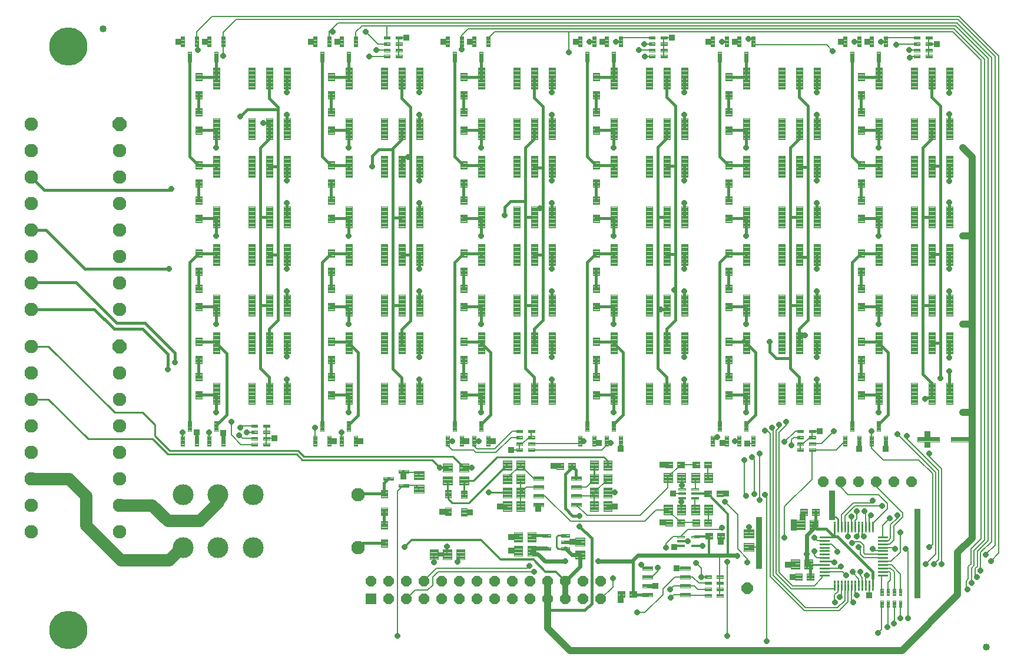
<source format=gtl>
G75*
%MOIN*%
%OFA0B0*%
%FSLAX25Y25*%
%IPPOS*%
%LPD*%
%AMOC8*
5,1,8,0,0,1.08239X$1,22.5*
%
%ADD10OC8,0.05906*%
%ADD11R,0.05906X0.05906*%
%ADD12OC8,0.07677*%
%ADD13C,0.07677*%
%ADD14C,0.00394*%
%ADD15C,0.00396*%
%ADD16C,0.00402*%
%ADD17C,0.00409*%
%ADD18C,0.00406*%
%ADD19C,0.11811*%
%ADD20C,0.00390*%
%ADD21C,0.04000*%
%ADD22OC8,0.06496*%
%ADD23C,0.00100*%
%ADD24C,0.21654*%
%ADD25C,0.01600*%
%ADD26OC8,0.03175*%
%ADD27C,0.04000*%
%ADD28C,0.01000*%
%ADD29R,0.03175X0.03175*%
%ADD30C,0.01200*%
%ADD31C,0.00800*%
%ADD32C,0.03200*%
%ADD33C,0.02400*%
%ADD34C,0.07000*%
D10*
X0309333Y0115232D03*
X0319333Y0115232D03*
X0329333Y0115232D03*
X0339333Y0115232D03*
X0349333Y0115232D03*
X0359333Y0115232D03*
X0369333Y0115232D03*
X0379333Y0115232D03*
X0389333Y0115232D03*
X0399333Y0115232D03*
X0409333Y0115232D03*
X0419333Y0115232D03*
X0429333Y0115232D03*
X0439333Y0115232D03*
X0439333Y0105232D03*
X0429333Y0105232D03*
X0419333Y0105232D03*
X0409333Y0105232D03*
X0399333Y0105232D03*
X0389333Y0105232D03*
X0379333Y0105232D03*
X0369333Y0105232D03*
X0359333Y0105232D03*
X0349333Y0105232D03*
X0339333Y0105232D03*
X0329333Y0105232D03*
X0319333Y0105232D03*
X0565188Y0171770D03*
X0575188Y0171770D03*
X0585188Y0171770D03*
X0595188Y0171770D03*
X0605188Y0171770D03*
X0615188Y0171770D03*
D11*
X0309333Y0105232D03*
D12*
X0166932Y0248441D03*
X0166932Y0374425D03*
D13*
X0166932Y0359425D03*
X0166932Y0344425D03*
X0166932Y0329425D03*
X0166932Y0314425D03*
X0166932Y0299425D03*
X0166932Y0284425D03*
X0166932Y0269425D03*
X0116932Y0269425D03*
X0116932Y0284425D03*
X0116932Y0299425D03*
X0116932Y0314425D03*
X0116932Y0329425D03*
X0116932Y0344425D03*
X0116932Y0359425D03*
X0116932Y0374425D03*
X0116932Y0248441D03*
X0116932Y0233441D03*
X0116932Y0218441D03*
X0116932Y0203441D03*
X0116932Y0188441D03*
X0116932Y0173441D03*
X0116932Y0158441D03*
X0116932Y0143441D03*
X0166932Y0143441D03*
X0166932Y0158441D03*
X0166932Y0173441D03*
X0166932Y0188441D03*
X0166932Y0203441D03*
X0166932Y0218441D03*
X0166932Y0233441D03*
X0302044Y0164152D03*
X0302044Y0134388D03*
D14*
X0318459Y0134737D02*
X0318459Y0139067D01*
X0318459Y0134737D02*
X0314917Y0134737D01*
X0314917Y0139067D01*
X0318459Y0139067D01*
X0318459Y0135130D02*
X0314917Y0135130D01*
X0314917Y0135523D02*
X0318459Y0135523D01*
X0318459Y0135916D02*
X0314917Y0135916D01*
X0314917Y0136309D02*
X0318459Y0136309D01*
X0318459Y0136702D02*
X0314917Y0136702D01*
X0314917Y0137095D02*
X0318459Y0137095D01*
X0318459Y0137488D02*
X0314917Y0137488D01*
X0314917Y0137881D02*
X0318459Y0137881D01*
X0318459Y0138274D02*
X0314917Y0138274D01*
X0314917Y0138667D02*
X0318459Y0138667D01*
X0318459Y0139060D02*
X0314917Y0139060D01*
X0318459Y0144973D02*
X0318459Y0149303D01*
X0318459Y0144973D02*
X0314917Y0144973D01*
X0314917Y0149303D01*
X0318459Y0149303D01*
X0318459Y0145366D02*
X0314917Y0145366D01*
X0314917Y0145759D02*
X0318459Y0145759D01*
X0318459Y0146152D02*
X0314917Y0146152D01*
X0314917Y0146545D02*
X0318459Y0146545D01*
X0318459Y0146938D02*
X0314917Y0146938D01*
X0314917Y0147331D02*
X0318459Y0147331D01*
X0318459Y0147724D02*
X0314917Y0147724D01*
X0314917Y0148117D02*
X0318459Y0148117D01*
X0318459Y0148510D02*
X0314917Y0148510D01*
X0314917Y0148903D02*
X0318459Y0148903D01*
X0318459Y0149296D02*
X0314917Y0149296D01*
X0314917Y0152487D02*
X0314917Y0156817D01*
X0318459Y0156817D01*
X0318459Y0152487D01*
X0314917Y0152487D01*
X0314917Y0152880D02*
X0318459Y0152880D01*
X0318459Y0153273D02*
X0314917Y0153273D01*
X0314917Y0153666D02*
X0318459Y0153666D01*
X0318459Y0154059D02*
X0314917Y0154059D01*
X0314917Y0154452D02*
X0318459Y0154452D01*
X0318459Y0154845D02*
X0314917Y0154845D01*
X0314917Y0155238D02*
X0318459Y0155238D01*
X0318459Y0155631D02*
X0314917Y0155631D01*
X0314917Y0156024D02*
X0318459Y0156024D01*
X0318459Y0156417D02*
X0314917Y0156417D01*
X0314917Y0156810D02*
X0318459Y0156810D01*
X0314917Y0162723D02*
X0314917Y0167053D01*
X0318459Y0167053D01*
X0318459Y0162723D01*
X0314917Y0162723D01*
X0314917Y0163116D02*
X0318459Y0163116D01*
X0318459Y0163509D02*
X0314917Y0163509D01*
X0314917Y0163902D02*
X0318459Y0163902D01*
X0318459Y0164295D02*
X0314917Y0164295D01*
X0314917Y0164688D02*
X0318459Y0164688D01*
X0318459Y0165081D02*
X0314917Y0165081D01*
X0314917Y0165474D02*
X0318459Y0165474D01*
X0318459Y0165867D02*
X0314917Y0165867D01*
X0314917Y0166260D02*
X0318459Y0166260D01*
X0318459Y0166653D02*
X0314917Y0166653D01*
X0314917Y0167046D02*
X0318459Y0167046D01*
X0354709Y0167053D02*
X0354709Y0162723D01*
X0351167Y0162723D01*
X0351167Y0167053D01*
X0354709Y0167053D01*
X0354709Y0163116D02*
X0351167Y0163116D01*
X0351167Y0163509D02*
X0354709Y0163509D01*
X0354709Y0163902D02*
X0351167Y0163902D01*
X0351167Y0164295D02*
X0354709Y0164295D01*
X0354709Y0164688D02*
X0351167Y0164688D01*
X0351167Y0165081D02*
X0354709Y0165081D01*
X0354709Y0165474D02*
X0351167Y0165474D01*
X0351167Y0165867D02*
X0354709Y0165867D01*
X0354709Y0166260D02*
X0351167Y0166260D01*
X0351167Y0166653D02*
X0354709Y0166653D01*
X0354709Y0167046D02*
X0351167Y0167046D01*
X0363709Y0166803D02*
X0363709Y0162473D01*
X0360167Y0162473D01*
X0360167Y0166803D01*
X0363709Y0166803D01*
X0363709Y0162866D02*
X0360167Y0162866D01*
X0360167Y0163259D02*
X0363709Y0163259D01*
X0363709Y0163652D02*
X0360167Y0163652D01*
X0360167Y0164045D02*
X0363709Y0164045D01*
X0363709Y0164438D02*
X0360167Y0164438D01*
X0360167Y0164831D02*
X0363709Y0164831D01*
X0363709Y0165224D02*
X0360167Y0165224D01*
X0360167Y0165617D02*
X0363709Y0165617D01*
X0363709Y0166010D02*
X0360167Y0166010D01*
X0360167Y0166403D02*
X0363709Y0166403D01*
X0363709Y0166796D02*
X0360167Y0166796D01*
X0363709Y0156567D02*
X0363709Y0152237D01*
X0360167Y0152237D01*
X0360167Y0156567D01*
X0363709Y0156567D01*
X0363709Y0152630D02*
X0360167Y0152630D01*
X0360167Y0153023D02*
X0363709Y0153023D01*
X0363709Y0153416D02*
X0360167Y0153416D01*
X0360167Y0153809D02*
X0363709Y0153809D01*
X0363709Y0154202D02*
X0360167Y0154202D01*
X0360167Y0154595D02*
X0363709Y0154595D01*
X0363709Y0154988D02*
X0360167Y0154988D01*
X0360167Y0155381D02*
X0363709Y0155381D01*
X0363709Y0155774D02*
X0360167Y0155774D01*
X0360167Y0156167D02*
X0363709Y0156167D01*
X0363709Y0156560D02*
X0360167Y0156560D01*
X0354709Y0156817D02*
X0354709Y0152487D01*
X0351167Y0152487D01*
X0351167Y0156817D01*
X0354709Y0156817D01*
X0354709Y0152880D02*
X0351167Y0152880D01*
X0351167Y0153273D02*
X0354709Y0153273D01*
X0354709Y0153666D02*
X0351167Y0153666D01*
X0351167Y0154059D02*
X0354709Y0154059D01*
X0354709Y0154452D02*
X0351167Y0154452D01*
X0351167Y0154845D02*
X0354709Y0154845D01*
X0354709Y0155238D02*
X0351167Y0155238D01*
X0351167Y0155631D02*
X0354709Y0155631D01*
X0354709Y0156024D02*
X0351167Y0156024D01*
X0351167Y0156417D02*
X0354709Y0156417D01*
X0354709Y0156810D02*
X0351167Y0156810D01*
X0395112Y0188918D02*
X0395112Y0190492D01*
X0395112Y0188918D02*
X0391570Y0188918D01*
X0391570Y0190492D01*
X0395112Y0190492D01*
X0395112Y0189311D02*
X0391570Y0189311D01*
X0391570Y0189704D02*
X0395112Y0189704D01*
X0395112Y0190097D02*
X0391570Y0190097D01*
X0391570Y0190490D02*
X0395112Y0190490D01*
X0395112Y0192461D02*
X0395112Y0194035D01*
X0395112Y0192461D02*
X0391570Y0192461D01*
X0391570Y0194035D01*
X0395112Y0194035D01*
X0395112Y0192854D02*
X0391570Y0192854D01*
X0391570Y0193247D02*
X0395112Y0193247D01*
X0395112Y0193640D02*
X0391570Y0193640D01*
X0391570Y0194033D02*
X0395112Y0194033D01*
X0395112Y0196004D02*
X0395112Y0197578D01*
X0395112Y0196004D02*
X0391570Y0196004D01*
X0391570Y0197578D01*
X0395112Y0197578D01*
X0395112Y0196397D02*
X0391570Y0196397D01*
X0391570Y0196790D02*
X0395112Y0196790D01*
X0395112Y0197183D02*
X0391570Y0197183D01*
X0391570Y0197576D02*
X0395112Y0197576D01*
X0395112Y0199548D02*
X0395112Y0201122D01*
X0395112Y0199548D02*
X0391570Y0199548D01*
X0391570Y0201122D01*
X0395112Y0201122D01*
X0395112Y0199941D02*
X0391570Y0199941D01*
X0391570Y0200334D02*
X0395112Y0200334D01*
X0395112Y0200727D02*
X0391570Y0200727D01*
X0391570Y0201120D02*
X0395112Y0201120D01*
X0401805Y0201122D02*
X0401805Y0199548D01*
X0398263Y0199548D01*
X0398263Y0201122D01*
X0401805Y0201122D01*
X0401805Y0199941D02*
X0398263Y0199941D01*
X0398263Y0200334D02*
X0401805Y0200334D01*
X0401805Y0200727D02*
X0398263Y0200727D01*
X0398263Y0201120D02*
X0401805Y0201120D01*
X0401805Y0197578D02*
X0401805Y0196004D01*
X0398263Y0196004D01*
X0398263Y0197578D01*
X0401805Y0197578D01*
X0401805Y0196397D02*
X0398263Y0196397D01*
X0398263Y0196790D02*
X0401805Y0196790D01*
X0401805Y0197183D02*
X0398263Y0197183D01*
X0398263Y0197576D02*
X0401805Y0197576D01*
X0401805Y0194035D02*
X0401805Y0192461D01*
X0398263Y0192461D01*
X0398263Y0194035D01*
X0401805Y0194035D01*
X0401805Y0192854D02*
X0398263Y0192854D01*
X0398263Y0193247D02*
X0401805Y0193247D01*
X0401805Y0193640D02*
X0398263Y0193640D01*
X0398263Y0194033D02*
X0401805Y0194033D01*
X0401805Y0190492D02*
X0401805Y0188918D01*
X0398263Y0188918D01*
X0398263Y0190492D01*
X0401805Y0190492D01*
X0401805Y0189311D02*
X0398263Y0189311D01*
X0398263Y0189704D02*
X0401805Y0189704D01*
X0401805Y0190097D02*
X0398263Y0190097D01*
X0398263Y0190490D02*
X0401805Y0190490D01*
X0414373Y0182291D02*
X0418309Y0182291D01*
X0418309Y0178749D01*
X0414373Y0178749D01*
X0414373Y0182291D01*
X0414373Y0179142D02*
X0418309Y0179142D01*
X0418309Y0179535D02*
X0414373Y0179535D01*
X0414373Y0179928D02*
X0418309Y0179928D01*
X0418309Y0180321D02*
X0414373Y0180321D01*
X0414373Y0180714D02*
X0418309Y0180714D01*
X0418309Y0181107D02*
X0414373Y0181107D01*
X0414373Y0181500D02*
X0418309Y0181500D01*
X0418309Y0181893D02*
X0414373Y0181893D01*
X0414373Y0182286D02*
X0418309Y0182286D01*
X0421066Y0182291D02*
X0425002Y0182291D01*
X0425002Y0178749D01*
X0421066Y0178749D01*
X0421066Y0182291D01*
X0421066Y0179142D02*
X0425002Y0179142D01*
X0425002Y0179535D02*
X0421066Y0179535D01*
X0421066Y0179928D02*
X0425002Y0179928D01*
X0425002Y0180321D02*
X0421066Y0180321D01*
X0421066Y0180714D02*
X0425002Y0180714D01*
X0425002Y0181107D02*
X0421066Y0181107D01*
X0421066Y0181500D02*
X0425002Y0181500D01*
X0425002Y0181893D02*
X0421066Y0181893D01*
X0421066Y0182286D02*
X0425002Y0182286D01*
X0438459Y0218737D02*
X0438459Y0223067D01*
X0438459Y0218737D02*
X0434917Y0218737D01*
X0434917Y0223067D01*
X0438459Y0223067D01*
X0438459Y0219130D02*
X0434917Y0219130D01*
X0434917Y0219523D02*
X0438459Y0219523D01*
X0438459Y0219916D02*
X0434917Y0219916D01*
X0434917Y0220309D02*
X0438459Y0220309D01*
X0438459Y0220702D02*
X0434917Y0220702D01*
X0434917Y0221095D02*
X0438459Y0221095D01*
X0438459Y0221488D02*
X0434917Y0221488D01*
X0434917Y0221881D02*
X0438459Y0221881D01*
X0438459Y0222274D02*
X0434917Y0222274D01*
X0434917Y0222667D02*
X0438459Y0222667D01*
X0438459Y0223060D02*
X0434917Y0223060D01*
X0448459Y0227791D02*
X0448459Y0215745D01*
X0444917Y0215745D01*
X0444917Y0227791D01*
X0448459Y0227791D01*
X0448459Y0216138D02*
X0444917Y0216138D01*
X0444917Y0216531D02*
X0448459Y0216531D01*
X0448459Y0216924D02*
X0444917Y0216924D01*
X0444917Y0217317D02*
X0448459Y0217317D01*
X0448459Y0217710D02*
X0444917Y0217710D01*
X0444917Y0218103D02*
X0448459Y0218103D01*
X0448459Y0218496D02*
X0444917Y0218496D01*
X0444917Y0218889D02*
X0448459Y0218889D01*
X0448459Y0219282D02*
X0444917Y0219282D01*
X0444917Y0219675D02*
X0448459Y0219675D01*
X0448459Y0220068D02*
X0444917Y0220068D01*
X0444917Y0220461D02*
X0448459Y0220461D01*
X0448459Y0220854D02*
X0444917Y0220854D01*
X0444917Y0221247D02*
X0448459Y0221247D01*
X0448459Y0221640D02*
X0444917Y0221640D01*
X0444917Y0222033D02*
X0448459Y0222033D01*
X0448459Y0222426D02*
X0444917Y0222426D01*
X0444917Y0222819D02*
X0448459Y0222819D01*
X0448459Y0223212D02*
X0444917Y0223212D01*
X0444917Y0223605D02*
X0448459Y0223605D01*
X0448459Y0223998D02*
X0444917Y0223998D01*
X0444917Y0224391D02*
X0448459Y0224391D01*
X0448459Y0224784D02*
X0444917Y0224784D01*
X0444917Y0225177D02*
X0448459Y0225177D01*
X0448459Y0225570D02*
X0444917Y0225570D01*
X0444917Y0225963D02*
X0448459Y0225963D01*
X0448459Y0226356D02*
X0444917Y0226356D01*
X0444917Y0226749D02*
X0448459Y0226749D01*
X0448459Y0227142D02*
X0444917Y0227142D01*
X0444917Y0227535D02*
X0448459Y0227535D01*
X0438459Y0228973D02*
X0438459Y0233303D01*
X0438459Y0228973D02*
X0434917Y0228973D01*
X0434917Y0233303D01*
X0438459Y0233303D01*
X0438459Y0229366D02*
X0434917Y0229366D01*
X0434917Y0229759D02*
X0438459Y0229759D01*
X0438459Y0230152D02*
X0434917Y0230152D01*
X0434917Y0230545D02*
X0438459Y0230545D01*
X0438459Y0230938D02*
X0434917Y0230938D01*
X0434917Y0231331D02*
X0438459Y0231331D01*
X0438459Y0231724D02*
X0434917Y0231724D01*
X0434917Y0232117D02*
X0438459Y0232117D01*
X0438459Y0232510D02*
X0434917Y0232510D01*
X0434917Y0232903D02*
X0438459Y0232903D01*
X0438459Y0233296D02*
X0434917Y0233296D01*
X0434917Y0238737D02*
X0434917Y0243067D01*
X0438459Y0243067D01*
X0438459Y0238737D01*
X0434917Y0238737D01*
X0434917Y0239130D02*
X0438459Y0239130D01*
X0438459Y0239523D02*
X0434917Y0239523D01*
X0434917Y0239916D02*
X0438459Y0239916D01*
X0438459Y0240309D02*
X0434917Y0240309D01*
X0434917Y0240702D02*
X0438459Y0240702D01*
X0438459Y0241095D02*
X0434917Y0241095D01*
X0434917Y0241488D02*
X0438459Y0241488D01*
X0438459Y0241881D02*
X0434917Y0241881D01*
X0434917Y0242274D02*
X0438459Y0242274D01*
X0438459Y0242667D02*
X0434917Y0242667D01*
X0434917Y0243060D02*
X0438459Y0243060D01*
X0434917Y0248973D02*
X0434917Y0253303D01*
X0438459Y0253303D01*
X0438459Y0248973D01*
X0434917Y0248973D01*
X0434917Y0249366D02*
X0438459Y0249366D01*
X0438459Y0249759D02*
X0434917Y0249759D01*
X0434917Y0250152D02*
X0438459Y0250152D01*
X0438459Y0250545D02*
X0434917Y0250545D01*
X0434917Y0250938D02*
X0438459Y0250938D01*
X0438459Y0251331D02*
X0434917Y0251331D01*
X0434917Y0251724D02*
X0438459Y0251724D01*
X0438459Y0252117D02*
X0434917Y0252117D01*
X0434917Y0252510D02*
X0438459Y0252510D01*
X0438459Y0252903D02*
X0434917Y0252903D01*
X0434917Y0253296D02*
X0438459Y0253296D01*
X0448459Y0256295D02*
X0448459Y0244249D01*
X0444917Y0244249D01*
X0444917Y0256295D01*
X0448459Y0256295D01*
X0448459Y0244642D02*
X0444917Y0244642D01*
X0444917Y0245035D02*
X0448459Y0245035D01*
X0448459Y0245428D02*
X0444917Y0245428D01*
X0444917Y0245821D02*
X0448459Y0245821D01*
X0448459Y0246214D02*
X0444917Y0246214D01*
X0444917Y0246607D02*
X0448459Y0246607D01*
X0448459Y0247000D02*
X0444917Y0247000D01*
X0444917Y0247393D02*
X0448459Y0247393D01*
X0448459Y0247786D02*
X0444917Y0247786D01*
X0444917Y0248179D02*
X0448459Y0248179D01*
X0448459Y0248572D02*
X0444917Y0248572D01*
X0444917Y0248965D02*
X0448459Y0248965D01*
X0448459Y0249358D02*
X0444917Y0249358D01*
X0444917Y0249751D02*
X0448459Y0249751D01*
X0448459Y0250144D02*
X0444917Y0250144D01*
X0444917Y0250537D02*
X0448459Y0250537D01*
X0448459Y0250930D02*
X0444917Y0250930D01*
X0444917Y0251323D02*
X0448459Y0251323D01*
X0448459Y0251716D02*
X0444917Y0251716D01*
X0444917Y0252109D02*
X0448459Y0252109D01*
X0448459Y0252502D02*
X0444917Y0252502D01*
X0444917Y0252895D02*
X0448459Y0252895D01*
X0448459Y0253288D02*
X0444917Y0253288D01*
X0444917Y0253681D02*
X0448459Y0253681D01*
X0448459Y0254074D02*
X0444917Y0254074D01*
X0444917Y0254467D02*
X0448459Y0254467D01*
X0448459Y0254860D02*
X0444917Y0254860D01*
X0444917Y0255253D02*
X0448459Y0255253D01*
X0448459Y0255646D02*
X0444917Y0255646D01*
X0444917Y0256039D02*
X0448459Y0256039D01*
X0468459Y0256295D02*
X0468459Y0244249D01*
X0464917Y0244249D01*
X0464917Y0256295D01*
X0468459Y0256295D01*
X0468459Y0244642D02*
X0464917Y0244642D01*
X0464917Y0245035D02*
X0468459Y0245035D01*
X0468459Y0245428D02*
X0464917Y0245428D01*
X0464917Y0245821D02*
X0468459Y0245821D01*
X0468459Y0246214D02*
X0464917Y0246214D01*
X0464917Y0246607D02*
X0468459Y0246607D01*
X0468459Y0247000D02*
X0464917Y0247000D01*
X0464917Y0247393D02*
X0468459Y0247393D01*
X0468459Y0247786D02*
X0464917Y0247786D01*
X0464917Y0248179D02*
X0468459Y0248179D01*
X0468459Y0248572D02*
X0464917Y0248572D01*
X0464917Y0248965D02*
X0468459Y0248965D01*
X0468459Y0249358D02*
X0464917Y0249358D01*
X0464917Y0249751D02*
X0468459Y0249751D01*
X0468459Y0250144D02*
X0464917Y0250144D01*
X0464917Y0250537D02*
X0468459Y0250537D01*
X0468459Y0250930D02*
X0464917Y0250930D01*
X0464917Y0251323D02*
X0468459Y0251323D01*
X0468459Y0251716D02*
X0464917Y0251716D01*
X0464917Y0252109D02*
X0468459Y0252109D01*
X0468459Y0252502D02*
X0464917Y0252502D01*
X0464917Y0252895D02*
X0468459Y0252895D01*
X0468459Y0253288D02*
X0464917Y0253288D01*
X0464917Y0253681D02*
X0468459Y0253681D01*
X0468459Y0254074D02*
X0464917Y0254074D01*
X0464917Y0254467D02*
X0468459Y0254467D01*
X0468459Y0254860D02*
X0464917Y0254860D01*
X0464917Y0255253D02*
X0468459Y0255253D01*
X0468459Y0255646D02*
X0464917Y0255646D01*
X0464917Y0256039D02*
X0468459Y0256039D01*
X0478459Y0256295D02*
X0478459Y0244249D01*
X0474917Y0244249D01*
X0474917Y0256295D01*
X0478459Y0256295D01*
X0478459Y0244642D02*
X0474917Y0244642D01*
X0474917Y0245035D02*
X0478459Y0245035D01*
X0478459Y0245428D02*
X0474917Y0245428D01*
X0474917Y0245821D02*
X0478459Y0245821D01*
X0478459Y0246214D02*
X0474917Y0246214D01*
X0474917Y0246607D02*
X0478459Y0246607D01*
X0478459Y0247000D02*
X0474917Y0247000D01*
X0474917Y0247393D02*
X0478459Y0247393D01*
X0478459Y0247786D02*
X0474917Y0247786D01*
X0474917Y0248179D02*
X0478459Y0248179D01*
X0478459Y0248572D02*
X0474917Y0248572D01*
X0474917Y0248965D02*
X0478459Y0248965D01*
X0478459Y0249358D02*
X0474917Y0249358D01*
X0474917Y0249751D02*
X0478459Y0249751D01*
X0478459Y0250144D02*
X0474917Y0250144D01*
X0474917Y0250537D02*
X0478459Y0250537D01*
X0478459Y0250930D02*
X0474917Y0250930D01*
X0474917Y0251323D02*
X0478459Y0251323D01*
X0478459Y0251716D02*
X0474917Y0251716D01*
X0474917Y0252109D02*
X0478459Y0252109D01*
X0478459Y0252502D02*
X0474917Y0252502D01*
X0474917Y0252895D02*
X0478459Y0252895D01*
X0478459Y0253288D02*
X0474917Y0253288D01*
X0474917Y0253681D02*
X0478459Y0253681D01*
X0478459Y0254074D02*
X0474917Y0254074D01*
X0474917Y0254467D02*
X0478459Y0254467D01*
X0478459Y0254860D02*
X0474917Y0254860D01*
X0474917Y0255253D02*
X0478459Y0255253D01*
X0478459Y0255646D02*
X0474917Y0255646D01*
X0474917Y0256039D02*
X0478459Y0256039D01*
X0488459Y0256295D02*
X0488459Y0244249D01*
X0484917Y0244249D01*
X0484917Y0256295D01*
X0488459Y0256295D01*
X0488459Y0244642D02*
X0484917Y0244642D01*
X0484917Y0245035D02*
X0488459Y0245035D01*
X0488459Y0245428D02*
X0484917Y0245428D01*
X0484917Y0245821D02*
X0488459Y0245821D01*
X0488459Y0246214D02*
X0484917Y0246214D01*
X0484917Y0246607D02*
X0488459Y0246607D01*
X0488459Y0247000D02*
X0484917Y0247000D01*
X0484917Y0247393D02*
X0488459Y0247393D01*
X0488459Y0247786D02*
X0484917Y0247786D01*
X0484917Y0248179D02*
X0488459Y0248179D01*
X0488459Y0248572D02*
X0484917Y0248572D01*
X0484917Y0248965D02*
X0488459Y0248965D01*
X0488459Y0249358D02*
X0484917Y0249358D01*
X0484917Y0249751D02*
X0488459Y0249751D01*
X0488459Y0250144D02*
X0484917Y0250144D01*
X0484917Y0250537D02*
X0488459Y0250537D01*
X0488459Y0250930D02*
X0484917Y0250930D01*
X0484917Y0251323D02*
X0488459Y0251323D01*
X0488459Y0251716D02*
X0484917Y0251716D01*
X0484917Y0252109D02*
X0488459Y0252109D01*
X0488459Y0252502D02*
X0484917Y0252502D01*
X0484917Y0252895D02*
X0488459Y0252895D01*
X0488459Y0253288D02*
X0484917Y0253288D01*
X0484917Y0253681D02*
X0488459Y0253681D01*
X0488459Y0254074D02*
X0484917Y0254074D01*
X0484917Y0254467D02*
X0488459Y0254467D01*
X0488459Y0254860D02*
X0484917Y0254860D01*
X0484917Y0255253D02*
X0488459Y0255253D01*
X0488459Y0255646D02*
X0484917Y0255646D01*
X0484917Y0256039D02*
X0488459Y0256039D01*
X0488459Y0265745D02*
X0488459Y0277791D01*
X0488459Y0265745D02*
X0484917Y0265745D01*
X0484917Y0277791D01*
X0488459Y0277791D01*
X0488459Y0266138D02*
X0484917Y0266138D01*
X0484917Y0266531D02*
X0488459Y0266531D01*
X0488459Y0266924D02*
X0484917Y0266924D01*
X0484917Y0267317D02*
X0488459Y0267317D01*
X0488459Y0267710D02*
X0484917Y0267710D01*
X0484917Y0268103D02*
X0488459Y0268103D01*
X0488459Y0268496D02*
X0484917Y0268496D01*
X0484917Y0268889D02*
X0488459Y0268889D01*
X0488459Y0269282D02*
X0484917Y0269282D01*
X0484917Y0269675D02*
X0488459Y0269675D01*
X0488459Y0270068D02*
X0484917Y0270068D01*
X0484917Y0270461D02*
X0488459Y0270461D01*
X0488459Y0270854D02*
X0484917Y0270854D01*
X0484917Y0271247D02*
X0488459Y0271247D01*
X0488459Y0271640D02*
X0484917Y0271640D01*
X0484917Y0272033D02*
X0488459Y0272033D01*
X0488459Y0272426D02*
X0484917Y0272426D01*
X0484917Y0272819D02*
X0488459Y0272819D01*
X0488459Y0273212D02*
X0484917Y0273212D01*
X0484917Y0273605D02*
X0488459Y0273605D01*
X0488459Y0273998D02*
X0484917Y0273998D01*
X0484917Y0274391D02*
X0488459Y0274391D01*
X0488459Y0274784D02*
X0484917Y0274784D01*
X0484917Y0275177D02*
X0488459Y0275177D01*
X0488459Y0275570D02*
X0484917Y0275570D01*
X0484917Y0275963D02*
X0488459Y0275963D01*
X0488459Y0276356D02*
X0484917Y0276356D01*
X0484917Y0276749D02*
X0488459Y0276749D01*
X0488459Y0277142D02*
X0484917Y0277142D01*
X0484917Y0277535D02*
X0488459Y0277535D01*
X0478459Y0277791D02*
X0478459Y0265745D01*
X0474917Y0265745D01*
X0474917Y0277791D01*
X0478459Y0277791D01*
X0478459Y0266138D02*
X0474917Y0266138D01*
X0474917Y0266531D02*
X0478459Y0266531D01*
X0478459Y0266924D02*
X0474917Y0266924D01*
X0474917Y0267317D02*
X0478459Y0267317D01*
X0478459Y0267710D02*
X0474917Y0267710D01*
X0474917Y0268103D02*
X0478459Y0268103D01*
X0478459Y0268496D02*
X0474917Y0268496D01*
X0474917Y0268889D02*
X0478459Y0268889D01*
X0478459Y0269282D02*
X0474917Y0269282D01*
X0474917Y0269675D02*
X0478459Y0269675D01*
X0478459Y0270068D02*
X0474917Y0270068D01*
X0474917Y0270461D02*
X0478459Y0270461D01*
X0478459Y0270854D02*
X0474917Y0270854D01*
X0474917Y0271247D02*
X0478459Y0271247D01*
X0478459Y0271640D02*
X0474917Y0271640D01*
X0474917Y0272033D02*
X0478459Y0272033D01*
X0478459Y0272426D02*
X0474917Y0272426D01*
X0474917Y0272819D02*
X0478459Y0272819D01*
X0478459Y0273212D02*
X0474917Y0273212D01*
X0474917Y0273605D02*
X0478459Y0273605D01*
X0478459Y0273998D02*
X0474917Y0273998D01*
X0474917Y0274391D02*
X0478459Y0274391D01*
X0478459Y0274784D02*
X0474917Y0274784D01*
X0474917Y0275177D02*
X0478459Y0275177D01*
X0478459Y0275570D02*
X0474917Y0275570D01*
X0474917Y0275963D02*
X0478459Y0275963D01*
X0478459Y0276356D02*
X0474917Y0276356D01*
X0474917Y0276749D02*
X0478459Y0276749D01*
X0478459Y0277142D02*
X0474917Y0277142D01*
X0474917Y0277535D02*
X0478459Y0277535D01*
X0468459Y0277791D02*
X0468459Y0265745D01*
X0464917Y0265745D01*
X0464917Y0277791D01*
X0468459Y0277791D01*
X0468459Y0266138D02*
X0464917Y0266138D01*
X0464917Y0266531D02*
X0468459Y0266531D01*
X0468459Y0266924D02*
X0464917Y0266924D01*
X0464917Y0267317D02*
X0468459Y0267317D01*
X0468459Y0267710D02*
X0464917Y0267710D01*
X0464917Y0268103D02*
X0468459Y0268103D01*
X0468459Y0268496D02*
X0464917Y0268496D01*
X0464917Y0268889D02*
X0468459Y0268889D01*
X0468459Y0269282D02*
X0464917Y0269282D01*
X0464917Y0269675D02*
X0468459Y0269675D01*
X0468459Y0270068D02*
X0464917Y0270068D01*
X0464917Y0270461D02*
X0468459Y0270461D01*
X0468459Y0270854D02*
X0464917Y0270854D01*
X0464917Y0271247D02*
X0468459Y0271247D01*
X0468459Y0271640D02*
X0464917Y0271640D01*
X0464917Y0272033D02*
X0468459Y0272033D01*
X0468459Y0272426D02*
X0464917Y0272426D01*
X0464917Y0272819D02*
X0468459Y0272819D01*
X0468459Y0273212D02*
X0464917Y0273212D01*
X0464917Y0273605D02*
X0468459Y0273605D01*
X0468459Y0273998D02*
X0464917Y0273998D01*
X0464917Y0274391D02*
X0468459Y0274391D01*
X0468459Y0274784D02*
X0464917Y0274784D01*
X0464917Y0275177D02*
X0468459Y0275177D01*
X0468459Y0275570D02*
X0464917Y0275570D01*
X0464917Y0275963D02*
X0468459Y0275963D01*
X0468459Y0276356D02*
X0464917Y0276356D01*
X0464917Y0276749D02*
X0468459Y0276749D01*
X0468459Y0277142D02*
X0464917Y0277142D01*
X0464917Y0277535D02*
X0468459Y0277535D01*
X0448459Y0277791D02*
X0448459Y0265745D01*
X0444917Y0265745D01*
X0444917Y0277791D01*
X0448459Y0277791D01*
X0448459Y0266138D02*
X0444917Y0266138D01*
X0444917Y0266531D02*
X0448459Y0266531D01*
X0448459Y0266924D02*
X0444917Y0266924D01*
X0444917Y0267317D02*
X0448459Y0267317D01*
X0448459Y0267710D02*
X0444917Y0267710D01*
X0444917Y0268103D02*
X0448459Y0268103D01*
X0448459Y0268496D02*
X0444917Y0268496D01*
X0444917Y0268889D02*
X0448459Y0268889D01*
X0448459Y0269282D02*
X0444917Y0269282D01*
X0444917Y0269675D02*
X0448459Y0269675D01*
X0448459Y0270068D02*
X0444917Y0270068D01*
X0444917Y0270461D02*
X0448459Y0270461D01*
X0448459Y0270854D02*
X0444917Y0270854D01*
X0444917Y0271247D02*
X0448459Y0271247D01*
X0448459Y0271640D02*
X0444917Y0271640D01*
X0444917Y0272033D02*
X0448459Y0272033D01*
X0448459Y0272426D02*
X0444917Y0272426D01*
X0444917Y0272819D02*
X0448459Y0272819D01*
X0448459Y0273212D02*
X0444917Y0273212D01*
X0444917Y0273605D02*
X0448459Y0273605D01*
X0448459Y0273998D02*
X0444917Y0273998D01*
X0444917Y0274391D02*
X0448459Y0274391D01*
X0448459Y0274784D02*
X0444917Y0274784D01*
X0444917Y0275177D02*
X0448459Y0275177D01*
X0448459Y0275570D02*
X0444917Y0275570D01*
X0444917Y0275963D02*
X0448459Y0275963D01*
X0448459Y0276356D02*
X0444917Y0276356D01*
X0444917Y0276749D02*
X0448459Y0276749D01*
X0448459Y0277142D02*
X0444917Y0277142D01*
X0444917Y0277535D02*
X0448459Y0277535D01*
X0438459Y0278973D02*
X0438459Y0283303D01*
X0438459Y0278973D02*
X0434917Y0278973D01*
X0434917Y0283303D01*
X0438459Y0283303D01*
X0438459Y0279366D02*
X0434917Y0279366D01*
X0434917Y0279759D02*
X0438459Y0279759D01*
X0438459Y0280152D02*
X0434917Y0280152D01*
X0434917Y0280545D02*
X0438459Y0280545D01*
X0438459Y0280938D02*
X0434917Y0280938D01*
X0434917Y0281331D02*
X0438459Y0281331D01*
X0438459Y0281724D02*
X0434917Y0281724D01*
X0434917Y0282117D02*
X0438459Y0282117D01*
X0438459Y0282510D02*
X0434917Y0282510D01*
X0434917Y0282903D02*
X0438459Y0282903D01*
X0438459Y0283296D02*
X0434917Y0283296D01*
X0434917Y0288737D02*
X0434917Y0293067D01*
X0438459Y0293067D01*
X0438459Y0288737D01*
X0434917Y0288737D01*
X0434917Y0289130D02*
X0438459Y0289130D01*
X0438459Y0289523D02*
X0434917Y0289523D01*
X0434917Y0289916D02*
X0438459Y0289916D01*
X0438459Y0290309D02*
X0434917Y0290309D01*
X0434917Y0290702D02*
X0438459Y0290702D01*
X0438459Y0291095D02*
X0434917Y0291095D01*
X0434917Y0291488D02*
X0438459Y0291488D01*
X0438459Y0291881D02*
X0434917Y0291881D01*
X0434917Y0292274D02*
X0438459Y0292274D01*
X0438459Y0292667D02*
X0434917Y0292667D01*
X0434917Y0293060D02*
X0438459Y0293060D01*
X0434917Y0298973D02*
X0434917Y0303303D01*
X0438459Y0303303D01*
X0438459Y0298973D01*
X0434917Y0298973D01*
X0434917Y0299366D02*
X0438459Y0299366D01*
X0438459Y0299759D02*
X0434917Y0299759D01*
X0434917Y0300152D02*
X0438459Y0300152D01*
X0438459Y0300545D02*
X0434917Y0300545D01*
X0434917Y0300938D02*
X0438459Y0300938D01*
X0438459Y0301331D02*
X0434917Y0301331D01*
X0434917Y0301724D02*
X0438459Y0301724D01*
X0438459Y0302117D02*
X0434917Y0302117D01*
X0434917Y0302510D02*
X0438459Y0302510D01*
X0438459Y0302903D02*
X0434917Y0302903D01*
X0434917Y0303296D02*
X0438459Y0303296D01*
X0448459Y0306295D02*
X0448459Y0294249D01*
X0444917Y0294249D01*
X0444917Y0306295D01*
X0448459Y0306295D01*
X0448459Y0294642D02*
X0444917Y0294642D01*
X0444917Y0295035D02*
X0448459Y0295035D01*
X0448459Y0295428D02*
X0444917Y0295428D01*
X0444917Y0295821D02*
X0448459Y0295821D01*
X0448459Y0296214D02*
X0444917Y0296214D01*
X0444917Y0296607D02*
X0448459Y0296607D01*
X0448459Y0297000D02*
X0444917Y0297000D01*
X0444917Y0297393D02*
X0448459Y0297393D01*
X0448459Y0297786D02*
X0444917Y0297786D01*
X0444917Y0298179D02*
X0448459Y0298179D01*
X0448459Y0298572D02*
X0444917Y0298572D01*
X0444917Y0298965D02*
X0448459Y0298965D01*
X0448459Y0299358D02*
X0444917Y0299358D01*
X0444917Y0299751D02*
X0448459Y0299751D01*
X0448459Y0300144D02*
X0444917Y0300144D01*
X0444917Y0300537D02*
X0448459Y0300537D01*
X0448459Y0300930D02*
X0444917Y0300930D01*
X0444917Y0301323D02*
X0448459Y0301323D01*
X0448459Y0301716D02*
X0444917Y0301716D01*
X0444917Y0302109D02*
X0448459Y0302109D01*
X0448459Y0302502D02*
X0444917Y0302502D01*
X0444917Y0302895D02*
X0448459Y0302895D01*
X0448459Y0303288D02*
X0444917Y0303288D01*
X0444917Y0303681D02*
X0448459Y0303681D01*
X0448459Y0304074D02*
X0444917Y0304074D01*
X0444917Y0304467D02*
X0448459Y0304467D01*
X0448459Y0304860D02*
X0444917Y0304860D01*
X0444917Y0305253D02*
X0448459Y0305253D01*
X0448459Y0305646D02*
X0444917Y0305646D01*
X0444917Y0306039D02*
X0448459Y0306039D01*
X0468459Y0306295D02*
X0468459Y0294249D01*
X0464917Y0294249D01*
X0464917Y0306295D01*
X0468459Y0306295D01*
X0468459Y0294642D02*
X0464917Y0294642D01*
X0464917Y0295035D02*
X0468459Y0295035D01*
X0468459Y0295428D02*
X0464917Y0295428D01*
X0464917Y0295821D02*
X0468459Y0295821D01*
X0468459Y0296214D02*
X0464917Y0296214D01*
X0464917Y0296607D02*
X0468459Y0296607D01*
X0468459Y0297000D02*
X0464917Y0297000D01*
X0464917Y0297393D02*
X0468459Y0297393D01*
X0468459Y0297786D02*
X0464917Y0297786D01*
X0464917Y0298179D02*
X0468459Y0298179D01*
X0468459Y0298572D02*
X0464917Y0298572D01*
X0464917Y0298965D02*
X0468459Y0298965D01*
X0468459Y0299358D02*
X0464917Y0299358D01*
X0464917Y0299751D02*
X0468459Y0299751D01*
X0468459Y0300144D02*
X0464917Y0300144D01*
X0464917Y0300537D02*
X0468459Y0300537D01*
X0468459Y0300930D02*
X0464917Y0300930D01*
X0464917Y0301323D02*
X0468459Y0301323D01*
X0468459Y0301716D02*
X0464917Y0301716D01*
X0464917Y0302109D02*
X0468459Y0302109D01*
X0468459Y0302502D02*
X0464917Y0302502D01*
X0464917Y0302895D02*
X0468459Y0302895D01*
X0468459Y0303288D02*
X0464917Y0303288D01*
X0464917Y0303681D02*
X0468459Y0303681D01*
X0468459Y0304074D02*
X0464917Y0304074D01*
X0464917Y0304467D02*
X0468459Y0304467D01*
X0468459Y0304860D02*
X0464917Y0304860D01*
X0464917Y0305253D02*
X0468459Y0305253D01*
X0468459Y0305646D02*
X0464917Y0305646D01*
X0464917Y0306039D02*
X0468459Y0306039D01*
X0478459Y0306295D02*
X0478459Y0294249D01*
X0474917Y0294249D01*
X0474917Y0306295D01*
X0478459Y0306295D01*
X0478459Y0294642D02*
X0474917Y0294642D01*
X0474917Y0295035D02*
X0478459Y0295035D01*
X0478459Y0295428D02*
X0474917Y0295428D01*
X0474917Y0295821D02*
X0478459Y0295821D01*
X0478459Y0296214D02*
X0474917Y0296214D01*
X0474917Y0296607D02*
X0478459Y0296607D01*
X0478459Y0297000D02*
X0474917Y0297000D01*
X0474917Y0297393D02*
X0478459Y0297393D01*
X0478459Y0297786D02*
X0474917Y0297786D01*
X0474917Y0298179D02*
X0478459Y0298179D01*
X0478459Y0298572D02*
X0474917Y0298572D01*
X0474917Y0298965D02*
X0478459Y0298965D01*
X0478459Y0299358D02*
X0474917Y0299358D01*
X0474917Y0299751D02*
X0478459Y0299751D01*
X0478459Y0300144D02*
X0474917Y0300144D01*
X0474917Y0300537D02*
X0478459Y0300537D01*
X0478459Y0300930D02*
X0474917Y0300930D01*
X0474917Y0301323D02*
X0478459Y0301323D01*
X0478459Y0301716D02*
X0474917Y0301716D01*
X0474917Y0302109D02*
X0478459Y0302109D01*
X0478459Y0302502D02*
X0474917Y0302502D01*
X0474917Y0302895D02*
X0478459Y0302895D01*
X0478459Y0303288D02*
X0474917Y0303288D01*
X0474917Y0303681D02*
X0478459Y0303681D01*
X0478459Y0304074D02*
X0474917Y0304074D01*
X0474917Y0304467D02*
X0478459Y0304467D01*
X0478459Y0304860D02*
X0474917Y0304860D01*
X0474917Y0305253D02*
X0478459Y0305253D01*
X0478459Y0305646D02*
X0474917Y0305646D01*
X0474917Y0306039D02*
X0478459Y0306039D01*
X0488459Y0306295D02*
X0488459Y0294249D01*
X0484917Y0294249D01*
X0484917Y0306295D01*
X0488459Y0306295D01*
X0488459Y0294642D02*
X0484917Y0294642D01*
X0484917Y0295035D02*
X0488459Y0295035D01*
X0488459Y0295428D02*
X0484917Y0295428D01*
X0484917Y0295821D02*
X0488459Y0295821D01*
X0488459Y0296214D02*
X0484917Y0296214D01*
X0484917Y0296607D02*
X0488459Y0296607D01*
X0488459Y0297000D02*
X0484917Y0297000D01*
X0484917Y0297393D02*
X0488459Y0297393D01*
X0488459Y0297786D02*
X0484917Y0297786D01*
X0484917Y0298179D02*
X0488459Y0298179D01*
X0488459Y0298572D02*
X0484917Y0298572D01*
X0484917Y0298965D02*
X0488459Y0298965D01*
X0488459Y0299358D02*
X0484917Y0299358D01*
X0484917Y0299751D02*
X0488459Y0299751D01*
X0488459Y0300144D02*
X0484917Y0300144D01*
X0484917Y0300537D02*
X0488459Y0300537D01*
X0488459Y0300930D02*
X0484917Y0300930D01*
X0484917Y0301323D02*
X0488459Y0301323D01*
X0488459Y0301716D02*
X0484917Y0301716D01*
X0484917Y0302109D02*
X0488459Y0302109D01*
X0488459Y0302502D02*
X0484917Y0302502D01*
X0484917Y0302895D02*
X0488459Y0302895D01*
X0488459Y0303288D02*
X0484917Y0303288D01*
X0484917Y0303681D02*
X0488459Y0303681D01*
X0488459Y0304074D02*
X0484917Y0304074D01*
X0484917Y0304467D02*
X0488459Y0304467D01*
X0488459Y0304860D02*
X0484917Y0304860D01*
X0484917Y0305253D02*
X0488459Y0305253D01*
X0488459Y0305646D02*
X0484917Y0305646D01*
X0484917Y0306039D02*
X0488459Y0306039D01*
X0488459Y0315745D02*
X0488459Y0327791D01*
X0488459Y0315745D02*
X0484917Y0315745D01*
X0484917Y0327791D01*
X0488459Y0327791D01*
X0488459Y0316138D02*
X0484917Y0316138D01*
X0484917Y0316531D02*
X0488459Y0316531D01*
X0488459Y0316924D02*
X0484917Y0316924D01*
X0484917Y0317317D02*
X0488459Y0317317D01*
X0488459Y0317710D02*
X0484917Y0317710D01*
X0484917Y0318103D02*
X0488459Y0318103D01*
X0488459Y0318496D02*
X0484917Y0318496D01*
X0484917Y0318889D02*
X0488459Y0318889D01*
X0488459Y0319282D02*
X0484917Y0319282D01*
X0484917Y0319675D02*
X0488459Y0319675D01*
X0488459Y0320068D02*
X0484917Y0320068D01*
X0484917Y0320461D02*
X0488459Y0320461D01*
X0488459Y0320854D02*
X0484917Y0320854D01*
X0484917Y0321247D02*
X0488459Y0321247D01*
X0488459Y0321640D02*
X0484917Y0321640D01*
X0484917Y0322033D02*
X0488459Y0322033D01*
X0488459Y0322426D02*
X0484917Y0322426D01*
X0484917Y0322819D02*
X0488459Y0322819D01*
X0488459Y0323212D02*
X0484917Y0323212D01*
X0484917Y0323605D02*
X0488459Y0323605D01*
X0488459Y0323998D02*
X0484917Y0323998D01*
X0484917Y0324391D02*
X0488459Y0324391D01*
X0488459Y0324784D02*
X0484917Y0324784D01*
X0484917Y0325177D02*
X0488459Y0325177D01*
X0488459Y0325570D02*
X0484917Y0325570D01*
X0484917Y0325963D02*
X0488459Y0325963D01*
X0488459Y0326356D02*
X0484917Y0326356D01*
X0484917Y0326749D02*
X0488459Y0326749D01*
X0488459Y0327142D02*
X0484917Y0327142D01*
X0484917Y0327535D02*
X0488459Y0327535D01*
X0478459Y0327791D02*
X0478459Y0315745D01*
X0474917Y0315745D01*
X0474917Y0327791D01*
X0478459Y0327791D01*
X0478459Y0316138D02*
X0474917Y0316138D01*
X0474917Y0316531D02*
X0478459Y0316531D01*
X0478459Y0316924D02*
X0474917Y0316924D01*
X0474917Y0317317D02*
X0478459Y0317317D01*
X0478459Y0317710D02*
X0474917Y0317710D01*
X0474917Y0318103D02*
X0478459Y0318103D01*
X0478459Y0318496D02*
X0474917Y0318496D01*
X0474917Y0318889D02*
X0478459Y0318889D01*
X0478459Y0319282D02*
X0474917Y0319282D01*
X0474917Y0319675D02*
X0478459Y0319675D01*
X0478459Y0320068D02*
X0474917Y0320068D01*
X0474917Y0320461D02*
X0478459Y0320461D01*
X0478459Y0320854D02*
X0474917Y0320854D01*
X0474917Y0321247D02*
X0478459Y0321247D01*
X0478459Y0321640D02*
X0474917Y0321640D01*
X0474917Y0322033D02*
X0478459Y0322033D01*
X0478459Y0322426D02*
X0474917Y0322426D01*
X0474917Y0322819D02*
X0478459Y0322819D01*
X0478459Y0323212D02*
X0474917Y0323212D01*
X0474917Y0323605D02*
X0478459Y0323605D01*
X0478459Y0323998D02*
X0474917Y0323998D01*
X0474917Y0324391D02*
X0478459Y0324391D01*
X0478459Y0324784D02*
X0474917Y0324784D01*
X0474917Y0325177D02*
X0478459Y0325177D01*
X0478459Y0325570D02*
X0474917Y0325570D01*
X0474917Y0325963D02*
X0478459Y0325963D01*
X0478459Y0326356D02*
X0474917Y0326356D01*
X0474917Y0326749D02*
X0478459Y0326749D01*
X0478459Y0327142D02*
X0474917Y0327142D01*
X0474917Y0327535D02*
X0478459Y0327535D01*
X0468459Y0327791D02*
X0468459Y0315745D01*
X0464917Y0315745D01*
X0464917Y0327791D01*
X0468459Y0327791D01*
X0468459Y0316138D02*
X0464917Y0316138D01*
X0464917Y0316531D02*
X0468459Y0316531D01*
X0468459Y0316924D02*
X0464917Y0316924D01*
X0464917Y0317317D02*
X0468459Y0317317D01*
X0468459Y0317710D02*
X0464917Y0317710D01*
X0464917Y0318103D02*
X0468459Y0318103D01*
X0468459Y0318496D02*
X0464917Y0318496D01*
X0464917Y0318889D02*
X0468459Y0318889D01*
X0468459Y0319282D02*
X0464917Y0319282D01*
X0464917Y0319675D02*
X0468459Y0319675D01*
X0468459Y0320068D02*
X0464917Y0320068D01*
X0464917Y0320461D02*
X0468459Y0320461D01*
X0468459Y0320854D02*
X0464917Y0320854D01*
X0464917Y0321247D02*
X0468459Y0321247D01*
X0468459Y0321640D02*
X0464917Y0321640D01*
X0464917Y0322033D02*
X0468459Y0322033D01*
X0468459Y0322426D02*
X0464917Y0322426D01*
X0464917Y0322819D02*
X0468459Y0322819D01*
X0468459Y0323212D02*
X0464917Y0323212D01*
X0464917Y0323605D02*
X0468459Y0323605D01*
X0468459Y0323998D02*
X0464917Y0323998D01*
X0464917Y0324391D02*
X0468459Y0324391D01*
X0468459Y0324784D02*
X0464917Y0324784D01*
X0464917Y0325177D02*
X0468459Y0325177D01*
X0468459Y0325570D02*
X0464917Y0325570D01*
X0464917Y0325963D02*
X0468459Y0325963D01*
X0468459Y0326356D02*
X0464917Y0326356D01*
X0464917Y0326749D02*
X0468459Y0326749D01*
X0468459Y0327142D02*
X0464917Y0327142D01*
X0464917Y0327535D02*
X0468459Y0327535D01*
X0448459Y0327791D02*
X0448459Y0315745D01*
X0444917Y0315745D01*
X0444917Y0327791D01*
X0448459Y0327791D01*
X0448459Y0316138D02*
X0444917Y0316138D01*
X0444917Y0316531D02*
X0448459Y0316531D01*
X0448459Y0316924D02*
X0444917Y0316924D01*
X0444917Y0317317D02*
X0448459Y0317317D01*
X0448459Y0317710D02*
X0444917Y0317710D01*
X0444917Y0318103D02*
X0448459Y0318103D01*
X0448459Y0318496D02*
X0444917Y0318496D01*
X0444917Y0318889D02*
X0448459Y0318889D01*
X0448459Y0319282D02*
X0444917Y0319282D01*
X0444917Y0319675D02*
X0448459Y0319675D01*
X0448459Y0320068D02*
X0444917Y0320068D01*
X0444917Y0320461D02*
X0448459Y0320461D01*
X0448459Y0320854D02*
X0444917Y0320854D01*
X0444917Y0321247D02*
X0448459Y0321247D01*
X0448459Y0321640D02*
X0444917Y0321640D01*
X0444917Y0322033D02*
X0448459Y0322033D01*
X0448459Y0322426D02*
X0444917Y0322426D01*
X0444917Y0322819D02*
X0448459Y0322819D01*
X0448459Y0323212D02*
X0444917Y0323212D01*
X0444917Y0323605D02*
X0448459Y0323605D01*
X0448459Y0323998D02*
X0444917Y0323998D01*
X0444917Y0324391D02*
X0448459Y0324391D01*
X0448459Y0324784D02*
X0444917Y0324784D01*
X0444917Y0325177D02*
X0448459Y0325177D01*
X0448459Y0325570D02*
X0444917Y0325570D01*
X0444917Y0325963D02*
X0448459Y0325963D01*
X0448459Y0326356D02*
X0444917Y0326356D01*
X0444917Y0326749D02*
X0448459Y0326749D01*
X0448459Y0327142D02*
X0444917Y0327142D01*
X0444917Y0327535D02*
X0448459Y0327535D01*
X0438459Y0328973D02*
X0438459Y0333303D01*
X0438459Y0328973D02*
X0434917Y0328973D01*
X0434917Y0333303D01*
X0438459Y0333303D01*
X0438459Y0329366D02*
X0434917Y0329366D01*
X0434917Y0329759D02*
X0438459Y0329759D01*
X0438459Y0330152D02*
X0434917Y0330152D01*
X0434917Y0330545D02*
X0438459Y0330545D01*
X0438459Y0330938D02*
X0434917Y0330938D01*
X0434917Y0331331D02*
X0438459Y0331331D01*
X0438459Y0331724D02*
X0434917Y0331724D01*
X0434917Y0332117D02*
X0438459Y0332117D01*
X0438459Y0332510D02*
X0434917Y0332510D01*
X0434917Y0332903D02*
X0438459Y0332903D01*
X0438459Y0333296D02*
X0434917Y0333296D01*
X0434917Y0338737D02*
X0434917Y0343067D01*
X0438459Y0343067D01*
X0438459Y0338737D01*
X0434917Y0338737D01*
X0434917Y0339130D02*
X0438459Y0339130D01*
X0438459Y0339523D02*
X0434917Y0339523D01*
X0434917Y0339916D02*
X0438459Y0339916D01*
X0438459Y0340309D02*
X0434917Y0340309D01*
X0434917Y0340702D02*
X0438459Y0340702D01*
X0438459Y0341095D02*
X0434917Y0341095D01*
X0434917Y0341488D02*
X0438459Y0341488D01*
X0438459Y0341881D02*
X0434917Y0341881D01*
X0434917Y0342274D02*
X0438459Y0342274D01*
X0438459Y0342667D02*
X0434917Y0342667D01*
X0434917Y0343060D02*
X0438459Y0343060D01*
X0434917Y0348973D02*
X0434917Y0353303D01*
X0438459Y0353303D01*
X0438459Y0348973D01*
X0434917Y0348973D01*
X0434917Y0349366D02*
X0438459Y0349366D01*
X0438459Y0349759D02*
X0434917Y0349759D01*
X0434917Y0350152D02*
X0438459Y0350152D01*
X0438459Y0350545D02*
X0434917Y0350545D01*
X0434917Y0350938D02*
X0438459Y0350938D01*
X0438459Y0351331D02*
X0434917Y0351331D01*
X0434917Y0351724D02*
X0438459Y0351724D01*
X0438459Y0352117D02*
X0434917Y0352117D01*
X0434917Y0352510D02*
X0438459Y0352510D01*
X0438459Y0352903D02*
X0434917Y0352903D01*
X0434917Y0353296D02*
X0438459Y0353296D01*
X0448459Y0356295D02*
X0448459Y0344249D01*
X0444917Y0344249D01*
X0444917Y0356295D01*
X0448459Y0356295D01*
X0448459Y0344642D02*
X0444917Y0344642D01*
X0444917Y0345035D02*
X0448459Y0345035D01*
X0448459Y0345428D02*
X0444917Y0345428D01*
X0444917Y0345821D02*
X0448459Y0345821D01*
X0448459Y0346214D02*
X0444917Y0346214D01*
X0444917Y0346607D02*
X0448459Y0346607D01*
X0448459Y0347000D02*
X0444917Y0347000D01*
X0444917Y0347393D02*
X0448459Y0347393D01*
X0448459Y0347786D02*
X0444917Y0347786D01*
X0444917Y0348179D02*
X0448459Y0348179D01*
X0448459Y0348572D02*
X0444917Y0348572D01*
X0444917Y0348965D02*
X0448459Y0348965D01*
X0448459Y0349358D02*
X0444917Y0349358D01*
X0444917Y0349751D02*
X0448459Y0349751D01*
X0448459Y0350144D02*
X0444917Y0350144D01*
X0444917Y0350537D02*
X0448459Y0350537D01*
X0448459Y0350930D02*
X0444917Y0350930D01*
X0444917Y0351323D02*
X0448459Y0351323D01*
X0448459Y0351716D02*
X0444917Y0351716D01*
X0444917Y0352109D02*
X0448459Y0352109D01*
X0448459Y0352502D02*
X0444917Y0352502D01*
X0444917Y0352895D02*
X0448459Y0352895D01*
X0448459Y0353288D02*
X0444917Y0353288D01*
X0444917Y0353681D02*
X0448459Y0353681D01*
X0448459Y0354074D02*
X0444917Y0354074D01*
X0444917Y0354467D02*
X0448459Y0354467D01*
X0448459Y0354860D02*
X0444917Y0354860D01*
X0444917Y0355253D02*
X0448459Y0355253D01*
X0448459Y0355646D02*
X0444917Y0355646D01*
X0444917Y0356039D02*
X0448459Y0356039D01*
X0468459Y0356295D02*
X0468459Y0344249D01*
X0464917Y0344249D01*
X0464917Y0356295D01*
X0468459Y0356295D01*
X0468459Y0344642D02*
X0464917Y0344642D01*
X0464917Y0345035D02*
X0468459Y0345035D01*
X0468459Y0345428D02*
X0464917Y0345428D01*
X0464917Y0345821D02*
X0468459Y0345821D01*
X0468459Y0346214D02*
X0464917Y0346214D01*
X0464917Y0346607D02*
X0468459Y0346607D01*
X0468459Y0347000D02*
X0464917Y0347000D01*
X0464917Y0347393D02*
X0468459Y0347393D01*
X0468459Y0347786D02*
X0464917Y0347786D01*
X0464917Y0348179D02*
X0468459Y0348179D01*
X0468459Y0348572D02*
X0464917Y0348572D01*
X0464917Y0348965D02*
X0468459Y0348965D01*
X0468459Y0349358D02*
X0464917Y0349358D01*
X0464917Y0349751D02*
X0468459Y0349751D01*
X0468459Y0350144D02*
X0464917Y0350144D01*
X0464917Y0350537D02*
X0468459Y0350537D01*
X0468459Y0350930D02*
X0464917Y0350930D01*
X0464917Y0351323D02*
X0468459Y0351323D01*
X0468459Y0351716D02*
X0464917Y0351716D01*
X0464917Y0352109D02*
X0468459Y0352109D01*
X0468459Y0352502D02*
X0464917Y0352502D01*
X0464917Y0352895D02*
X0468459Y0352895D01*
X0468459Y0353288D02*
X0464917Y0353288D01*
X0464917Y0353681D02*
X0468459Y0353681D01*
X0468459Y0354074D02*
X0464917Y0354074D01*
X0464917Y0354467D02*
X0468459Y0354467D01*
X0468459Y0354860D02*
X0464917Y0354860D01*
X0464917Y0355253D02*
X0468459Y0355253D01*
X0468459Y0355646D02*
X0464917Y0355646D01*
X0464917Y0356039D02*
X0468459Y0356039D01*
X0478459Y0356295D02*
X0478459Y0344249D01*
X0474917Y0344249D01*
X0474917Y0356295D01*
X0478459Y0356295D01*
X0478459Y0344642D02*
X0474917Y0344642D01*
X0474917Y0345035D02*
X0478459Y0345035D01*
X0478459Y0345428D02*
X0474917Y0345428D01*
X0474917Y0345821D02*
X0478459Y0345821D01*
X0478459Y0346214D02*
X0474917Y0346214D01*
X0474917Y0346607D02*
X0478459Y0346607D01*
X0478459Y0347000D02*
X0474917Y0347000D01*
X0474917Y0347393D02*
X0478459Y0347393D01*
X0478459Y0347786D02*
X0474917Y0347786D01*
X0474917Y0348179D02*
X0478459Y0348179D01*
X0478459Y0348572D02*
X0474917Y0348572D01*
X0474917Y0348965D02*
X0478459Y0348965D01*
X0478459Y0349358D02*
X0474917Y0349358D01*
X0474917Y0349751D02*
X0478459Y0349751D01*
X0478459Y0350144D02*
X0474917Y0350144D01*
X0474917Y0350537D02*
X0478459Y0350537D01*
X0478459Y0350930D02*
X0474917Y0350930D01*
X0474917Y0351323D02*
X0478459Y0351323D01*
X0478459Y0351716D02*
X0474917Y0351716D01*
X0474917Y0352109D02*
X0478459Y0352109D01*
X0478459Y0352502D02*
X0474917Y0352502D01*
X0474917Y0352895D02*
X0478459Y0352895D01*
X0478459Y0353288D02*
X0474917Y0353288D01*
X0474917Y0353681D02*
X0478459Y0353681D01*
X0478459Y0354074D02*
X0474917Y0354074D01*
X0474917Y0354467D02*
X0478459Y0354467D01*
X0478459Y0354860D02*
X0474917Y0354860D01*
X0474917Y0355253D02*
X0478459Y0355253D01*
X0478459Y0355646D02*
X0474917Y0355646D01*
X0474917Y0356039D02*
X0478459Y0356039D01*
X0488459Y0356295D02*
X0488459Y0344249D01*
X0484917Y0344249D01*
X0484917Y0356295D01*
X0488459Y0356295D01*
X0488459Y0344642D02*
X0484917Y0344642D01*
X0484917Y0345035D02*
X0488459Y0345035D01*
X0488459Y0345428D02*
X0484917Y0345428D01*
X0484917Y0345821D02*
X0488459Y0345821D01*
X0488459Y0346214D02*
X0484917Y0346214D01*
X0484917Y0346607D02*
X0488459Y0346607D01*
X0488459Y0347000D02*
X0484917Y0347000D01*
X0484917Y0347393D02*
X0488459Y0347393D01*
X0488459Y0347786D02*
X0484917Y0347786D01*
X0484917Y0348179D02*
X0488459Y0348179D01*
X0488459Y0348572D02*
X0484917Y0348572D01*
X0484917Y0348965D02*
X0488459Y0348965D01*
X0488459Y0349358D02*
X0484917Y0349358D01*
X0484917Y0349751D02*
X0488459Y0349751D01*
X0488459Y0350144D02*
X0484917Y0350144D01*
X0484917Y0350537D02*
X0488459Y0350537D01*
X0488459Y0350930D02*
X0484917Y0350930D01*
X0484917Y0351323D02*
X0488459Y0351323D01*
X0488459Y0351716D02*
X0484917Y0351716D01*
X0484917Y0352109D02*
X0488459Y0352109D01*
X0488459Y0352502D02*
X0484917Y0352502D01*
X0484917Y0352895D02*
X0488459Y0352895D01*
X0488459Y0353288D02*
X0484917Y0353288D01*
X0484917Y0353681D02*
X0488459Y0353681D01*
X0488459Y0354074D02*
X0484917Y0354074D01*
X0484917Y0354467D02*
X0488459Y0354467D01*
X0488459Y0354860D02*
X0484917Y0354860D01*
X0484917Y0355253D02*
X0488459Y0355253D01*
X0488459Y0355646D02*
X0484917Y0355646D01*
X0484917Y0356039D02*
X0488459Y0356039D01*
X0488459Y0365745D02*
X0488459Y0377791D01*
X0488459Y0365745D02*
X0484917Y0365745D01*
X0484917Y0377791D01*
X0488459Y0377791D01*
X0488459Y0366138D02*
X0484917Y0366138D01*
X0484917Y0366531D02*
X0488459Y0366531D01*
X0488459Y0366924D02*
X0484917Y0366924D01*
X0484917Y0367317D02*
X0488459Y0367317D01*
X0488459Y0367710D02*
X0484917Y0367710D01*
X0484917Y0368103D02*
X0488459Y0368103D01*
X0488459Y0368496D02*
X0484917Y0368496D01*
X0484917Y0368889D02*
X0488459Y0368889D01*
X0488459Y0369282D02*
X0484917Y0369282D01*
X0484917Y0369675D02*
X0488459Y0369675D01*
X0488459Y0370068D02*
X0484917Y0370068D01*
X0484917Y0370461D02*
X0488459Y0370461D01*
X0488459Y0370854D02*
X0484917Y0370854D01*
X0484917Y0371247D02*
X0488459Y0371247D01*
X0488459Y0371640D02*
X0484917Y0371640D01*
X0484917Y0372033D02*
X0488459Y0372033D01*
X0488459Y0372426D02*
X0484917Y0372426D01*
X0484917Y0372819D02*
X0488459Y0372819D01*
X0488459Y0373212D02*
X0484917Y0373212D01*
X0484917Y0373605D02*
X0488459Y0373605D01*
X0488459Y0373998D02*
X0484917Y0373998D01*
X0484917Y0374391D02*
X0488459Y0374391D01*
X0488459Y0374784D02*
X0484917Y0374784D01*
X0484917Y0375177D02*
X0488459Y0375177D01*
X0488459Y0375570D02*
X0484917Y0375570D01*
X0484917Y0375963D02*
X0488459Y0375963D01*
X0488459Y0376356D02*
X0484917Y0376356D01*
X0484917Y0376749D02*
X0488459Y0376749D01*
X0488459Y0377142D02*
X0484917Y0377142D01*
X0484917Y0377535D02*
X0488459Y0377535D01*
X0478459Y0377791D02*
X0478459Y0365745D01*
X0474917Y0365745D01*
X0474917Y0377791D01*
X0478459Y0377791D01*
X0478459Y0366138D02*
X0474917Y0366138D01*
X0474917Y0366531D02*
X0478459Y0366531D01*
X0478459Y0366924D02*
X0474917Y0366924D01*
X0474917Y0367317D02*
X0478459Y0367317D01*
X0478459Y0367710D02*
X0474917Y0367710D01*
X0474917Y0368103D02*
X0478459Y0368103D01*
X0478459Y0368496D02*
X0474917Y0368496D01*
X0474917Y0368889D02*
X0478459Y0368889D01*
X0478459Y0369282D02*
X0474917Y0369282D01*
X0474917Y0369675D02*
X0478459Y0369675D01*
X0478459Y0370068D02*
X0474917Y0370068D01*
X0474917Y0370461D02*
X0478459Y0370461D01*
X0478459Y0370854D02*
X0474917Y0370854D01*
X0474917Y0371247D02*
X0478459Y0371247D01*
X0478459Y0371640D02*
X0474917Y0371640D01*
X0474917Y0372033D02*
X0478459Y0372033D01*
X0478459Y0372426D02*
X0474917Y0372426D01*
X0474917Y0372819D02*
X0478459Y0372819D01*
X0478459Y0373212D02*
X0474917Y0373212D01*
X0474917Y0373605D02*
X0478459Y0373605D01*
X0478459Y0373998D02*
X0474917Y0373998D01*
X0474917Y0374391D02*
X0478459Y0374391D01*
X0478459Y0374784D02*
X0474917Y0374784D01*
X0474917Y0375177D02*
X0478459Y0375177D01*
X0478459Y0375570D02*
X0474917Y0375570D01*
X0474917Y0375963D02*
X0478459Y0375963D01*
X0478459Y0376356D02*
X0474917Y0376356D01*
X0474917Y0376749D02*
X0478459Y0376749D01*
X0478459Y0377142D02*
X0474917Y0377142D01*
X0474917Y0377535D02*
X0478459Y0377535D01*
X0468459Y0377791D02*
X0468459Y0365745D01*
X0464917Y0365745D01*
X0464917Y0377791D01*
X0468459Y0377791D01*
X0468459Y0366138D02*
X0464917Y0366138D01*
X0464917Y0366531D02*
X0468459Y0366531D01*
X0468459Y0366924D02*
X0464917Y0366924D01*
X0464917Y0367317D02*
X0468459Y0367317D01*
X0468459Y0367710D02*
X0464917Y0367710D01*
X0464917Y0368103D02*
X0468459Y0368103D01*
X0468459Y0368496D02*
X0464917Y0368496D01*
X0464917Y0368889D02*
X0468459Y0368889D01*
X0468459Y0369282D02*
X0464917Y0369282D01*
X0464917Y0369675D02*
X0468459Y0369675D01*
X0468459Y0370068D02*
X0464917Y0370068D01*
X0464917Y0370461D02*
X0468459Y0370461D01*
X0468459Y0370854D02*
X0464917Y0370854D01*
X0464917Y0371247D02*
X0468459Y0371247D01*
X0468459Y0371640D02*
X0464917Y0371640D01*
X0464917Y0372033D02*
X0468459Y0372033D01*
X0468459Y0372426D02*
X0464917Y0372426D01*
X0464917Y0372819D02*
X0468459Y0372819D01*
X0468459Y0373212D02*
X0464917Y0373212D01*
X0464917Y0373605D02*
X0468459Y0373605D01*
X0468459Y0373998D02*
X0464917Y0373998D01*
X0464917Y0374391D02*
X0468459Y0374391D01*
X0468459Y0374784D02*
X0464917Y0374784D01*
X0464917Y0375177D02*
X0468459Y0375177D01*
X0468459Y0375570D02*
X0464917Y0375570D01*
X0464917Y0375963D02*
X0468459Y0375963D01*
X0468459Y0376356D02*
X0464917Y0376356D01*
X0464917Y0376749D02*
X0468459Y0376749D01*
X0468459Y0377142D02*
X0464917Y0377142D01*
X0464917Y0377535D02*
X0468459Y0377535D01*
X0448459Y0377791D02*
X0448459Y0365745D01*
X0444917Y0365745D01*
X0444917Y0377791D01*
X0448459Y0377791D01*
X0448459Y0366138D02*
X0444917Y0366138D01*
X0444917Y0366531D02*
X0448459Y0366531D01*
X0448459Y0366924D02*
X0444917Y0366924D01*
X0444917Y0367317D02*
X0448459Y0367317D01*
X0448459Y0367710D02*
X0444917Y0367710D01*
X0444917Y0368103D02*
X0448459Y0368103D01*
X0448459Y0368496D02*
X0444917Y0368496D01*
X0444917Y0368889D02*
X0448459Y0368889D01*
X0448459Y0369282D02*
X0444917Y0369282D01*
X0444917Y0369675D02*
X0448459Y0369675D01*
X0448459Y0370068D02*
X0444917Y0370068D01*
X0444917Y0370461D02*
X0448459Y0370461D01*
X0448459Y0370854D02*
X0444917Y0370854D01*
X0444917Y0371247D02*
X0448459Y0371247D01*
X0448459Y0371640D02*
X0444917Y0371640D01*
X0444917Y0372033D02*
X0448459Y0372033D01*
X0448459Y0372426D02*
X0444917Y0372426D01*
X0444917Y0372819D02*
X0448459Y0372819D01*
X0448459Y0373212D02*
X0444917Y0373212D01*
X0444917Y0373605D02*
X0448459Y0373605D01*
X0448459Y0373998D02*
X0444917Y0373998D01*
X0444917Y0374391D02*
X0448459Y0374391D01*
X0448459Y0374784D02*
X0444917Y0374784D01*
X0444917Y0375177D02*
X0448459Y0375177D01*
X0448459Y0375570D02*
X0444917Y0375570D01*
X0444917Y0375963D02*
X0448459Y0375963D01*
X0448459Y0376356D02*
X0444917Y0376356D01*
X0444917Y0376749D02*
X0448459Y0376749D01*
X0448459Y0377142D02*
X0444917Y0377142D01*
X0444917Y0377535D02*
X0448459Y0377535D01*
X0438459Y0378973D02*
X0438459Y0383303D01*
X0438459Y0378973D02*
X0434917Y0378973D01*
X0434917Y0383303D01*
X0438459Y0383303D01*
X0438459Y0379366D02*
X0434917Y0379366D01*
X0434917Y0379759D02*
X0438459Y0379759D01*
X0438459Y0380152D02*
X0434917Y0380152D01*
X0434917Y0380545D02*
X0438459Y0380545D01*
X0438459Y0380938D02*
X0434917Y0380938D01*
X0434917Y0381331D02*
X0438459Y0381331D01*
X0438459Y0381724D02*
X0434917Y0381724D01*
X0434917Y0382117D02*
X0438459Y0382117D01*
X0438459Y0382510D02*
X0434917Y0382510D01*
X0434917Y0382903D02*
X0438459Y0382903D01*
X0438459Y0383296D02*
X0434917Y0383296D01*
X0434917Y0388737D02*
X0434917Y0393067D01*
X0438459Y0393067D01*
X0438459Y0388737D01*
X0434917Y0388737D01*
X0434917Y0389130D02*
X0438459Y0389130D01*
X0438459Y0389523D02*
X0434917Y0389523D01*
X0434917Y0389916D02*
X0438459Y0389916D01*
X0438459Y0390309D02*
X0434917Y0390309D01*
X0434917Y0390702D02*
X0438459Y0390702D01*
X0438459Y0391095D02*
X0434917Y0391095D01*
X0434917Y0391488D02*
X0438459Y0391488D01*
X0438459Y0391881D02*
X0434917Y0391881D01*
X0434917Y0392274D02*
X0438459Y0392274D01*
X0438459Y0392667D02*
X0434917Y0392667D01*
X0434917Y0393060D02*
X0438459Y0393060D01*
X0434917Y0398973D02*
X0434917Y0403303D01*
X0438459Y0403303D01*
X0438459Y0398973D01*
X0434917Y0398973D01*
X0434917Y0399366D02*
X0438459Y0399366D01*
X0438459Y0399759D02*
X0434917Y0399759D01*
X0434917Y0400152D02*
X0438459Y0400152D01*
X0438459Y0400545D02*
X0434917Y0400545D01*
X0434917Y0400938D02*
X0438459Y0400938D01*
X0438459Y0401331D02*
X0434917Y0401331D01*
X0434917Y0401724D02*
X0438459Y0401724D01*
X0438459Y0402117D02*
X0434917Y0402117D01*
X0434917Y0402510D02*
X0438459Y0402510D01*
X0438459Y0402903D02*
X0434917Y0402903D01*
X0434917Y0403296D02*
X0438459Y0403296D01*
X0448459Y0406295D02*
X0448459Y0394249D01*
X0444917Y0394249D01*
X0444917Y0406295D01*
X0448459Y0406295D01*
X0448459Y0394642D02*
X0444917Y0394642D01*
X0444917Y0395035D02*
X0448459Y0395035D01*
X0448459Y0395428D02*
X0444917Y0395428D01*
X0444917Y0395821D02*
X0448459Y0395821D01*
X0448459Y0396214D02*
X0444917Y0396214D01*
X0444917Y0396607D02*
X0448459Y0396607D01*
X0448459Y0397000D02*
X0444917Y0397000D01*
X0444917Y0397393D02*
X0448459Y0397393D01*
X0448459Y0397786D02*
X0444917Y0397786D01*
X0444917Y0398179D02*
X0448459Y0398179D01*
X0448459Y0398572D02*
X0444917Y0398572D01*
X0444917Y0398965D02*
X0448459Y0398965D01*
X0448459Y0399358D02*
X0444917Y0399358D01*
X0444917Y0399751D02*
X0448459Y0399751D01*
X0448459Y0400144D02*
X0444917Y0400144D01*
X0444917Y0400537D02*
X0448459Y0400537D01*
X0448459Y0400930D02*
X0444917Y0400930D01*
X0444917Y0401323D02*
X0448459Y0401323D01*
X0448459Y0401716D02*
X0444917Y0401716D01*
X0444917Y0402109D02*
X0448459Y0402109D01*
X0448459Y0402502D02*
X0444917Y0402502D01*
X0444917Y0402895D02*
X0448459Y0402895D01*
X0448459Y0403288D02*
X0444917Y0403288D01*
X0444917Y0403681D02*
X0448459Y0403681D01*
X0448459Y0404074D02*
X0444917Y0404074D01*
X0444917Y0404467D02*
X0448459Y0404467D01*
X0448459Y0404860D02*
X0444917Y0404860D01*
X0444917Y0405253D02*
X0448459Y0405253D01*
X0448459Y0405646D02*
X0444917Y0405646D01*
X0444917Y0406039D02*
X0448459Y0406039D01*
X0468459Y0406295D02*
X0468459Y0394249D01*
X0464917Y0394249D01*
X0464917Y0406295D01*
X0468459Y0406295D01*
X0468459Y0394642D02*
X0464917Y0394642D01*
X0464917Y0395035D02*
X0468459Y0395035D01*
X0468459Y0395428D02*
X0464917Y0395428D01*
X0464917Y0395821D02*
X0468459Y0395821D01*
X0468459Y0396214D02*
X0464917Y0396214D01*
X0464917Y0396607D02*
X0468459Y0396607D01*
X0468459Y0397000D02*
X0464917Y0397000D01*
X0464917Y0397393D02*
X0468459Y0397393D01*
X0468459Y0397786D02*
X0464917Y0397786D01*
X0464917Y0398179D02*
X0468459Y0398179D01*
X0468459Y0398572D02*
X0464917Y0398572D01*
X0464917Y0398965D02*
X0468459Y0398965D01*
X0468459Y0399358D02*
X0464917Y0399358D01*
X0464917Y0399751D02*
X0468459Y0399751D01*
X0468459Y0400144D02*
X0464917Y0400144D01*
X0464917Y0400537D02*
X0468459Y0400537D01*
X0468459Y0400930D02*
X0464917Y0400930D01*
X0464917Y0401323D02*
X0468459Y0401323D01*
X0468459Y0401716D02*
X0464917Y0401716D01*
X0464917Y0402109D02*
X0468459Y0402109D01*
X0468459Y0402502D02*
X0464917Y0402502D01*
X0464917Y0402895D02*
X0468459Y0402895D01*
X0468459Y0403288D02*
X0464917Y0403288D01*
X0464917Y0403681D02*
X0468459Y0403681D01*
X0468459Y0404074D02*
X0464917Y0404074D01*
X0464917Y0404467D02*
X0468459Y0404467D01*
X0468459Y0404860D02*
X0464917Y0404860D01*
X0464917Y0405253D02*
X0468459Y0405253D01*
X0468459Y0405646D02*
X0464917Y0405646D01*
X0464917Y0406039D02*
X0468459Y0406039D01*
X0478459Y0406295D02*
X0478459Y0394249D01*
X0474917Y0394249D01*
X0474917Y0406295D01*
X0478459Y0406295D01*
X0478459Y0394642D02*
X0474917Y0394642D01*
X0474917Y0395035D02*
X0478459Y0395035D01*
X0478459Y0395428D02*
X0474917Y0395428D01*
X0474917Y0395821D02*
X0478459Y0395821D01*
X0478459Y0396214D02*
X0474917Y0396214D01*
X0474917Y0396607D02*
X0478459Y0396607D01*
X0478459Y0397000D02*
X0474917Y0397000D01*
X0474917Y0397393D02*
X0478459Y0397393D01*
X0478459Y0397786D02*
X0474917Y0397786D01*
X0474917Y0398179D02*
X0478459Y0398179D01*
X0478459Y0398572D02*
X0474917Y0398572D01*
X0474917Y0398965D02*
X0478459Y0398965D01*
X0478459Y0399358D02*
X0474917Y0399358D01*
X0474917Y0399751D02*
X0478459Y0399751D01*
X0478459Y0400144D02*
X0474917Y0400144D01*
X0474917Y0400537D02*
X0478459Y0400537D01*
X0478459Y0400930D02*
X0474917Y0400930D01*
X0474917Y0401323D02*
X0478459Y0401323D01*
X0478459Y0401716D02*
X0474917Y0401716D01*
X0474917Y0402109D02*
X0478459Y0402109D01*
X0478459Y0402502D02*
X0474917Y0402502D01*
X0474917Y0402895D02*
X0478459Y0402895D01*
X0478459Y0403288D02*
X0474917Y0403288D01*
X0474917Y0403681D02*
X0478459Y0403681D01*
X0478459Y0404074D02*
X0474917Y0404074D01*
X0474917Y0404467D02*
X0478459Y0404467D01*
X0478459Y0404860D02*
X0474917Y0404860D01*
X0474917Y0405253D02*
X0478459Y0405253D01*
X0478459Y0405646D02*
X0474917Y0405646D01*
X0474917Y0406039D02*
X0478459Y0406039D01*
X0488459Y0406295D02*
X0488459Y0394249D01*
X0484917Y0394249D01*
X0484917Y0406295D01*
X0488459Y0406295D01*
X0488459Y0394642D02*
X0484917Y0394642D01*
X0484917Y0395035D02*
X0488459Y0395035D01*
X0488459Y0395428D02*
X0484917Y0395428D01*
X0484917Y0395821D02*
X0488459Y0395821D01*
X0488459Y0396214D02*
X0484917Y0396214D01*
X0484917Y0396607D02*
X0488459Y0396607D01*
X0488459Y0397000D02*
X0484917Y0397000D01*
X0484917Y0397393D02*
X0488459Y0397393D01*
X0488459Y0397786D02*
X0484917Y0397786D01*
X0484917Y0398179D02*
X0488459Y0398179D01*
X0488459Y0398572D02*
X0484917Y0398572D01*
X0484917Y0398965D02*
X0488459Y0398965D01*
X0488459Y0399358D02*
X0484917Y0399358D01*
X0484917Y0399751D02*
X0488459Y0399751D01*
X0488459Y0400144D02*
X0484917Y0400144D01*
X0484917Y0400537D02*
X0488459Y0400537D01*
X0488459Y0400930D02*
X0484917Y0400930D01*
X0484917Y0401323D02*
X0488459Y0401323D01*
X0488459Y0401716D02*
X0484917Y0401716D01*
X0484917Y0402109D02*
X0488459Y0402109D01*
X0488459Y0402502D02*
X0484917Y0402502D01*
X0484917Y0402895D02*
X0488459Y0402895D01*
X0488459Y0403288D02*
X0484917Y0403288D01*
X0484917Y0403681D02*
X0488459Y0403681D01*
X0488459Y0404074D02*
X0484917Y0404074D01*
X0484917Y0404467D02*
X0488459Y0404467D01*
X0488459Y0404860D02*
X0484917Y0404860D01*
X0484917Y0405253D02*
X0488459Y0405253D01*
X0488459Y0405646D02*
X0484917Y0405646D01*
X0484917Y0406039D02*
X0488459Y0406039D01*
X0476805Y0411918D02*
X0476805Y0413492D01*
X0476805Y0411918D02*
X0473263Y0411918D01*
X0473263Y0413492D01*
X0476805Y0413492D01*
X0476805Y0412311D02*
X0473263Y0412311D01*
X0473263Y0412704D02*
X0476805Y0412704D01*
X0476805Y0413097D02*
X0473263Y0413097D01*
X0473263Y0413490D02*
X0476805Y0413490D01*
X0476805Y0415461D02*
X0476805Y0417035D01*
X0476805Y0415461D02*
X0473263Y0415461D01*
X0473263Y0417035D01*
X0476805Y0417035D01*
X0476805Y0415854D02*
X0473263Y0415854D01*
X0473263Y0416247D02*
X0476805Y0416247D01*
X0476805Y0416640D02*
X0473263Y0416640D01*
X0473263Y0417033D02*
X0476805Y0417033D01*
X0476805Y0419004D02*
X0476805Y0420578D01*
X0476805Y0419004D02*
X0473263Y0419004D01*
X0473263Y0420578D01*
X0476805Y0420578D01*
X0476805Y0419397D02*
X0473263Y0419397D01*
X0473263Y0419790D02*
X0476805Y0419790D01*
X0476805Y0420183D02*
X0473263Y0420183D01*
X0473263Y0420576D02*
X0476805Y0420576D01*
X0476805Y0422548D02*
X0476805Y0424122D01*
X0476805Y0422548D02*
X0473263Y0422548D01*
X0473263Y0424122D01*
X0476805Y0424122D01*
X0476805Y0422941D02*
X0473263Y0422941D01*
X0473263Y0423334D02*
X0476805Y0423334D01*
X0476805Y0423727D02*
X0473263Y0423727D01*
X0473263Y0424120D02*
X0476805Y0424120D01*
X0470112Y0424122D02*
X0470112Y0422548D01*
X0466570Y0422548D01*
X0466570Y0424122D01*
X0470112Y0424122D01*
X0470112Y0422941D02*
X0466570Y0422941D01*
X0466570Y0423334D02*
X0470112Y0423334D01*
X0470112Y0423727D02*
X0466570Y0423727D01*
X0466570Y0424120D02*
X0470112Y0424120D01*
X0470112Y0420578D02*
X0470112Y0419004D01*
X0466570Y0419004D01*
X0466570Y0420578D01*
X0470112Y0420578D01*
X0470112Y0419397D02*
X0466570Y0419397D01*
X0466570Y0419790D02*
X0470112Y0419790D01*
X0470112Y0420183D02*
X0466570Y0420183D01*
X0466570Y0420576D02*
X0470112Y0420576D01*
X0470112Y0417035D02*
X0470112Y0415461D01*
X0466570Y0415461D01*
X0466570Y0417035D01*
X0470112Y0417035D01*
X0470112Y0415854D02*
X0466570Y0415854D01*
X0466570Y0416247D02*
X0470112Y0416247D01*
X0470112Y0416640D02*
X0466570Y0416640D01*
X0466570Y0417033D02*
X0470112Y0417033D01*
X0470112Y0413492D02*
X0470112Y0411918D01*
X0466570Y0411918D01*
X0466570Y0413492D01*
X0470112Y0413492D01*
X0470112Y0412311D02*
X0466570Y0412311D01*
X0466570Y0412704D02*
X0470112Y0412704D01*
X0470112Y0413097D02*
X0466570Y0413097D01*
X0466570Y0413490D02*
X0470112Y0413490D01*
X0509917Y0403303D02*
X0509917Y0398973D01*
X0509917Y0403303D02*
X0513459Y0403303D01*
X0513459Y0398973D01*
X0509917Y0398973D01*
X0509917Y0399366D02*
X0513459Y0399366D01*
X0513459Y0399759D02*
X0509917Y0399759D01*
X0509917Y0400152D02*
X0513459Y0400152D01*
X0513459Y0400545D02*
X0509917Y0400545D01*
X0509917Y0400938D02*
X0513459Y0400938D01*
X0513459Y0401331D02*
X0509917Y0401331D01*
X0509917Y0401724D02*
X0513459Y0401724D01*
X0513459Y0402117D02*
X0509917Y0402117D01*
X0509917Y0402510D02*
X0513459Y0402510D01*
X0513459Y0402903D02*
X0509917Y0402903D01*
X0509917Y0403296D02*
X0513459Y0403296D01*
X0523459Y0406295D02*
X0523459Y0394249D01*
X0519917Y0394249D01*
X0519917Y0406295D01*
X0523459Y0406295D01*
X0523459Y0394642D02*
X0519917Y0394642D01*
X0519917Y0395035D02*
X0523459Y0395035D01*
X0523459Y0395428D02*
X0519917Y0395428D01*
X0519917Y0395821D02*
X0523459Y0395821D01*
X0523459Y0396214D02*
X0519917Y0396214D01*
X0519917Y0396607D02*
X0523459Y0396607D01*
X0523459Y0397000D02*
X0519917Y0397000D01*
X0519917Y0397393D02*
X0523459Y0397393D01*
X0523459Y0397786D02*
X0519917Y0397786D01*
X0519917Y0398179D02*
X0523459Y0398179D01*
X0523459Y0398572D02*
X0519917Y0398572D01*
X0519917Y0398965D02*
X0523459Y0398965D01*
X0523459Y0399358D02*
X0519917Y0399358D01*
X0519917Y0399751D02*
X0523459Y0399751D01*
X0523459Y0400144D02*
X0519917Y0400144D01*
X0519917Y0400537D02*
X0523459Y0400537D01*
X0523459Y0400930D02*
X0519917Y0400930D01*
X0519917Y0401323D02*
X0523459Y0401323D01*
X0523459Y0401716D02*
X0519917Y0401716D01*
X0519917Y0402109D02*
X0523459Y0402109D01*
X0523459Y0402502D02*
X0519917Y0402502D01*
X0519917Y0402895D02*
X0523459Y0402895D01*
X0523459Y0403288D02*
X0519917Y0403288D01*
X0519917Y0403681D02*
X0523459Y0403681D01*
X0523459Y0404074D02*
X0519917Y0404074D01*
X0519917Y0404467D02*
X0523459Y0404467D01*
X0523459Y0404860D02*
X0519917Y0404860D01*
X0519917Y0405253D02*
X0523459Y0405253D01*
X0523459Y0405646D02*
X0519917Y0405646D01*
X0519917Y0406039D02*
X0523459Y0406039D01*
X0543459Y0406295D02*
X0543459Y0394249D01*
X0539917Y0394249D01*
X0539917Y0406295D01*
X0543459Y0406295D01*
X0543459Y0394642D02*
X0539917Y0394642D01*
X0539917Y0395035D02*
X0543459Y0395035D01*
X0543459Y0395428D02*
X0539917Y0395428D01*
X0539917Y0395821D02*
X0543459Y0395821D01*
X0543459Y0396214D02*
X0539917Y0396214D01*
X0539917Y0396607D02*
X0543459Y0396607D01*
X0543459Y0397000D02*
X0539917Y0397000D01*
X0539917Y0397393D02*
X0543459Y0397393D01*
X0543459Y0397786D02*
X0539917Y0397786D01*
X0539917Y0398179D02*
X0543459Y0398179D01*
X0543459Y0398572D02*
X0539917Y0398572D01*
X0539917Y0398965D02*
X0543459Y0398965D01*
X0543459Y0399358D02*
X0539917Y0399358D01*
X0539917Y0399751D02*
X0543459Y0399751D01*
X0543459Y0400144D02*
X0539917Y0400144D01*
X0539917Y0400537D02*
X0543459Y0400537D01*
X0543459Y0400930D02*
X0539917Y0400930D01*
X0539917Y0401323D02*
X0543459Y0401323D01*
X0543459Y0401716D02*
X0539917Y0401716D01*
X0539917Y0402109D02*
X0543459Y0402109D01*
X0543459Y0402502D02*
X0539917Y0402502D01*
X0539917Y0402895D02*
X0543459Y0402895D01*
X0543459Y0403288D02*
X0539917Y0403288D01*
X0539917Y0403681D02*
X0543459Y0403681D01*
X0543459Y0404074D02*
X0539917Y0404074D01*
X0539917Y0404467D02*
X0543459Y0404467D01*
X0543459Y0404860D02*
X0539917Y0404860D01*
X0539917Y0405253D02*
X0543459Y0405253D01*
X0543459Y0405646D02*
X0539917Y0405646D01*
X0539917Y0406039D02*
X0543459Y0406039D01*
X0553459Y0406295D02*
X0553459Y0394249D01*
X0549917Y0394249D01*
X0549917Y0406295D01*
X0553459Y0406295D01*
X0553459Y0394642D02*
X0549917Y0394642D01*
X0549917Y0395035D02*
X0553459Y0395035D01*
X0553459Y0395428D02*
X0549917Y0395428D01*
X0549917Y0395821D02*
X0553459Y0395821D01*
X0553459Y0396214D02*
X0549917Y0396214D01*
X0549917Y0396607D02*
X0553459Y0396607D01*
X0553459Y0397000D02*
X0549917Y0397000D01*
X0549917Y0397393D02*
X0553459Y0397393D01*
X0553459Y0397786D02*
X0549917Y0397786D01*
X0549917Y0398179D02*
X0553459Y0398179D01*
X0553459Y0398572D02*
X0549917Y0398572D01*
X0549917Y0398965D02*
X0553459Y0398965D01*
X0553459Y0399358D02*
X0549917Y0399358D01*
X0549917Y0399751D02*
X0553459Y0399751D01*
X0553459Y0400144D02*
X0549917Y0400144D01*
X0549917Y0400537D02*
X0553459Y0400537D01*
X0553459Y0400930D02*
X0549917Y0400930D01*
X0549917Y0401323D02*
X0553459Y0401323D01*
X0553459Y0401716D02*
X0549917Y0401716D01*
X0549917Y0402109D02*
X0553459Y0402109D01*
X0553459Y0402502D02*
X0549917Y0402502D01*
X0549917Y0402895D02*
X0553459Y0402895D01*
X0553459Y0403288D02*
X0549917Y0403288D01*
X0549917Y0403681D02*
X0553459Y0403681D01*
X0553459Y0404074D02*
X0549917Y0404074D01*
X0549917Y0404467D02*
X0553459Y0404467D01*
X0553459Y0404860D02*
X0549917Y0404860D01*
X0549917Y0405253D02*
X0553459Y0405253D01*
X0553459Y0405646D02*
X0549917Y0405646D01*
X0549917Y0406039D02*
X0553459Y0406039D01*
X0563459Y0406295D02*
X0563459Y0394249D01*
X0559917Y0394249D01*
X0559917Y0406295D01*
X0563459Y0406295D01*
X0563459Y0394642D02*
X0559917Y0394642D01*
X0559917Y0395035D02*
X0563459Y0395035D01*
X0563459Y0395428D02*
X0559917Y0395428D01*
X0559917Y0395821D02*
X0563459Y0395821D01*
X0563459Y0396214D02*
X0559917Y0396214D01*
X0559917Y0396607D02*
X0563459Y0396607D01*
X0563459Y0397000D02*
X0559917Y0397000D01*
X0559917Y0397393D02*
X0563459Y0397393D01*
X0563459Y0397786D02*
X0559917Y0397786D01*
X0559917Y0398179D02*
X0563459Y0398179D01*
X0563459Y0398572D02*
X0559917Y0398572D01*
X0559917Y0398965D02*
X0563459Y0398965D01*
X0563459Y0399358D02*
X0559917Y0399358D01*
X0559917Y0399751D02*
X0563459Y0399751D01*
X0563459Y0400144D02*
X0559917Y0400144D01*
X0559917Y0400537D02*
X0563459Y0400537D01*
X0563459Y0400930D02*
X0559917Y0400930D01*
X0559917Y0401323D02*
X0563459Y0401323D01*
X0563459Y0401716D02*
X0559917Y0401716D01*
X0559917Y0402109D02*
X0563459Y0402109D01*
X0563459Y0402502D02*
X0559917Y0402502D01*
X0559917Y0402895D02*
X0563459Y0402895D01*
X0563459Y0403288D02*
X0559917Y0403288D01*
X0559917Y0403681D02*
X0563459Y0403681D01*
X0563459Y0404074D02*
X0559917Y0404074D01*
X0559917Y0404467D02*
X0563459Y0404467D01*
X0563459Y0404860D02*
X0559917Y0404860D01*
X0559917Y0405253D02*
X0563459Y0405253D01*
X0563459Y0405646D02*
X0559917Y0405646D01*
X0559917Y0406039D02*
X0563459Y0406039D01*
X0584917Y0403303D02*
X0584917Y0398973D01*
X0584917Y0403303D02*
X0588459Y0403303D01*
X0588459Y0398973D01*
X0584917Y0398973D01*
X0584917Y0399366D02*
X0588459Y0399366D01*
X0588459Y0399759D02*
X0584917Y0399759D01*
X0584917Y0400152D02*
X0588459Y0400152D01*
X0588459Y0400545D02*
X0584917Y0400545D01*
X0584917Y0400938D02*
X0588459Y0400938D01*
X0588459Y0401331D02*
X0584917Y0401331D01*
X0584917Y0401724D02*
X0588459Y0401724D01*
X0588459Y0402117D02*
X0584917Y0402117D01*
X0584917Y0402510D02*
X0588459Y0402510D01*
X0588459Y0402903D02*
X0584917Y0402903D01*
X0584917Y0403296D02*
X0588459Y0403296D01*
X0598459Y0406295D02*
X0598459Y0394249D01*
X0594917Y0394249D01*
X0594917Y0406295D01*
X0598459Y0406295D01*
X0598459Y0394642D02*
X0594917Y0394642D01*
X0594917Y0395035D02*
X0598459Y0395035D01*
X0598459Y0395428D02*
X0594917Y0395428D01*
X0594917Y0395821D02*
X0598459Y0395821D01*
X0598459Y0396214D02*
X0594917Y0396214D01*
X0594917Y0396607D02*
X0598459Y0396607D01*
X0598459Y0397000D02*
X0594917Y0397000D01*
X0594917Y0397393D02*
X0598459Y0397393D01*
X0598459Y0397786D02*
X0594917Y0397786D01*
X0594917Y0398179D02*
X0598459Y0398179D01*
X0598459Y0398572D02*
X0594917Y0398572D01*
X0594917Y0398965D02*
X0598459Y0398965D01*
X0598459Y0399358D02*
X0594917Y0399358D01*
X0594917Y0399751D02*
X0598459Y0399751D01*
X0598459Y0400144D02*
X0594917Y0400144D01*
X0594917Y0400537D02*
X0598459Y0400537D01*
X0598459Y0400930D02*
X0594917Y0400930D01*
X0594917Y0401323D02*
X0598459Y0401323D01*
X0598459Y0401716D02*
X0594917Y0401716D01*
X0594917Y0402109D02*
X0598459Y0402109D01*
X0598459Y0402502D02*
X0594917Y0402502D01*
X0594917Y0402895D02*
X0598459Y0402895D01*
X0598459Y0403288D02*
X0594917Y0403288D01*
X0594917Y0403681D02*
X0598459Y0403681D01*
X0598459Y0404074D02*
X0594917Y0404074D01*
X0594917Y0404467D02*
X0598459Y0404467D01*
X0598459Y0404860D02*
X0594917Y0404860D01*
X0594917Y0405253D02*
X0598459Y0405253D01*
X0598459Y0405646D02*
X0594917Y0405646D01*
X0594917Y0406039D02*
X0598459Y0406039D01*
X0618459Y0406295D02*
X0618459Y0394249D01*
X0614917Y0394249D01*
X0614917Y0406295D01*
X0618459Y0406295D01*
X0618459Y0394642D02*
X0614917Y0394642D01*
X0614917Y0395035D02*
X0618459Y0395035D01*
X0618459Y0395428D02*
X0614917Y0395428D01*
X0614917Y0395821D02*
X0618459Y0395821D01*
X0618459Y0396214D02*
X0614917Y0396214D01*
X0614917Y0396607D02*
X0618459Y0396607D01*
X0618459Y0397000D02*
X0614917Y0397000D01*
X0614917Y0397393D02*
X0618459Y0397393D01*
X0618459Y0397786D02*
X0614917Y0397786D01*
X0614917Y0398179D02*
X0618459Y0398179D01*
X0618459Y0398572D02*
X0614917Y0398572D01*
X0614917Y0398965D02*
X0618459Y0398965D01*
X0618459Y0399358D02*
X0614917Y0399358D01*
X0614917Y0399751D02*
X0618459Y0399751D01*
X0618459Y0400144D02*
X0614917Y0400144D01*
X0614917Y0400537D02*
X0618459Y0400537D01*
X0618459Y0400930D02*
X0614917Y0400930D01*
X0614917Y0401323D02*
X0618459Y0401323D01*
X0618459Y0401716D02*
X0614917Y0401716D01*
X0614917Y0402109D02*
X0618459Y0402109D01*
X0618459Y0402502D02*
X0614917Y0402502D01*
X0614917Y0402895D02*
X0618459Y0402895D01*
X0618459Y0403288D02*
X0614917Y0403288D01*
X0614917Y0403681D02*
X0618459Y0403681D01*
X0618459Y0404074D02*
X0614917Y0404074D01*
X0614917Y0404467D02*
X0618459Y0404467D01*
X0618459Y0404860D02*
X0614917Y0404860D01*
X0614917Y0405253D02*
X0618459Y0405253D01*
X0618459Y0405646D02*
X0614917Y0405646D01*
X0614917Y0406039D02*
X0618459Y0406039D01*
X0628459Y0406295D02*
X0628459Y0394249D01*
X0624917Y0394249D01*
X0624917Y0406295D01*
X0628459Y0406295D01*
X0628459Y0394642D02*
X0624917Y0394642D01*
X0624917Y0395035D02*
X0628459Y0395035D01*
X0628459Y0395428D02*
X0624917Y0395428D01*
X0624917Y0395821D02*
X0628459Y0395821D01*
X0628459Y0396214D02*
X0624917Y0396214D01*
X0624917Y0396607D02*
X0628459Y0396607D01*
X0628459Y0397000D02*
X0624917Y0397000D01*
X0624917Y0397393D02*
X0628459Y0397393D01*
X0628459Y0397786D02*
X0624917Y0397786D01*
X0624917Y0398179D02*
X0628459Y0398179D01*
X0628459Y0398572D02*
X0624917Y0398572D01*
X0624917Y0398965D02*
X0628459Y0398965D01*
X0628459Y0399358D02*
X0624917Y0399358D01*
X0624917Y0399751D02*
X0628459Y0399751D01*
X0628459Y0400144D02*
X0624917Y0400144D01*
X0624917Y0400537D02*
X0628459Y0400537D01*
X0628459Y0400930D02*
X0624917Y0400930D01*
X0624917Y0401323D02*
X0628459Y0401323D01*
X0628459Y0401716D02*
X0624917Y0401716D01*
X0624917Y0402109D02*
X0628459Y0402109D01*
X0628459Y0402502D02*
X0624917Y0402502D01*
X0624917Y0402895D02*
X0628459Y0402895D01*
X0628459Y0403288D02*
X0624917Y0403288D01*
X0624917Y0403681D02*
X0628459Y0403681D01*
X0628459Y0404074D02*
X0624917Y0404074D01*
X0624917Y0404467D02*
X0628459Y0404467D01*
X0628459Y0404860D02*
X0624917Y0404860D01*
X0624917Y0405253D02*
X0628459Y0405253D01*
X0628459Y0405646D02*
X0624917Y0405646D01*
X0624917Y0406039D02*
X0628459Y0406039D01*
X0638459Y0406295D02*
X0638459Y0394249D01*
X0634917Y0394249D01*
X0634917Y0406295D01*
X0638459Y0406295D01*
X0638459Y0394642D02*
X0634917Y0394642D01*
X0634917Y0395035D02*
X0638459Y0395035D01*
X0638459Y0395428D02*
X0634917Y0395428D01*
X0634917Y0395821D02*
X0638459Y0395821D01*
X0638459Y0396214D02*
X0634917Y0396214D01*
X0634917Y0396607D02*
X0638459Y0396607D01*
X0638459Y0397000D02*
X0634917Y0397000D01*
X0634917Y0397393D02*
X0638459Y0397393D01*
X0638459Y0397786D02*
X0634917Y0397786D01*
X0634917Y0398179D02*
X0638459Y0398179D01*
X0638459Y0398572D02*
X0634917Y0398572D01*
X0634917Y0398965D02*
X0638459Y0398965D01*
X0638459Y0399358D02*
X0634917Y0399358D01*
X0634917Y0399751D02*
X0638459Y0399751D01*
X0638459Y0400144D02*
X0634917Y0400144D01*
X0634917Y0400537D02*
X0638459Y0400537D01*
X0638459Y0400930D02*
X0634917Y0400930D01*
X0634917Y0401323D02*
X0638459Y0401323D01*
X0638459Y0401716D02*
X0634917Y0401716D01*
X0634917Y0402109D02*
X0638459Y0402109D01*
X0638459Y0402502D02*
X0634917Y0402502D01*
X0634917Y0402895D02*
X0638459Y0402895D01*
X0638459Y0403288D02*
X0634917Y0403288D01*
X0634917Y0403681D02*
X0638459Y0403681D01*
X0638459Y0404074D02*
X0634917Y0404074D01*
X0634917Y0404467D02*
X0638459Y0404467D01*
X0638459Y0404860D02*
X0634917Y0404860D01*
X0634917Y0405253D02*
X0638459Y0405253D01*
X0638459Y0405646D02*
X0634917Y0405646D01*
X0634917Y0406039D02*
X0638459Y0406039D01*
X0626805Y0411918D02*
X0626805Y0413492D01*
X0626805Y0411918D02*
X0623263Y0411918D01*
X0623263Y0413492D01*
X0626805Y0413492D01*
X0626805Y0412311D02*
X0623263Y0412311D01*
X0623263Y0412704D02*
X0626805Y0412704D01*
X0626805Y0413097D02*
X0623263Y0413097D01*
X0623263Y0413490D02*
X0626805Y0413490D01*
X0626805Y0415461D02*
X0626805Y0417035D01*
X0626805Y0415461D02*
X0623263Y0415461D01*
X0623263Y0417035D01*
X0626805Y0417035D01*
X0626805Y0415854D02*
X0623263Y0415854D01*
X0623263Y0416247D02*
X0626805Y0416247D01*
X0626805Y0416640D02*
X0623263Y0416640D01*
X0623263Y0417033D02*
X0626805Y0417033D01*
X0626805Y0419004D02*
X0626805Y0420578D01*
X0626805Y0419004D02*
X0623263Y0419004D01*
X0623263Y0420578D01*
X0626805Y0420578D01*
X0626805Y0419397D02*
X0623263Y0419397D01*
X0623263Y0419790D02*
X0626805Y0419790D01*
X0626805Y0420183D02*
X0623263Y0420183D01*
X0623263Y0420576D02*
X0626805Y0420576D01*
X0626805Y0422548D02*
X0626805Y0424122D01*
X0626805Y0422548D02*
X0623263Y0422548D01*
X0623263Y0424122D01*
X0626805Y0424122D01*
X0626805Y0422941D02*
X0623263Y0422941D01*
X0623263Y0423334D02*
X0626805Y0423334D01*
X0626805Y0423727D02*
X0623263Y0423727D01*
X0623263Y0424120D02*
X0626805Y0424120D01*
X0620112Y0424122D02*
X0620112Y0422548D01*
X0616570Y0422548D01*
X0616570Y0424122D01*
X0620112Y0424122D01*
X0620112Y0422941D02*
X0616570Y0422941D01*
X0616570Y0423334D02*
X0620112Y0423334D01*
X0620112Y0423727D02*
X0616570Y0423727D01*
X0616570Y0424120D02*
X0620112Y0424120D01*
X0620112Y0420578D02*
X0620112Y0419004D01*
X0616570Y0419004D01*
X0616570Y0420578D01*
X0620112Y0420578D01*
X0620112Y0419397D02*
X0616570Y0419397D01*
X0616570Y0419790D02*
X0620112Y0419790D01*
X0620112Y0420183D02*
X0616570Y0420183D01*
X0616570Y0420576D02*
X0620112Y0420576D01*
X0620112Y0417035D02*
X0620112Y0415461D01*
X0616570Y0415461D01*
X0616570Y0417035D01*
X0620112Y0417035D01*
X0620112Y0415854D02*
X0616570Y0415854D01*
X0616570Y0416247D02*
X0620112Y0416247D01*
X0620112Y0416640D02*
X0616570Y0416640D01*
X0616570Y0417033D02*
X0620112Y0417033D01*
X0620112Y0413492D02*
X0620112Y0411918D01*
X0616570Y0411918D01*
X0616570Y0413492D01*
X0620112Y0413492D01*
X0620112Y0412311D02*
X0616570Y0412311D01*
X0616570Y0412704D02*
X0620112Y0412704D01*
X0620112Y0413097D02*
X0616570Y0413097D01*
X0616570Y0413490D02*
X0620112Y0413490D01*
X0584917Y0393067D02*
X0584917Y0388737D01*
X0584917Y0393067D02*
X0588459Y0393067D01*
X0588459Y0388737D01*
X0584917Y0388737D01*
X0584917Y0389130D02*
X0588459Y0389130D01*
X0588459Y0389523D02*
X0584917Y0389523D01*
X0584917Y0389916D02*
X0588459Y0389916D01*
X0588459Y0390309D02*
X0584917Y0390309D01*
X0584917Y0390702D02*
X0588459Y0390702D01*
X0588459Y0391095D02*
X0584917Y0391095D01*
X0584917Y0391488D02*
X0588459Y0391488D01*
X0588459Y0391881D02*
X0584917Y0391881D01*
X0584917Y0392274D02*
X0588459Y0392274D01*
X0588459Y0392667D02*
X0584917Y0392667D01*
X0584917Y0393060D02*
X0588459Y0393060D01*
X0588459Y0383303D02*
X0588459Y0378973D01*
X0584917Y0378973D01*
X0584917Y0383303D01*
X0588459Y0383303D01*
X0588459Y0379366D02*
X0584917Y0379366D01*
X0584917Y0379759D02*
X0588459Y0379759D01*
X0588459Y0380152D02*
X0584917Y0380152D01*
X0584917Y0380545D02*
X0588459Y0380545D01*
X0588459Y0380938D02*
X0584917Y0380938D01*
X0584917Y0381331D02*
X0588459Y0381331D01*
X0588459Y0381724D02*
X0584917Y0381724D01*
X0584917Y0382117D02*
X0588459Y0382117D01*
X0588459Y0382510D02*
X0584917Y0382510D01*
X0584917Y0382903D02*
X0588459Y0382903D01*
X0588459Y0383296D02*
X0584917Y0383296D01*
X0588459Y0373067D02*
X0588459Y0368737D01*
X0584917Y0368737D01*
X0584917Y0373067D01*
X0588459Y0373067D01*
X0588459Y0369130D02*
X0584917Y0369130D01*
X0584917Y0369523D02*
X0588459Y0369523D01*
X0588459Y0369916D02*
X0584917Y0369916D01*
X0584917Y0370309D02*
X0588459Y0370309D01*
X0588459Y0370702D02*
X0584917Y0370702D01*
X0584917Y0371095D02*
X0588459Y0371095D01*
X0588459Y0371488D02*
X0584917Y0371488D01*
X0584917Y0371881D02*
X0588459Y0371881D01*
X0588459Y0372274D02*
X0584917Y0372274D01*
X0584917Y0372667D02*
X0588459Y0372667D01*
X0588459Y0373060D02*
X0584917Y0373060D01*
X0598459Y0377791D02*
X0598459Y0365745D01*
X0594917Y0365745D01*
X0594917Y0377791D01*
X0598459Y0377791D01*
X0598459Y0366138D02*
X0594917Y0366138D01*
X0594917Y0366531D02*
X0598459Y0366531D01*
X0598459Y0366924D02*
X0594917Y0366924D01*
X0594917Y0367317D02*
X0598459Y0367317D01*
X0598459Y0367710D02*
X0594917Y0367710D01*
X0594917Y0368103D02*
X0598459Y0368103D01*
X0598459Y0368496D02*
X0594917Y0368496D01*
X0594917Y0368889D02*
X0598459Y0368889D01*
X0598459Y0369282D02*
X0594917Y0369282D01*
X0594917Y0369675D02*
X0598459Y0369675D01*
X0598459Y0370068D02*
X0594917Y0370068D01*
X0594917Y0370461D02*
X0598459Y0370461D01*
X0598459Y0370854D02*
X0594917Y0370854D01*
X0594917Y0371247D02*
X0598459Y0371247D01*
X0598459Y0371640D02*
X0594917Y0371640D01*
X0594917Y0372033D02*
X0598459Y0372033D01*
X0598459Y0372426D02*
X0594917Y0372426D01*
X0594917Y0372819D02*
X0598459Y0372819D01*
X0598459Y0373212D02*
X0594917Y0373212D01*
X0594917Y0373605D02*
X0598459Y0373605D01*
X0598459Y0373998D02*
X0594917Y0373998D01*
X0594917Y0374391D02*
X0598459Y0374391D01*
X0598459Y0374784D02*
X0594917Y0374784D01*
X0594917Y0375177D02*
X0598459Y0375177D01*
X0598459Y0375570D02*
X0594917Y0375570D01*
X0594917Y0375963D02*
X0598459Y0375963D01*
X0598459Y0376356D02*
X0594917Y0376356D01*
X0594917Y0376749D02*
X0598459Y0376749D01*
X0598459Y0377142D02*
X0594917Y0377142D01*
X0594917Y0377535D02*
X0598459Y0377535D01*
X0618459Y0377791D02*
X0618459Y0365745D01*
X0614917Y0365745D01*
X0614917Y0377791D01*
X0618459Y0377791D01*
X0618459Y0366138D02*
X0614917Y0366138D01*
X0614917Y0366531D02*
X0618459Y0366531D01*
X0618459Y0366924D02*
X0614917Y0366924D01*
X0614917Y0367317D02*
X0618459Y0367317D01*
X0618459Y0367710D02*
X0614917Y0367710D01*
X0614917Y0368103D02*
X0618459Y0368103D01*
X0618459Y0368496D02*
X0614917Y0368496D01*
X0614917Y0368889D02*
X0618459Y0368889D01*
X0618459Y0369282D02*
X0614917Y0369282D01*
X0614917Y0369675D02*
X0618459Y0369675D01*
X0618459Y0370068D02*
X0614917Y0370068D01*
X0614917Y0370461D02*
X0618459Y0370461D01*
X0618459Y0370854D02*
X0614917Y0370854D01*
X0614917Y0371247D02*
X0618459Y0371247D01*
X0618459Y0371640D02*
X0614917Y0371640D01*
X0614917Y0372033D02*
X0618459Y0372033D01*
X0618459Y0372426D02*
X0614917Y0372426D01*
X0614917Y0372819D02*
X0618459Y0372819D01*
X0618459Y0373212D02*
X0614917Y0373212D01*
X0614917Y0373605D02*
X0618459Y0373605D01*
X0618459Y0373998D02*
X0614917Y0373998D01*
X0614917Y0374391D02*
X0618459Y0374391D01*
X0618459Y0374784D02*
X0614917Y0374784D01*
X0614917Y0375177D02*
X0618459Y0375177D01*
X0618459Y0375570D02*
X0614917Y0375570D01*
X0614917Y0375963D02*
X0618459Y0375963D01*
X0618459Y0376356D02*
X0614917Y0376356D01*
X0614917Y0376749D02*
X0618459Y0376749D01*
X0618459Y0377142D02*
X0614917Y0377142D01*
X0614917Y0377535D02*
X0618459Y0377535D01*
X0628459Y0377791D02*
X0628459Y0365745D01*
X0624917Y0365745D01*
X0624917Y0377791D01*
X0628459Y0377791D01*
X0628459Y0366138D02*
X0624917Y0366138D01*
X0624917Y0366531D02*
X0628459Y0366531D01*
X0628459Y0366924D02*
X0624917Y0366924D01*
X0624917Y0367317D02*
X0628459Y0367317D01*
X0628459Y0367710D02*
X0624917Y0367710D01*
X0624917Y0368103D02*
X0628459Y0368103D01*
X0628459Y0368496D02*
X0624917Y0368496D01*
X0624917Y0368889D02*
X0628459Y0368889D01*
X0628459Y0369282D02*
X0624917Y0369282D01*
X0624917Y0369675D02*
X0628459Y0369675D01*
X0628459Y0370068D02*
X0624917Y0370068D01*
X0624917Y0370461D02*
X0628459Y0370461D01*
X0628459Y0370854D02*
X0624917Y0370854D01*
X0624917Y0371247D02*
X0628459Y0371247D01*
X0628459Y0371640D02*
X0624917Y0371640D01*
X0624917Y0372033D02*
X0628459Y0372033D01*
X0628459Y0372426D02*
X0624917Y0372426D01*
X0624917Y0372819D02*
X0628459Y0372819D01*
X0628459Y0373212D02*
X0624917Y0373212D01*
X0624917Y0373605D02*
X0628459Y0373605D01*
X0628459Y0373998D02*
X0624917Y0373998D01*
X0624917Y0374391D02*
X0628459Y0374391D01*
X0628459Y0374784D02*
X0624917Y0374784D01*
X0624917Y0375177D02*
X0628459Y0375177D01*
X0628459Y0375570D02*
X0624917Y0375570D01*
X0624917Y0375963D02*
X0628459Y0375963D01*
X0628459Y0376356D02*
X0624917Y0376356D01*
X0624917Y0376749D02*
X0628459Y0376749D01*
X0628459Y0377142D02*
X0624917Y0377142D01*
X0624917Y0377535D02*
X0628459Y0377535D01*
X0638459Y0377791D02*
X0638459Y0365745D01*
X0634917Y0365745D01*
X0634917Y0377791D01*
X0638459Y0377791D01*
X0638459Y0366138D02*
X0634917Y0366138D01*
X0634917Y0366531D02*
X0638459Y0366531D01*
X0638459Y0366924D02*
X0634917Y0366924D01*
X0634917Y0367317D02*
X0638459Y0367317D01*
X0638459Y0367710D02*
X0634917Y0367710D01*
X0634917Y0368103D02*
X0638459Y0368103D01*
X0638459Y0368496D02*
X0634917Y0368496D01*
X0634917Y0368889D02*
X0638459Y0368889D01*
X0638459Y0369282D02*
X0634917Y0369282D01*
X0634917Y0369675D02*
X0638459Y0369675D01*
X0638459Y0370068D02*
X0634917Y0370068D01*
X0634917Y0370461D02*
X0638459Y0370461D01*
X0638459Y0370854D02*
X0634917Y0370854D01*
X0634917Y0371247D02*
X0638459Y0371247D01*
X0638459Y0371640D02*
X0634917Y0371640D01*
X0634917Y0372033D02*
X0638459Y0372033D01*
X0638459Y0372426D02*
X0634917Y0372426D01*
X0634917Y0372819D02*
X0638459Y0372819D01*
X0638459Y0373212D02*
X0634917Y0373212D01*
X0634917Y0373605D02*
X0638459Y0373605D01*
X0638459Y0373998D02*
X0634917Y0373998D01*
X0634917Y0374391D02*
X0638459Y0374391D01*
X0638459Y0374784D02*
X0634917Y0374784D01*
X0634917Y0375177D02*
X0638459Y0375177D01*
X0638459Y0375570D02*
X0634917Y0375570D01*
X0634917Y0375963D02*
X0638459Y0375963D01*
X0638459Y0376356D02*
X0634917Y0376356D01*
X0634917Y0376749D02*
X0638459Y0376749D01*
X0638459Y0377142D02*
X0634917Y0377142D01*
X0634917Y0377535D02*
X0638459Y0377535D01*
X0638459Y0356295D02*
X0638459Y0344249D01*
X0634917Y0344249D01*
X0634917Y0356295D01*
X0638459Y0356295D01*
X0638459Y0344642D02*
X0634917Y0344642D01*
X0634917Y0345035D02*
X0638459Y0345035D01*
X0638459Y0345428D02*
X0634917Y0345428D01*
X0634917Y0345821D02*
X0638459Y0345821D01*
X0638459Y0346214D02*
X0634917Y0346214D01*
X0634917Y0346607D02*
X0638459Y0346607D01*
X0638459Y0347000D02*
X0634917Y0347000D01*
X0634917Y0347393D02*
X0638459Y0347393D01*
X0638459Y0347786D02*
X0634917Y0347786D01*
X0634917Y0348179D02*
X0638459Y0348179D01*
X0638459Y0348572D02*
X0634917Y0348572D01*
X0634917Y0348965D02*
X0638459Y0348965D01*
X0638459Y0349358D02*
X0634917Y0349358D01*
X0634917Y0349751D02*
X0638459Y0349751D01*
X0638459Y0350144D02*
X0634917Y0350144D01*
X0634917Y0350537D02*
X0638459Y0350537D01*
X0638459Y0350930D02*
X0634917Y0350930D01*
X0634917Y0351323D02*
X0638459Y0351323D01*
X0638459Y0351716D02*
X0634917Y0351716D01*
X0634917Y0352109D02*
X0638459Y0352109D01*
X0638459Y0352502D02*
X0634917Y0352502D01*
X0634917Y0352895D02*
X0638459Y0352895D01*
X0638459Y0353288D02*
X0634917Y0353288D01*
X0634917Y0353681D02*
X0638459Y0353681D01*
X0638459Y0354074D02*
X0634917Y0354074D01*
X0634917Y0354467D02*
X0638459Y0354467D01*
X0638459Y0354860D02*
X0634917Y0354860D01*
X0634917Y0355253D02*
X0638459Y0355253D01*
X0638459Y0355646D02*
X0634917Y0355646D01*
X0634917Y0356039D02*
X0638459Y0356039D01*
X0628459Y0356295D02*
X0628459Y0344249D01*
X0624917Y0344249D01*
X0624917Y0356295D01*
X0628459Y0356295D01*
X0628459Y0344642D02*
X0624917Y0344642D01*
X0624917Y0345035D02*
X0628459Y0345035D01*
X0628459Y0345428D02*
X0624917Y0345428D01*
X0624917Y0345821D02*
X0628459Y0345821D01*
X0628459Y0346214D02*
X0624917Y0346214D01*
X0624917Y0346607D02*
X0628459Y0346607D01*
X0628459Y0347000D02*
X0624917Y0347000D01*
X0624917Y0347393D02*
X0628459Y0347393D01*
X0628459Y0347786D02*
X0624917Y0347786D01*
X0624917Y0348179D02*
X0628459Y0348179D01*
X0628459Y0348572D02*
X0624917Y0348572D01*
X0624917Y0348965D02*
X0628459Y0348965D01*
X0628459Y0349358D02*
X0624917Y0349358D01*
X0624917Y0349751D02*
X0628459Y0349751D01*
X0628459Y0350144D02*
X0624917Y0350144D01*
X0624917Y0350537D02*
X0628459Y0350537D01*
X0628459Y0350930D02*
X0624917Y0350930D01*
X0624917Y0351323D02*
X0628459Y0351323D01*
X0628459Y0351716D02*
X0624917Y0351716D01*
X0624917Y0352109D02*
X0628459Y0352109D01*
X0628459Y0352502D02*
X0624917Y0352502D01*
X0624917Y0352895D02*
X0628459Y0352895D01*
X0628459Y0353288D02*
X0624917Y0353288D01*
X0624917Y0353681D02*
X0628459Y0353681D01*
X0628459Y0354074D02*
X0624917Y0354074D01*
X0624917Y0354467D02*
X0628459Y0354467D01*
X0628459Y0354860D02*
X0624917Y0354860D01*
X0624917Y0355253D02*
X0628459Y0355253D01*
X0628459Y0355646D02*
X0624917Y0355646D01*
X0624917Y0356039D02*
X0628459Y0356039D01*
X0618459Y0356295D02*
X0618459Y0344249D01*
X0614917Y0344249D01*
X0614917Y0356295D01*
X0618459Y0356295D01*
X0618459Y0344642D02*
X0614917Y0344642D01*
X0614917Y0345035D02*
X0618459Y0345035D01*
X0618459Y0345428D02*
X0614917Y0345428D01*
X0614917Y0345821D02*
X0618459Y0345821D01*
X0618459Y0346214D02*
X0614917Y0346214D01*
X0614917Y0346607D02*
X0618459Y0346607D01*
X0618459Y0347000D02*
X0614917Y0347000D01*
X0614917Y0347393D02*
X0618459Y0347393D01*
X0618459Y0347786D02*
X0614917Y0347786D01*
X0614917Y0348179D02*
X0618459Y0348179D01*
X0618459Y0348572D02*
X0614917Y0348572D01*
X0614917Y0348965D02*
X0618459Y0348965D01*
X0618459Y0349358D02*
X0614917Y0349358D01*
X0614917Y0349751D02*
X0618459Y0349751D01*
X0618459Y0350144D02*
X0614917Y0350144D01*
X0614917Y0350537D02*
X0618459Y0350537D01*
X0618459Y0350930D02*
X0614917Y0350930D01*
X0614917Y0351323D02*
X0618459Y0351323D01*
X0618459Y0351716D02*
X0614917Y0351716D01*
X0614917Y0352109D02*
X0618459Y0352109D01*
X0618459Y0352502D02*
X0614917Y0352502D01*
X0614917Y0352895D02*
X0618459Y0352895D01*
X0618459Y0353288D02*
X0614917Y0353288D01*
X0614917Y0353681D02*
X0618459Y0353681D01*
X0618459Y0354074D02*
X0614917Y0354074D01*
X0614917Y0354467D02*
X0618459Y0354467D01*
X0618459Y0354860D02*
X0614917Y0354860D01*
X0614917Y0355253D02*
X0618459Y0355253D01*
X0618459Y0355646D02*
X0614917Y0355646D01*
X0614917Y0356039D02*
X0618459Y0356039D01*
X0598459Y0356295D02*
X0598459Y0344249D01*
X0594917Y0344249D01*
X0594917Y0356295D01*
X0598459Y0356295D01*
X0598459Y0344642D02*
X0594917Y0344642D01*
X0594917Y0345035D02*
X0598459Y0345035D01*
X0598459Y0345428D02*
X0594917Y0345428D01*
X0594917Y0345821D02*
X0598459Y0345821D01*
X0598459Y0346214D02*
X0594917Y0346214D01*
X0594917Y0346607D02*
X0598459Y0346607D01*
X0598459Y0347000D02*
X0594917Y0347000D01*
X0594917Y0347393D02*
X0598459Y0347393D01*
X0598459Y0347786D02*
X0594917Y0347786D01*
X0594917Y0348179D02*
X0598459Y0348179D01*
X0598459Y0348572D02*
X0594917Y0348572D01*
X0594917Y0348965D02*
X0598459Y0348965D01*
X0598459Y0349358D02*
X0594917Y0349358D01*
X0594917Y0349751D02*
X0598459Y0349751D01*
X0598459Y0350144D02*
X0594917Y0350144D01*
X0594917Y0350537D02*
X0598459Y0350537D01*
X0598459Y0350930D02*
X0594917Y0350930D01*
X0594917Y0351323D02*
X0598459Y0351323D01*
X0598459Y0351716D02*
X0594917Y0351716D01*
X0594917Y0352109D02*
X0598459Y0352109D01*
X0598459Y0352502D02*
X0594917Y0352502D01*
X0594917Y0352895D02*
X0598459Y0352895D01*
X0598459Y0353288D02*
X0594917Y0353288D01*
X0594917Y0353681D02*
X0598459Y0353681D01*
X0598459Y0354074D02*
X0594917Y0354074D01*
X0594917Y0354467D02*
X0598459Y0354467D01*
X0598459Y0354860D02*
X0594917Y0354860D01*
X0594917Y0355253D02*
X0598459Y0355253D01*
X0598459Y0355646D02*
X0594917Y0355646D01*
X0594917Y0356039D02*
X0598459Y0356039D01*
X0584917Y0353303D02*
X0584917Y0348973D01*
X0584917Y0353303D02*
X0588459Y0353303D01*
X0588459Y0348973D01*
X0584917Y0348973D01*
X0584917Y0349366D02*
X0588459Y0349366D01*
X0588459Y0349759D02*
X0584917Y0349759D01*
X0584917Y0350152D02*
X0588459Y0350152D01*
X0588459Y0350545D02*
X0584917Y0350545D01*
X0584917Y0350938D02*
X0588459Y0350938D01*
X0588459Y0351331D02*
X0584917Y0351331D01*
X0584917Y0351724D02*
X0588459Y0351724D01*
X0588459Y0352117D02*
X0584917Y0352117D01*
X0584917Y0352510D02*
X0588459Y0352510D01*
X0588459Y0352903D02*
X0584917Y0352903D01*
X0584917Y0353296D02*
X0588459Y0353296D01*
X0584917Y0343067D02*
X0584917Y0338737D01*
X0584917Y0343067D02*
X0588459Y0343067D01*
X0588459Y0338737D01*
X0584917Y0338737D01*
X0584917Y0339130D02*
X0588459Y0339130D01*
X0588459Y0339523D02*
X0584917Y0339523D01*
X0584917Y0339916D02*
X0588459Y0339916D01*
X0588459Y0340309D02*
X0584917Y0340309D01*
X0584917Y0340702D02*
X0588459Y0340702D01*
X0588459Y0341095D02*
X0584917Y0341095D01*
X0584917Y0341488D02*
X0588459Y0341488D01*
X0588459Y0341881D02*
X0584917Y0341881D01*
X0584917Y0342274D02*
X0588459Y0342274D01*
X0588459Y0342667D02*
X0584917Y0342667D01*
X0584917Y0343060D02*
X0588459Y0343060D01*
X0588459Y0333303D02*
X0588459Y0328973D01*
X0584917Y0328973D01*
X0584917Y0333303D01*
X0588459Y0333303D01*
X0588459Y0329366D02*
X0584917Y0329366D01*
X0584917Y0329759D02*
X0588459Y0329759D01*
X0588459Y0330152D02*
X0584917Y0330152D01*
X0584917Y0330545D02*
X0588459Y0330545D01*
X0588459Y0330938D02*
X0584917Y0330938D01*
X0584917Y0331331D02*
X0588459Y0331331D01*
X0588459Y0331724D02*
X0584917Y0331724D01*
X0584917Y0332117D02*
X0588459Y0332117D01*
X0588459Y0332510D02*
X0584917Y0332510D01*
X0584917Y0332903D02*
X0588459Y0332903D01*
X0588459Y0333296D02*
X0584917Y0333296D01*
X0588459Y0323067D02*
X0588459Y0318737D01*
X0584917Y0318737D01*
X0584917Y0323067D01*
X0588459Y0323067D01*
X0588459Y0319130D02*
X0584917Y0319130D01*
X0584917Y0319523D02*
X0588459Y0319523D01*
X0588459Y0319916D02*
X0584917Y0319916D01*
X0584917Y0320309D02*
X0588459Y0320309D01*
X0588459Y0320702D02*
X0584917Y0320702D01*
X0584917Y0321095D02*
X0588459Y0321095D01*
X0588459Y0321488D02*
X0584917Y0321488D01*
X0584917Y0321881D02*
X0588459Y0321881D01*
X0588459Y0322274D02*
X0584917Y0322274D01*
X0584917Y0322667D02*
X0588459Y0322667D01*
X0588459Y0323060D02*
X0584917Y0323060D01*
X0598459Y0327791D02*
X0598459Y0315745D01*
X0594917Y0315745D01*
X0594917Y0327791D01*
X0598459Y0327791D01*
X0598459Y0316138D02*
X0594917Y0316138D01*
X0594917Y0316531D02*
X0598459Y0316531D01*
X0598459Y0316924D02*
X0594917Y0316924D01*
X0594917Y0317317D02*
X0598459Y0317317D01*
X0598459Y0317710D02*
X0594917Y0317710D01*
X0594917Y0318103D02*
X0598459Y0318103D01*
X0598459Y0318496D02*
X0594917Y0318496D01*
X0594917Y0318889D02*
X0598459Y0318889D01*
X0598459Y0319282D02*
X0594917Y0319282D01*
X0594917Y0319675D02*
X0598459Y0319675D01*
X0598459Y0320068D02*
X0594917Y0320068D01*
X0594917Y0320461D02*
X0598459Y0320461D01*
X0598459Y0320854D02*
X0594917Y0320854D01*
X0594917Y0321247D02*
X0598459Y0321247D01*
X0598459Y0321640D02*
X0594917Y0321640D01*
X0594917Y0322033D02*
X0598459Y0322033D01*
X0598459Y0322426D02*
X0594917Y0322426D01*
X0594917Y0322819D02*
X0598459Y0322819D01*
X0598459Y0323212D02*
X0594917Y0323212D01*
X0594917Y0323605D02*
X0598459Y0323605D01*
X0598459Y0323998D02*
X0594917Y0323998D01*
X0594917Y0324391D02*
X0598459Y0324391D01*
X0598459Y0324784D02*
X0594917Y0324784D01*
X0594917Y0325177D02*
X0598459Y0325177D01*
X0598459Y0325570D02*
X0594917Y0325570D01*
X0594917Y0325963D02*
X0598459Y0325963D01*
X0598459Y0326356D02*
X0594917Y0326356D01*
X0594917Y0326749D02*
X0598459Y0326749D01*
X0598459Y0327142D02*
X0594917Y0327142D01*
X0594917Y0327535D02*
X0598459Y0327535D01*
X0618459Y0327791D02*
X0618459Y0315745D01*
X0614917Y0315745D01*
X0614917Y0327791D01*
X0618459Y0327791D01*
X0618459Y0316138D02*
X0614917Y0316138D01*
X0614917Y0316531D02*
X0618459Y0316531D01*
X0618459Y0316924D02*
X0614917Y0316924D01*
X0614917Y0317317D02*
X0618459Y0317317D01*
X0618459Y0317710D02*
X0614917Y0317710D01*
X0614917Y0318103D02*
X0618459Y0318103D01*
X0618459Y0318496D02*
X0614917Y0318496D01*
X0614917Y0318889D02*
X0618459Y0318889D01*
X0618459Y0319282D02*
X0614917Y0319282D01*
X0614917Y0319675D02*
X0618459Y0319675D01*
X0618459Y0320068D02*
X0614917Y0320068D01*
X0614917Y0320461D02*
X0618459Y0320461D01*
X0618459Y0320854D02*
X0614917Y0320854D01*
X0614917Y0321247D02*
X0618459Y0321247D01*
X0618459Y0321640D02*
X0614917Y0321640D01*
X0614917Y0322033D02*
X0618459Y0322033D01*
X0618459Y0322426D02*
X0614917Y0322426D01*
X0614917Y0322819D02*
X0618459Y0322819D01*
X0618459Y0323212D02*
X0614917Y0323212D01*
X0614917Y0323605D02*
X0618459Y0323605D01*
X0618459Y0323998D02*
X0614917Y0323998D01*
X0614917Y0324391D02*
X0618459Y0324391D01*
X0618459Y0324784D02*
X0614917Y0324784D01*
X0614917Y0325177D02*
X0618459Y0325177D01*
X0618459Y0325570D02*
X0614917Y0325570D01*
X0614917Y0325963D02*
X0618459Y0325963D01*
X0618459Y0326356D02*
X0614917Y0326356D01*
X0614917Y0326749D02*
X0618459Y0326749D01*
X0618459Y0327142D02*
X0614917Y0327142D01*
X0614917Y0327535D02*
X0618459Y0327535D01*
X0628459Y0327791D02*
X0628459Y0315745D01*
X0624917Y0315745D01*
X0624917Y0327791D01*
X0628459Y0327791D01*
X0628459Y0316138D02*
X0624917Y0316138D01*
X0624917Y0316531D02*
X0628459Y0316531D01*
X0628459Y0316924D02*
X0624917Y0316924D01*
X0624917Y0317317D02*
X0628459Y0317317D01*
X0628459Y0317710D02*
X0624917Y0317710D01*
X0624917Y0318103D02*
X0628459Y0318103D01*
X0628459Y0318496D02*
X0624917Y0318496D01*
X0624917Y0318889D02*
X0628459Y0318889D01*
X0628459Y0319282D02*
X0624917Y0319282D01*
X0624917Y0319675D02*
X0628459Y0319675D01*
X0628459Y0320068D02*
X0624917Y0320068D01*
X0624917Y0320461D02*
X0628459Y0320461D01*
X0628459Y0320854D02*
X0624917Y0320854D01*
X0624917Y0321247D02*
X0628459Y0321247D01*
X0628459Y0321640D02*
X0624917Y0321640D01*
X0624917Y0322033D02*
X0628459Y0322033D01*
X0628459Y0322426D02*
X0624917Y0322426D01*
X0624917Y0322819D02*
X0628459Y0322819D01*
X0628459Y0323212D02*
X0624917Y0323212D01*
X0624917Y0323605D02*
X0628459Y0323605D01*
X0628459Y0323998D02*
X0624917Y0323998D01*
X0624917Y0324391D02*
X0628459Y0324391D01*
X0628459Y0324784D02*
X0624917Y0324784D01*
X0624917Y0325177D02*
X0628459Y0325177D01*
X0628459Y0325570D02*
X0624917Y0325570D01*
X0624917Y0325963D02*
X0628459Y0325963D01*
X0628459Y0326356D02*
X0624917Y0326356D01*
X0624917Y0326749D02*
X0628459Y0326749D01*
X0628459Y0327142D02*
X0624917Y0327142D01*
X0624917Y0327535D02*
X0628459Y0327535D01*
X0638459Y0327791D02*
X0638459Y0315745D01*
X0634917Y0315745D01*
X0634917Y0327791D01*
X0638459Y0327791D01*
X0638459Y0316138D02*
X0634917Y0316138D01*
X0634917Y0316531D02*
X0638459Y0316531D01*
X0638459Y0316924D02*
X0634917Y0316924D01*
X0634917Y0317317D02*
X0638459Y0317317D01*
X0638459Y0317710D02*
X0634917Y0317710D01*
X0634917Y0318103D02*
X0638459Y0318103D01*
X0638459Y0318496D02*
X0634917Y0318496D01*
X0634917Y0318889D02*
X0638459Y0318889D01*
X0638459Y0319282D02*
X0634917Y0319282D01*
X0634917Y0319675D02*
X0638459Y0319675D01*
X0638459Y0320068D02*
X0634917Y0320068D01*
X0634917Y0320461D02*
X0638459Y0320461D01*
X0638459Y0320854D02*
X0634917Y0320854D01*
X0634917Y0321247D02*
X0638459Y0321247D01*
X0638459Y0321640D02*
X0634917Y0321640D01*
X0634917Y0322033D02*
X0638459Y0322033D01*
X0638459Y0322426D02*
X0634917Y0322426D01*
X0634917Y0322819D02*
X0638459Y0322819D01*
X0638459Y0323212D02*
X0634917Y0323212D01*
X0634917Y0323605D02*
X0638459Y0323605D01*
X0638459Y0323998D02*
X0634917Y0323998D01*
X0634917Y0324391D02*
X0638459Y0324391D01*
X0638459Y0324784D02*
X0634917Y0324784D01*
X0634917Y0325177D02*
X0638459Y0325177D01*
X0638459Y0325570D02*
X0634917Y0325570D01*
X0634917Y0325963D02*
X0638459Y0325963D01*
X0638459Y0326356D02*
X0634917Y0326356D01*
X0634917Y0326749D02*
X0638459Y0326749D01*
X0638459Y0327142D02*
X0634917Y0327142D01*
X0634917Y0327535D02*
X0638459Y0327535D01*
X0638459Y0306295D02*
X0638459Y0294249D01*
X0634917Y0294249D01*
X0634917Y0306295D01*
X0638459Y0306295D01*
X0638459Y0294642D02*
X0634917Y0294642D01*
X0634917Y0295035D02*
X0638459Y0295035D01*
X0638459Y0295428D02*
X0634917Y0295428D01*
X0634917Y0295821D02*
X0638459Y0295821D01*
X0638459Y0296214D02*
X0634917Y0296214D01*
X0634917Y0296607D02*
X0638459Y0296607D01*
X0638459Y0297000D02*
X0634917Y0297000D01*
X0634917Y0297393D02*
X0638459Y0297393D01*
X0638459Y0297786D02*
X0634917Y0297786D01*
X0634917Y0298179D02*
X0638459Y0298179D01*
X0638459Y0298572D02*
X0634917Y0298572D01*
X0634917Y0298965D02*
X0638459Y0298965D01*
X0638459Y0299358D02*
X0634917Y0299358D01*
X0634917Y0299751D02*
X0638459Y0299751D01*
X0638459Y0300144D02*
X0634917Y0300144D01*
X0634917Y0300537D02*
X0638459Y0300537D01*
X0638459Y0300930D02*
X0634917Y0300930D01*
X0634917Y0301323D02*
X0638459Y0301323D01*
X0638459Y0301716D02*
X0634917Y0301716D01*
X0634917Y0302109D02*
X0638459Y0302109D01*
X0638459Y0302502D02*
X0634917Y0302502D01*
X0634917Y0302895D02*
X0638459Y0302895D01*
X0638459Y0303288D02*
X0634917Y0303288D01*
X0634917Y0303681D02*
X0638459Y0303681D01*
X0638459Y0304074D02*
X0634917Y0304074D01*
X0634917Y0304467D02*
X0638459Y0304467D01*
X0638459Y0304860D02*
X0634917Y0304860D01*
X0634917Y0305253D02*
X0638459Y0305253D01*
X0638459Y0305646D02*
X0634917Y0305646D01*
X0634917Y0306039D02*
X0638459Y0306039D01*
X0628459Y0306295D02*
X0628459Y0294249D01*
X0624917Y0294249D01*
X0624917Y0306295D01*
X0628459Y0306295D01*
X0628459Y0294642D02*
X0624917Y0294642D01*
X0624917Y0295035D02*
X0628459Y0295035D01*
X0628459Y0295428D02*
X0624917Y0295428D01*
X0624917Y0295821D02*
X0628459Y0295821D01*
X0628459Y0296214D02*
X0624917Y0296214D01*
X0624917Y0296607D02*
X0628459Y0296607D01*
X0628459Y0297000D02*
X0624917Y0297000D01*
X0624917Y0297393D02*
X0628459Y0297393D01*
X0628459Y0297786D02*
X0624917Y0297786D01*
X0624917Y0298179D02*
X0628459Y0298179D01*
X0628459Y0298572D02*
X0624917Y0298572D01*
X0624917Y0298965D02*
X0628459Y0298965D01*
X0628459Y0299358D02*
X0624917Y0299358D01*
X0624917Y0299751D02*
X0628459Y0299751D01*
X0628459Y0300144D02*
X0624917Y0300144D01*
X0624917Y0300537D02*
X0628459Y0300537D01*
X0628459Y0300930D02*
X0624917Y0300930D01*
X0624917Y0301323D02*
X0628459Y0301323D01*
X0628459Y0301716D02*
X0624917Y0301716D01*
X0624917Y0302109D02*
X0628459Y0302109D01*
X0628459Y0302502D02*
X0624917Y0302502D01*
X0624917Y0302895D02*
X0628459Y0302895D01*
X0628459Y0303288D02*
X0624917Y0303288D01*
X0624917Y0303681D02*
X0628459Y0303681D01*
X0628459Y0304074D02*
X0624917Y0304074D01*
X0624917Y0304467D02*
X0628459Y0304467D01*
X0628459Y0304860D02*
X0624917Y0304860D01*
X0624917Y0305253D02*
X0628459Y0305253D01*
X0628459Y0305646D02*
X0624917Y0305646D01*
X0624917Y0306039D02*
X0628459Y0306039D01*
X0618459Y0306295D02*
X0618459Y0294249D01*
X0614917Y0294249D01*
X0614917Y0306295D01*
X0618459Y0306295D01*
X0618459Y0294642D02*
X0614917Y0294642D01*
X0614917Y0295035D02*
X0618459Y0295035D01*
X0618459Y0295428D02*
X0614917Y0295428D01*
X0614917Y0295821D02*
X0618459Y0295821D01*
X0618459Y0296214D02*
X0614917Y0296214D01*
X0614917Y0296607D02*
X0618459Y0296607D01*
X0618459Y0297000D02*
X0614917Y0297000D01*
X0614917Y0297393D02*
X0618459Y0297393D01*
X0618459Y0297786D02*
X0614917Y0297786D01*
X0614917Y0298179D02*
X0618459Y0298179D01*
X0618459Y0298572D02*
X0614917Y0298572D01*
X0614917Y0298965D02*
X0618459Y0298965D01*
X0618459Y0299358D02*
X0614917Y0299358D01*
X0614917Y0299751D02*
X0618459Y0299751D01*
X0618459Y0300144D02*
X0614917Y0300144D01*
X0614917Y0300537D02*
X0618459Y0300537D01*
X0618459Y0300930D02*
X0614917Y0300930D01*
X0614917Y0301323D02*
X0618459Y0301323D01*
X0618459Y0301716D02*
X0614917Y0301716D01*
X0614917Y0302109D02*
X0618459Y0302109D01*
X0618459Y0302502D02*
X0614917Y0302502D01*
X0614917Y0302895D02*
X0618459Y0302895D01*
X0618459Y0303288D02*
X0614917Y0303288D01*
X0614917Y0303681D02*
X0618459Y0303681D01*
X0618459Y0304074D02*
X0614917Y0304074D01*
X0614917Y0304467D02*
X0618459Y0304467D01*
X0618459Y0304860D02*
X0614917Y0304860D01*
X0614917Y0305253D02*
X0618459Y0305253D01*
X0618459Y0305646D02*
X0614917Y0305646D01*
X0614917Y0306039D02*
X0618459Y0306039D01*
X0598459Y0306295D02*
X0598459Y0294249D01*
X0594917Y0294249D01*
X0594917Y0306295D01*
X0598459Y0306295D01*
X0598459Y0294642D02*
X0594917Y0294642D01*
X0594917Y0295035D02*
X0598459Y0295035D01*
X0598459Y0295428D02*
X0594917Y0295428D01*
X0594917Y0295821D02*
X0598459Y0295821D01*
X0598459Y0296214D02*
X0594917Y0296214D01*
X0594917Y0296607D02*
X0598459Y0296607D01*
X0598459Y0297000D02*
X0594917Y0297000D01*
X0594917Y0297393D02*
X0598459Y0297393D01*
X0598459Y0297786D02*
X0594917Y0297786D01*
X0594917Y0298179D02*
X0598459Y0298179D01*
X0598459Y0298572D02*
X0594917Y0298572D01*
X0594917Y0298965D02*
X0598459Y0298965D01*
X0598459Y0299358D02*
X0594917Y0299358D01*
X0594917Y0299751D02*
X0598459Y0299751D01*
X0598459Y0300144D02*
X0594917Y0300144D01*
X0594917Y0300537D02*
X0598459Y0300537D01*
X0598459Y0300930D02*
X0594917Y0300930D01*
X0594917Y0301323D02*
X0598459Y0301323D01*
X0598459Y0301716D02*
X0594917Y0301716D01*
X0594917Y0302109D02*
X0598459Y0302109D01*
X0598459Y0302502D02*
X0594917Y0302502D01*
X0594917Y0302895D02*
X0598459Y0302895D01*
X0598459Y0303288D02*
X0594917Y0303288D01*
X0594917Y0303681D02*
X0598459Y0303681D01*
X0598459Y0304074D02*
X0594917Y0304074D01*
X0594917Y0304467D02*
X0598459Y0304467D01*
X0598459Y0304860D02*
X0594917Y0304860D01*
X0594917Y0305253D02*
X0598459Y0305253D01*
X0598459Y0305646D02*
X0594917Y0305646D01*
X0594917Y0306039D02*
X0598459Y0306039D01*
X0584917Y0303303D02*
X0584917Y0298973D01*
X0584917Y0303303D02*
X0588459Y0303303D01*
X0588459Y0298973D01*
X0584917Y0298973D01*
X0584917Y0299366D02*
X0588459Y0299366D01*
X0588459Y0299759D02*
X0584917Y0299759D01*
X0584917Y0300152D02*
X0588459Y0300152D01*
X0588459Y0300545D02*
X0584917Y0300545D01*
X0584917Y0300938D02*
X0588459Y0300938D01*
X0588459Y0301331D02*
X0584917Y0301331D01*
X0584917Y0301724D02*
X0588459Y0301724D01*
X0588459Y0302117D02*
X0584917Y0302117D01*
X0584917Y0302510D02*
X0588459Y0302510D01*
X0588459Y0302903D02*
X0584917Y0302903D01*
X0584917Y0303296D02*
X0588459Y0303296D01*
X0584917Y0293067D02*
X0584917Y0288737D01*
X0584917Y0293067D02*
X0588459Y0293067D01*
X0588459Y0288737D01*
X0584917Y0288737D01*
X0584917Y0289130D02*
X0588459Y0289130D01*
X0588459Y0289523D02*
X0584917Y0289523D01*
X0584917Y0289916D02*
X0588459Y0289916D01*
X0588459Y0290309D02*
X0584917Y0290309D01*
X0584917Y0290702D02*
X0588459Y0290702D01*
X0588459Y0291095D02*
X0584917Y0291095D01*
X0584917Y0291488D02*
X0588459Y0291488D01*
X0588459Y0291881D02*
X0584917Y0291881D01*
X0584917Y0292274D02*
X0588459Y0292274D01*
X0588459Y0292667D02*
X0584917Y0292667D01*
X0584917Y0293060D02*
X0588459Y0293060D01*
X0588459Y0283303D02*
X0588459Y0278973D01*
X0584917Y0278973D01*
X0584917Y0283303D01*
X0588459Y0283303D01*
X0588459Y0279366D02*
X0584917Y0279366D01*
X0584917Y0279759D02*
X0588459Y0279759D01*
X0588459Y0280152D02*
X0584917Y0280152D01*
X0584917Y0280545D02*
X0588459Y0280545D01*
X0588459Y0280938D02*
X0584917Y0280938D01*
X0584917Y0281331D02*
X0588459Y0281331D01*
X0588459Y0281724D02*
X0584917Y0281724D01*
X0584917Y0282117D02*
X0588459Y0282117D01*
X0588459Y0282510D02*
X0584917Y0282510D01*
X0584917Y0282903D02*
X0588459Y0282903D01*
X0588459Y0283296D02*
X0584917Y0283296D01*
X0588459Y0273067D02*
X0588459Y0268737D01*
X0584917Y0268737D01*
X0584917Y0273067D01*
X0588459Y0273067D01*
X0588459Y0269130D02*
X0584917Y0269130D01*
X0584917Y0269523D02*
X0588459Y0269523D01*
X0588459Y0269916D02*
X0584917Y0269916D01*
X0584917Y0270309D02*
X0588459Y0270309D01*
X0588459Y0270702D02*
X0584917Y0270702D01*
X0584917Y0271095D02*
X0588459Y0271095D01*
X0588459Y0271488D02*
X0584917Y0271488D01*
X0584917Y0271881D02*
X0588459Y0271881D01*
X0588459Y0272274D02*
X0584917Y0272274D01*
X0584917Y0272667D02*
X0588459Y0272667D01*
X0588459Y0273060D02*
X0584917Y0273060D01*
X0598459Y0277791D02*
X0598459Y0265745D01*
X0594917Y0265745D01*
X0594917Y0277791D01*
X0598459Y0277791D01*
X0598459Y0266138D02*
X0594917Y0266138D01*
X0594917Y0266531D02*
X0598459Y0266531D01*
X0598459Y0266924D02*
X0594917Y0266924D01*
X0594917Y0267317D02*
X0598459Y0267317D01*
X0598459Y0267710D02*
X0594917Y0267710D01*
X0594917Y0268103D02*
X0598459Y0268103D01*
X0598459Y0268496D02*
X0594917Y0268496D01*
X0594917Y0268889D02*
X0598459Y0268889D01*
X0598459Y0269282D02*
X0594917Y0269282D01*
X0594917Y0269675D02*
X0598459Y0269675D01*
X0598459Y0270068D02*
X0594917Y0270068D01*
X0594917Y0270461D02*
X0598459Y0270461D01*
X0598459Y0270854D02*
X0594917Y0270854D01*
X0594917Y0271247D02*
X0598459Y0271247D01*
X0598459Y0271640D02*
X0594917Y0271640D01*
X0594917Y0272033D02*
X0598459Y0272033D01*
X0598459Y0272426D02*
X0594917Y0272426D01*
X0594917Y0272819D02*
X0598459Y0272819D01*
X0598459Y0273212D02*
X0594917Y0273212D01*
X0594917Y0273605D02*
X0598459Y0273605D01*
X0598459Y0273998D02*
X0594917Y0273998D01*
X0594917Y0274391D02*
X0598459Y0274391D01*
X0598459Y0274784D02*
X0594917Y0274784D01*
X0594917Y0275177D02*
X0598459Y0275177D01*
X0598459Y0275570D02*
X0594917Y0275570D01*
X0594917Y0275963D02*
X0598459Y0275963D01*
X0598459Y0276356D02*
X0594917Y0276356D01*
X0594917Y0276749D02*
X0598459Y0276749D01*
X0598459Y0277142D02*
X0594917Y0277142D01*
X0594917Y0277535D02*
X0598459Y0277535D01*
X0618459Y0277791D02*
X0618459Y0265745D01*
X0614917Y0265745D01*
X0614917Y0277791D01*
X0618459Y0277791D01*
X0618459Y0266138D02*
X0614917Y0266138D01*
X0614917Y0266531D02*
X0618459Y0266531D01*
X0618459Y0266924D02*
X0614917Y0266924D01*
X0614917Y0267317D02*
X0618459Y0267317D01*
X0618459Y0267710D02*
X0614917Y0267710D01*
X0614917Y0268103D02*
X0618459Y0268103D01*
X0618459Y0268496D02*
X0614917Y0268496D01*
X0614917Y0268889D02*
X0618459Y0268889D01*
X0618459Y0269282D02*
X0614917Y0269282D01*
X0614917Y0269675D02*
X0618459Y0269675D01*
X0618459Y0270068D02*
X0614917Y0270068D01*
X0614917Y0270461D02*
X0618459Y0270461D01*
X0618459Y0270854D02*
X0614917Y0270854D01*
X0614917Y0271247D02*
X0618459Y0271247D01*
X0618459Y0271640D02*
X0614917Y0271640D01*
X0614917Y0272033D02*
X0618459Y0272033D01*
X0618459Y0272426D02*
X0614917Y0272426D01*
X0614917Y0272819D02*
X0618459Y0272819D01*
X0618459Y0273212D02*
X0614917Y0273212D01*
X0614917Y0273605D02*
X0618459Y0273605D01*
X0618459Y0273998D02*
X0614917Y0273998D01*
X0614917Y0274391D02*
X0618459Y0274391D01*
X0618459Y0274784D02*
X0614917Y0274784D01*
X0614917Y0275177D02*
X0618459Y0275177D01*
X0618459Y0275570D02*
X0614917Y0275570D01*
X0614917Y0275963D02*
X0618459Y0275963D01*
X0618459Y0276356D02*
X0614917Y0276356D01*
X0614917Y0276749D02*
X0618459Y0276749D01*
X0618459Y0277142D02*
X0614917Y0277142D01*
X0614917Y0277535D02*
X0618459Y0277535D01*
X0628459Y0277791D02*
X0628459Y0265745D01*
X0624917Y0265745D01*
X0624917Y0277791D01*
X0628459Y0277791D01*
X0628459Y0266138D02*
X0624917Y0266138D01*
X0624917Y0266531D02*
X0628459Y0266531D01*
X0628459Y0266924D02*
X0624917Y0266924D01*
X0624917Y0267317D02*
X0628459Y0267317D01*
X0628459Y0267710D02*
X0624917Y0267710D01*
X0624917Y0268103D02*
X0628459Y0268103D01*
X0628459Y0268496D02*
X0624917Y0268496D01*
X0624917Y0268889D02*
X0628459Y0268889D01*
X0628459Y0269282D02*
X0624917Y0269282D01*
X0624917Y0269675D02*
X0628459Y0269675D01*
X0628459Y0270068D02*
X0624917Y0270068D01*
X0624917Y0270461D02*
X0628459Y0270461D01*
X0628459Y0270854D02*
X0624917Y0270854D01*
X0624917Y0271247D02*
X0628459Y0271247D01*
X0628459Y0271640D02*
X0624917Y0271640D01*
X0624917Y0272033D02*
X0628459Y0272033D01*
X0628459Y0272426D02*
X0624917Y0272426D01*
X0624917Y0272819D02*
X0628459Y0272819D01*
X0628459Y0273212D02*
X0624917Y0273212D01*
X0624917Y0273605D02*
X0628459Y0273605D01*
X0628459Y0273998D02*
X0624917Y0273998D01*
X0624917Y0274391D02*
X0628459Y0274391D01*
X0628459Y0274784D02*
X0624917Y0274784D01*
X0624917Y0275177D02*
X0628459Y0275177D01*
X0628459Y0275570D02*
X0624917Y0275570D01*
X0624917Y0275963D02*
X0628459Y0275963D01*
X0628459Y0276356D02*
X0624917Y0276356D01*
X0624917Y0276749D02*
X0628459Y0276749D01*
X0628459Y0277142D02*
X0624917Y0277142D01*
X0624917Y0277535D02*
X0628459Y0277535D01*
X0638459Y0277791D02*
X0638459Y0265745D01*
X0634917Y0265745D01*
X0634917Y0277791D01*
X0638459Y0277791D01*
X0638459Y0266138D02*
X0634917Y0266138D01*
X0634917Y0266531D02*
X0638459Y0266531D01*
X0638459Y0266924D02*
X0634917Y0266924D01*
X0634917Y0267317D02*
X0638459Y0267317D01*
X0638459Y0267710D02*
X0634917Y0267710D01*
X0634917Y0268103D02*
X0638459Y0268103D01*
X0638459Y0268496D02*
X0634917Y0268496D01*
X0634917Y0268889D02*
X0638459Y0268889D01*
X0638459Y0269282D02*
X0634917Y0269282D01*
X0634917Y0269675D02*
X0638459Y0269675D01*
X0638459Y0270068D02*
X0634917Y0270068D01*
X0634917Y0270461D02*
X0638459Y0270461D01*
X0638459Y0270854D02*
X0634917Y0270854D01*
X0634917Y0271247D02*
X0638459Y0271247D01*
X0638459Y0271640D02*
X0634917Y0271640D01*
X0634917Y0272033D02*
X0638459Y0272033D01*
X0638459Y0272426D02*
X0634917Y0272426D01*
X0634917Y0272819D02*
X0638459Y0272819D01*
X0638459Y0273212D02*
X0634917Y0273212D01*
X0634917Y0273605D02*
X0638459Y0273605D01*
X0638459Y0273998D02*
X0634917Y0273998D01*
X0634917Y0274391D02*
X0638459Y0274391D01*
X0638459Y0274784D02*
X0634917Y0274784D01*
X0634917Y0275177D02*
X0638459Y0275177D01*
X0638459Y0275570D02*
X0634917Y0275570D01*
X0634917Y0275963D02*
X0638459Y0275963D01*
X0638459Y0276356D02*
X0634917Y0276356D01*
X0634917Y0276749D02*
X0638459Y0276749D01*
X0638459Y0277142D02*
X0634917Y0277142D01*
X0634917Y0277535D02*
X0638459Y0277535D01*
X0638459Y0256295D02*
X0638459Y0244249D01*
X0634917Y0244249D01*
X0634917Y0256295D01*
X0638459Y0256295D01*
X0638459Y0244642D02*
X0634917Y0244642D01*
X0634917Y0245035D02*
X0638459Y0245035D01*
X0638459Y0245428D02*
X0634917Y0245428D01*
X0634917Y0245821D02*
X0638459Y0245821D01*
X0638459Y0246214D02*
X0634917Y0246214D01*
X0634917Y0246607D02*
X0638459Y0246607D01*
X0638459Y0247000D02*
X0634917Y0247000D01*
X0634917Y0247393D02*
X0638459Y0247393D01*
X0638459Y0247786D02*
X0634917Y0247786D01*
X0634917Y0248179D02*
X0638459Y0248179D01*
X0638459Y0248572D02*
X0634917Y0248572D01*
X0634917Y0248965D02*
X0638459Y0248965D01*
X0638459Y0249358D02*
X0634917Y0249358D01*
X0634917Y0249751D02*
X0638459Y0249751D01*
X0638459Y0250144D02*
X0634917Y0250144D01*
X0634917Y0250537D02*
X0638459Y0250537D01*
X0638459Y0250930D02*
X0634917Y0250930D01*
X0634917Y0251323D02*
X0638459Y0251323D01*
X0638459Y0251716D02*
X0634917Y0251716D01*
X0634917Y0252109D02*
X0638459Y0252109D01*
X0638459Y0252502D02*
X0634917Y0252502D01*
X0634917Y0252895D02*
X0638459Y0252895D01*
X0638459Y0253288D02*
X0634917Y0253288D01*
X0634917Y0253681D02*
X0638459Y0253681D01*
X0638459Y0254074D02*
X0634917Y0254074D01*
X0634917Y0254467D02*
X0638459Y0254467D01*
X0638459Y0254860D02*
X0634917Y0254860D01*
X0634917Y0255253D02*
X0638459Y0255253D01*
X0638459Y0255646D02*
X0634917Y0255646D01*
X0634917Y0256039D02*
X0638459Y0256039D01*
X0628459Y0256295D02*
X0628459Y0244249D01*
X0624917Y0244249D01*
X0624917Y0256295D01*
X0628459Y0256295D01*
X0628459Y0244642D02*
X0624917Y0244642D01*
X0624917Y0245035D02*
X0628459Y0245035D01*
X0628459Y0245428D02*
X0624917Y0245428D01*
X0624917Y0245821D02*
X0628459Y0245821D01*
X0628459Y0246214D02*
X0624917Y0246214D01*
X0624917Y0246607D02*
X0628459Y0246607D01*
X0628459Y0247000D02*
X0624917Y0247000D01*
X0624917Y0247393D02*
X0628459Y0247393D01*
X0628459Y0247786D02*
X0624917Y0247786D01*
X0624917Y0248179D02*
X0628459Y0248179D01*
X0628459Y0248572D02*
X0624917Y0248572D01*
X0624917Y0248965D02*
X0628459Y0248965D01*
X0628459Y0249358D02*
X0624917Y0249358D01*
X0624917Y0249751D02*
X0628459Y0249751D01*
X0628459Y0250144D02*
X0624917Y0250144D01*
X0624917Y0250537D02*
X0628459Y0250537D01*
X0628459Y0250930D02*
X0624917Y0250930D01*
X0624917Y0251323D02*
X0628459Y0251323D01*
X0628459Y0251716D02*
X0624917Y0251716D01*
X0624917Y0252109D02*
X0628459Y0252109D01*
X0628459Y0252502D02*
X0624917Y0252502D01*
X0624917Y0252895D02*
X0628459Y0252895D01*
X0628459Y0253288D02*
X0624917Y0253288D01*
X0624917Y0253681D02*
X0628459Y0253681D01*
X0628459Y0254074D02*
X0624917Y0254074D01*
X0624917Y0254467D02*
X0628459Y0254467D01*
X0628459Y0254860D02*
X0624917Y0254860D01*
X0624917Y0255253D02*
X0628459Y0255253D01*
X0628459Y0255646D02*
X0624917Y0255646D01*
X0624917Y0256039D02*
X0628459Y0256039D01*
X0618459Y0256295D02*
X0618459Y0244249D01*
X0614917Y0244249D01*
X0614917Y0256295D01*
X0618459Y0256295D01*
X0618459Y0244642D02*
X0614917Y0244642D01*
X0614917Y0245035D02*
X0618459Y0245035D01*
X0618459Y0245428D02*
X0614917Y0245428D01*
X0614917Y0245821D02*
X0618459Y0245821D01*
X0618459Y0246214D02*
X0614917Y0246214D01*
X0614917Y0246607D02*
X0618459Y0246607D01*
X0618459Y0247000D02*
X0614917Y0247000D01*
X0614917Y0247393D02*
X0618459Y0247393D01*
X0618459Y0247786D02*
X0614917Y0247786D01*
X0614917Y0248179D02*
X0618459Y0248179D01*
X0618459Y0248572D02*
X0614917Y0248572D01*
X0614917Y0248965D02*
X0618459Y0248965D01*
X0618459Y0249358D02*
X0614917Y0249358D01*
X0614917Y0249751D02*
X0618459Y0249751D01*
X0618459Y0250144D02*
X0614917Y0250144D01*
X0614917Y0250537D02*
X0618459Y0250537D01*
X0618459Y0250930D02*
X0614917Y0250930D01*
X0614917Y0251323D02*
X0618459Y0251323D01*
X0618459Y0251716D02*
X0614917Y0251716D01*
X0614917Y0252109D02*
X0618459Y0252109D01*
X0618459Y0252502D02*
X0614917Y0252502D01*
X0614917Y0252895D02*
X0618459Y0252895D01*
X0618459Y0253288D02*
X0614917Y0253288D01*
X0614917Y0253681D02*
X0618459Y0253681D01*
X0618459Y0254074D02*
X0614917Y0254074D01*
X0614917Y0254467D02*
X0618459Y0254467D01*
X0618459Y0254860D02*
X0614917Y0254860D01*
X0614917Y0255253D02*
X0618459Y0255253D01*
X0618459Y0255646D02*
X0614917Y0255646D01*
X0614917Y0256039D02*
X0618459Y0256039D01*
X0598459Y0256295D02*
X0598459Y0244249D01*
X0594917Y0244249D01*
X0594917Y0256295D01*
X0598459Y0256295D01*
X0598459Y0244642D02*
X0594917Y0244642D01*
X0594917Y0245035D02*
X0598459Y0245035D01*
X0598459Y0245428D02*
X0594917Y0245428D01*
X0594917Y0245821D02*
X0598459Y0245821D01*
X0598459Y0246214D02*
X0594917Y0246214D01*
X0594917Y0246607D02*
X0598459Y0246607D01*
X0598459Y0247000D02*
X0594917Y0247000D01*
X0594917Y0247393D02*
X0598459Y0247393D01*
X0598459Y0247786D02*
X0594917Y0247786D01*
X0594917Y0248179D02*
X0598459Y0248179D01*
X0598459Y0248572D02*
X0594917Y0248572D01*
X0594917Y0248965D02*
X0598459Y0248965D01*
X0598459Y0249358D02*
X0594917Y0249358D01*
X0594917Y0249751D02*
X0598459Y0249751D01*
X0598459Y0250144D02*
X0594917Y0250144D01*
X0594917Y0250537D02*
X0598459Y0250537D01*
X0598459Y0250930D02*
X0594917Y0250930D01*
X0594917Y0251323D02*
X0598459Y0251323D01*
X0598459Y0251716D02*
X0594917Y0251716D01*
X0594917Y0252109D02*
X0598459Y0252109D01*
X0598459Y0252502D02*
X0594917Y0252502D01*
X0594917Y0252895D02*
X0598459Y0252895D01*
X0598459Y0253288D02*
X0594917Y0253288D01*
X0594917Y0253681D02*
X0598459Y0253681D01*
X0598459Y0254074D02*
X0594917Y0254074D01*
X0594917Y0254467D02*
X0598459Y0254467D01*
X0598459Y0254860D02*
X0594917Y0254860D01*
X0594917Y0255253D02*
X0598459Y0255253D01*
X0598459Y0255646D02*
X0594917Y0255646D01*
X0594917Y0256039D02*
X0598459Y0256039D01*
X0584917Y0253303D02*
X0584917Y0248973D01*
X0584917Y0253303D02*
X0588459Y0253303D01*
X0588459Y0248973D01*
X0584917Y0248973D01*
X0584917Y0249366D02*
X0588459Y0249366D01*
X0588459Y0249759D02*
X0584917Y0249759D01*
X0584917Y0250152D02*
X0588459Y0250152D01*
X0588459Y0250545D02*
X0584917Y0250545D01*
X0584917Y0250938D02*
X0588459Y0250938D01*
X0588459Y0251331D02*
X0584917Y0251331D01*
X0584917Y0251724D02*
X0588459Y0251724D01*
X0588459Y0252117D02*
X0584917Y0252117D01*
X0584917Y0252510D02*
X0588459Y0252510D01*
X0588459Y0252903D02*
X0584917Y0252903D01*
X0584917Y0253296D02*
X0588459Y0253296D01*
X0584917Y0243067D02*
X0584917Y0238737D01*
X0584917Y0243067D02*
X0588459Y0243067D01*
X0588459Y0238737D01*
X0584917Y0238737D01*
X0584917Y0239130D02*
X0588459Y0239130D01*
X0588459Y0239523D02*
X0584917Y0239523D01*
X0584917Y0239916D02*
X0588459Y0239916D01*
X0588459Y0240309D02*
X0584917Y0240309D01*
X0584917Y0240702D02*
X0588459Y0240702D01*
X0588459Y0241095D02*
X0584917Y0241095D01*
X0584917Y0241488D02*
X0588459Y0241488D01*
X0588459Y0241881D02*
X0584917Y0241881D01*
X0584917Y0242274D02*
X0588459Y0242274D01*
X0588459Y0242667D02*
X0584917Y0242667D01*
X0584917Y0243060D02*
X0588459Y0243060D01*
X0588459Y0233303D02*
X0588459Y0228973D01*
X0584917Y0228973D01*
X0584917Y0233303D01*
X0588459Y0233303D01*
X0588459Y0229366D02*
X0584917Y0229366D01*
X0584917Y0229759D02*
X0588459Y0229759D01*
X0588459Y0230152D02*
X0584917Y0230152D01*
X0584917Y0230545D02*
X0588459Y0230545D01*
X0588459Y0230938D02*
X0584917Y0230938D01*
X0584917Y0231331D02*
X0588459Y0231331D01*
X0588459Y0231724D02*
X0584917Y0231724D01*
X0584917Y0232117D02*
X0588459Y0232117D01*
X0588459Y0232510D02*
X0584917Y0232510D01*
X0584917Y0232903D02*
X0588459Y0232903D01*
X0588459Y0233296D02*
X0584917Y0233296D01*
X0588459Y0223067D02*
X0588459Y0218737D01*
X0584917Y0218737D01*
X0584917Y0223067D01*
X0588459Y0223067D01*
X0588459Y0219130D02*
X0584917Y0219130D01*
X0584917Y0219523D02*
X0588459Y0219523D01*
X0588459Y0219916D02*
X0584917Y0219916D01*
X0584917Y0220309D02*
X0588459Y0220309D01*
X0588459Y0220702D02*
X0584917Y0220702D01*
X0584917Y0221095D02*
X0588459Y0221095D01*
X0588459Y0221488D02*
X0584917Y0221488D01*
X0584917Y0221881D02*
X0588459Y0221881D01*
X0588459Y0222274D02*
X0584917Y0222274D01*
X0584917Y0222667D02*
X0588459Y0222667D01*
X0588459Y0223060D02*
X0584917Y0223060D01*
X0598459Y0227791D02*
X0598459Y0215745D01*
X0594917Y0215745D01*
X0594917Y0227791D01*
X0598459Y0227791D01*
X0598459Y0216138D02*
X0594917Y0216138D01*
X0594917Y0216531D02*
X0598459Y0216531D01*
X0598459Y0216924D02*
X0594917Y0216924D01*
X0594917Y0217317D02*
X0598459Y0217317D01*
X0598459Y0217710D02*
X0594917Y0217710D01*
X0594917Y0218103D02*
X0598459Y0218103D01*
X0598459Y0218496D02*
X0594917Y0218496D01*
X0594917Y0218889D02*
X0598459Y0218889D01*
X0598459Y0219282D02*
X0594917Y0219282D01*
X0594917Y0219675D02*
X0598459Y0219675D01*
X0598459Y0220068D02*
X0594917Y0220068D01*
X0594917Y0220461D02*
X0598459Y0220461D01*
X0598459Y0220854D02*
X0594917Y0220854D01*
X0594917Y0221247D02*
X0598459Y0221247D01*
X0598459Y0221640D02*
X0594917Y0221640D01*
X0594917Y0222033D02*
X0598459Y0222033D01*
X0598459Y0222426D02*
X0594917Y0222426D01*
X0594917Y0222819D02*
X0598459Y0222819D01*
X0598459Y0223212D02*
X0594917Y0223212D01*
X0594917Y0223605D02*
X0598459Y0223605D01*
X0598459Y0223998D02*
X0594917Y0223998D01*
X0594917Y0224391D02*
X0598459Y0224391D01*
X0598459Y0224784D02*
X0594917Y0224784D01*
X0594917Y0225177D02*
X0598459Y0225177D01*
X0598459Y0225570D02*
X0594917Y0225570D01*
X0594917Y0225963D02*
X0598459Y0225963D01*
X0598459Y0226356D02*
X0594917Y0226356D01*
X0594917Y0226749D02*
X0598459Y0226749D01*
X0598459Y0227142D02*
X0594917Y0227142D01*
X0594917Y0227535D02*
X0598459Y0227535D01*
X0618459Y0227791D02*
X0618459Y0215745D01*
X0614917Y0215745D01*
X0614917Y0227791D01*
X0618459Y0227791D01*
X0618459Y0216138D02*
X0614917Y0216138D01*
X0614917Y0216531D02*
X0618459Y0216531D01*
X0618459Y0216924D02*
X0614917Y0216924D01*
X0614917Y0217317D02*
X0618459Y0217317D01*
X0618459Y0217710D02*
X0614917Y0217710D01*
X0614917Y0218103D02*
X0618459Y0218103D01*
X0618459Y0218496D02*
X0614917Y0218496D01*
X0614917Y0218889D02*
X0618459Y0218889D01*
X0618459Y0219282D02*
X0614917Y0219282D01*
X0614917Y0219675D02*
X0618459Y0219675D01*
X0618459Y0220068D02*
X0614917Y0220068D01*
X0614917Y0220461D02*
X0618459Y0220461D01*
X0618459Y0220854D02*
X0614917Y0220854D01*
X0614917Y0221247D02*
X0618459Y0221247D01*
X0618459Y0221640D02*
X0614917Y0221640D01*
X0614917Y0222033D02*
X0618459Y0222033D01*
X0618459Y0222426D02*
X0614917Y0222426D01*
X0614917Y0222819D02*
X0618459Y0222819D01*
X0618459Y0223212D02*
X0614917Y0223212D01*
X0614917Y0223605D02*
X0618459Y0223605D01*
X0618459Y0223998D02*
X0614917Y0223998D01*
X0614917Y0224391D02*
X0618459Y0224391D01*
X0618459Y0224784D02*
X0614917Y0224784D01*
X0614917Y0225177D02*
X0618459Y0225177D01*
X0618459Y0225570D02*
X0614917Y0225570D01*
X0614917Y0225963D02*
X0618459Y0225963D01*
X0618459Y0226356D02*
X0614917Y0226356D01*
X0614917Y0226749D02*
X0618459Y0226749D01*
X0618459Y0227142D02*
X0614917Y0227142D01*
X0614917Y0227535D02*
X0618459Y0227535D01*
X0628459Y0227791D02*
X0628459Y0215745D01*
X0624917Y0215745D01*
X0624917Y0227791D01*
X0628459Y0227791D01*
X0628459Y0216138D02*
X0624917Y0216138D01*
X0624917Y0216531D02*
X0628459Y0216531D01*
X0628459Y0216924D02*
X0624917Y0216924D01*
X0624917Y0217317D02*
X0628459Y0217317D01*
X0628459Y0217710D02*
X0624917Y0217710D01*
X0624917Y0218103D02*
X0628459Y0218103D01*
X0628459Y0218496D02*
X0624917Y0218496D01*
X0624917Y0218889D02*
X0628459Y0218889D01*
X0628459Y0219282D02*
X0624917Y0219282D01*
X0624917Y0219675D02*
X0628459Y0219675D01*
X0628459Y0220068D02*
X0624917Y0220068D01*
X0624917Y0220461D02*
X0628459Y0220461D01*
X0628459Y0220854D02*
X0624917Y0220854D01*
X0624917Y0221247D02*
X0628459Y0221247D01*
X0628459Y0221640D02*
X0624917Y0221640D01*
X0624917Y0222033D02*
X0628459Y0222033D01*
X0628459Y0222426D02*
X0624917Y0222426D01*
X0624917Y0222819D02*
X0628459Y0222819D01*
X0628459Y0223212D02*
X0624917Y0223212D01*
X0624917Y0223605D02*
X0628459Y0223605D01*
X0628459Y0223998D02*
X0624917Y0223998D01*
X0624917Y0224391D02*
X0628459Y0224391D01*
X0628459Y0224784D02*
X0624917Y0224784D01*
X0624917Y0225177D02*
X0628459Y0225177D01*
X0628459Y0225570D02*
X0624917Y0225570D01*
X0624917Y0225963D02*
X0628459Y0225963D01*
X0628459Y0226356D02*
X0624917Y0226356D01*
X0624917Y0226749D02*
X0628459Y0226749D01*
X0628459Y0227142D02*
X0624917Y0227142D01*
X0624917Y0227535D02*
X0628459Y0227535D01*
X0638459Y0227791D02*
X0638459Y0215745D01*
X0634917Y0215745D01*
X0634917Y0227791D01*
X0638459Y0227791D01*
X0638459Y0216138D02*
X0634917Y0216138D01*
X0634917Y0216531D02*
X0638459Y0216531D01*
X0638459Y0216924D02*
X0634917Y0216924D01*
X0634917Y0217317D02*
X0638459Y0217317D01*
X0638459Y0217710D02*
X0634917Y0217710D01*
X0634917Y0218103D02*
X0638459Y0218103D01*
X0638459Y0218496D02*
X0634917Y0218496D01*
X0634917Y0218889D02*
X0638459Y0218889D01*
X0638459Y0219282D02*
X0634917Y0219282D01*
X0634917Y0219675D02*
X0638459Y0219675D01*
X0638459Y0220068D02*
X0634917Y0220068D01*
X0634917Y0220461D02*
X0638459Y0220461D01*
X0638459Y0220854D02*
X0634917Y0220854D01*
X0634917Y0221247D02*
X0638459Y0221247D01*
X0638459Y0221640D02*
X0634917Y0221640D01*
X0634917Y0222033D02*
X0638459Y0222033D01*
X0638459Y0222426D02*
X0634917Y0222426D01*
X0634917Y0222819D02*
X0638459Y0222819D01*
X0638459Y0223212D02*
X0634917Y0223212D01*
X0634917Y0223605D02*
X0638459Y0223605D01*
X0638459Y0223998D02*
X0634917Y0223998D01*
X0634917Y0224391D02*
X0638459Y0224391D01*
X0638459Y0224784D02*
X0634917Y0224784D01*
X0634917Y0225177D02*
X0638459Y0225177D01*
X0638459Y0225570D02*
X0634917Y0225570D01*
X0634917Y0225963D02*
X0638459Y0225963D01*
X0638459Y0226356D02*
X0634917Y0226356D01*
X0634917Y0226749D02*
X0638459Y0226749D01*
X0638459Y0227142D02*
X0634917Y0227142D01*
X0634917Y0227535D02*
X0638459Y0227535D01*
X0563459Y0227791D02*
X0563459Y0215745D01*
X0559917Y0215745D01*
X0559917Y0227791D01*
X0563459Y0227791D01*
X0563459Y0216138D02*
X0559917Y0216138D01*
X0559917Y0216531D02*
X0563459Y0216531D01*
X0563459Y0216924D02*
X0559917Y0216924D01*
X0559917Y0217317D02*
X0563459Y0217317D01*
X0563459Y0217710D02*
X0559917Y0217710D01*
X0559917Y0218103D02*
X0563459Y0218103D01*
X0563459Y0218496D02*
X0559917Y0218496D01*
X0559917Y0218889D02*
X0563459Y0218889D01*
X0563459Y0219282D02*
X0559917Y0219282D01*
X0559917Y0219675D02*
X0563459Y0219675D01*
X0563459Y0220068D02*
X0559917Y0220068D01*
X0559917Y0220461D02*
X0563459Y0220461D01*
X0563459Y0220854D02*
X0559917Y0220854D01*
X0559917Y0221247D02*
X0563459Y0221247D01*
X0563459Y0221640D02*
X0559917Y0221640D01*
X0559917Y0222033D02*
X0563459Y0222033D01*
X0563459Y0222426D02*
X0559917Y0222426D01*
X0559917Y0222819D02*
X0563459Y0222819D01*
X0563459Y0223212D02*
X0559917Y0223212D01*
X0559917Y0223605D02*
X0563459Y0223605D01*
X0563459Y0223998D02*
X0559917Y0223998D01*
X0559917Y0224391D02*
X0563459Y0224391D01*
X0563459Y0224784D02*
X0559917Y0224784D01*
X0559917Y0225177D02*
X0563459Y0225177D01*
X0563459Y0225570D02*
X0559917Y0225570D01*
X0559917Y0225963D02*
X0563459Y0225963D01*
X0563459Y0226356D02*
X0559917Y0226356D01*
X0559917Y0226749D02*
X0563459Y0226749D01*
X0563459Y0227142D02*
X0559917Y0227142D01*
X0559917Y0227535D02*
X0563459Y0227535D01*
X0553459Y0227791D02*
X0553459Y0215745D01*
X0549917Y0215745D01*
X0549917Y0227791D01*
X0553459Y0227791D01*
X0553459Y0216138D02*
X0549917Y0216138D01*
X0549917Y0216531D02*
X0553459Y0216531D01*
X0553459Y0216924D02*
X0549917Y0216924D01*
X0549917Y0217317D02*
X0553459Y0217317D01*
X0553459Y0217710D02*
X0549917Y0217710D01*
X0549917Y0218103D02*
X0553459Y0218103D01*
X0553459Y0218496D02*
X0549917Y0218496D01*
X0549917Y0218889D02*
X0553459Y0218889D01*
X0553459Y0219282D02*
X0549917Y0219282D01*
X0549917Y0219675D02*
X0553459Y0219675D01*
X0553459Y0220068D02*
X0549917Y0220068D01*
X0549917Y0220461D02*
X0553459Y0220461D01*
X0553459Y0220854D02*
X0549917Y0220854D01*
X0549917Y0221247D02*
X0553459Y0221247D01*
X0553459Y0221640D02*
X0549917Y0221640D01*
X0549917Y0222033D02*
X0553459Y0222033D01*
X0553459Y0222426D02*
X0549917Y0222426D01*
X0549917Y0222819D02*
X0553459Y0222819D01*
X0553459Y0223212D02*
X0549917Y0223212D01*
X0549917Y0223605D02*
X0553459Y0223605D01*
X0553459Y0223998D02*
X0549917Y0223998D01*
X0549917Y0224391D02*
X0553459Y0224391D01*
X0553459Y0224784D02*
X0549917Y0224784D01*
X0549917Y0225177D02*
X0553459Y0225177D01*
X0553459Y0225570D02*
X0549917Y0225570D01*
X0549917Y0225963D02*
X0553459Y0225963D01*
X0553459Y0226356D02*
X0549917Y0226356D01*
X0549917Y0226749D02*
X0553459Y0226749D01*
X0553459Y0227142D02*
X0549917Y0227142D01*
X0549917Y0227535D02*
X0553459Y0227535D01*
X0543459Y0227791D02*
X0543459Y0215745D01*
X0539917Y0215745D01*
X0539917Y0227791D01*
X0543459Y0227791D01*
X0543459Y0216138D02*
X0539917Y0216138D01*
X0539917Y0216531D02*
X0543459Y0216531D01*
X0543459Y0216924D02*
X0539917Y0216924D01*
X0539917Y0217317D02*
X0543459Y0217317D01*
X0543459Y0217710D02*
X0539917Y0217710D01*
X0539917Y0218103D02*
X0543459Y0218103D01*
X0543459Y0218496D02*
X0539917Y0218496D01*
X0539917Y0218889D02*
X0543459Y0218889D01*
X0543459Y0219282D02*
X0539917Y0219282D01*
X0539917Y0219675D02*
X0543459Y0219675D01*
X0543459Y0220068D02*
X0539917Y0220068D01*
X0539917Y0220461D02*
X0543459Y0220461D01*
X0543459Y0220854D02*
X0539917Y0220854D01*
X0539917Y0221247D02*
X0543459Y0221247D01*
X0543459Y0221640D02*
X0539917Y0221640D01*
X0539917Y0222033D02*
X0543459Y0222033D01*
X0543459Y0222426D02*
X0539917Y0222426D01*
X0539917Y0222819D02*
X0543459Y0222819D01*
X0543459Y0223212D02*
X0539917Y0223212D01*
X0539917Y0223605D02*
X0543459Y0223605D01*
X0543459Y0223998D02*
X0539917Y0223998D01*
X0539917Y0224391D02*
X0543459Y0224391D01*
X0543459Y0224784D02*
X0539917Y0224784D01*
X0539917Y0225177D02*
X0543459Y0225177D01*
X0543459Y0225570D02*
X0539917Y0225570D01*
X0539917Y0225963D02*
X0543459Y0225963D01*
X0543459Y0226356D02*
X0539917Y0226356D01*
X0539917Y0226749D02*
X0543459Y0226749D01*
X0543459Y0227142D02*
X0539917Y0227142D01*
X0539917Y0227535D02*
X0543459Y0227535D01*
X0523459Y0227791D02*
X0523459Y0215745D01*
X0519917Y0215745D01*
X0519917Y0227791D01*
X0523459Y0227791D01*
X0523459Y0216138D02*
X0519917Y0216138D01*
X0519917Y0216531D02*
X0523459Y0216531D01*
X0523459Y0216924D02*
X0519917Y0216924D01*
X0519917Y0217317D02*
X0523459Y0217317D01*
X0523459Y0217710D02*
X0519917Y0217710D01*
X0519917Y0218103D02*
X0523459Y0218103D01*
X0523459Y0218496D02*
X0519917Y0218496D01*
X0519917Y0218889D02*
X0523459Y0218889D01*
X0523459Y0219282D02*
X0519917Y0219282D01*
X0519917Y0219675D02*
X0523459Y0219675D01*
X0523459Y0220068D02*
X0519917Y0220068D01*
X0519917Y0220461D02*
X0523459Y0220461D01*
X0523459Y0220854D02*
X0519917Y0220854D01*
X0519917Y0221247D02*
X0523459Y0221247D01*
X0523459Y0221640D02*
X0519917Y0221640D01*
X0519917Y0222033D02*
X0523459Y0222033D01*
X0523459Y0222426D02*
X0519917Y0222426D01*
X0519917Y0222819D02*
X0523459Y0222819D01*
X0523459Y0223212D02*
X0519917Y0223212D01*
X0519917Y0223605D02*
X0523459Y0223605D01*
X0523459Y0223998D02*
X0519917Y0223998D01*
X0519917Y0224391D02*
X0523459Y0224391D01*
X0523459Y0224784D02*
X0519917Y0224784D01*
X0519917Y0225177D02*
X0523459Y0225177D01*
X0523459Y0225570D02*
X0519917Y0225570D01*
X0519917Y0225963D02*
X0523459Y0225963D01*
X0523459Y0226356D02*
X0519917Y0226356D01*
X0519917Y0226749D02*
X0523459Y0226749D01*
X0523459Y0227142D02*
X0519917Y0227142D01*
X0519917Y0227535D02*
X0523459Y0227535D01*
X0513459Y0228973D02*
X0513459Y0233303D01*
X0513459Y0228973D02*
X0509917Y0228973D01*
X0509917Y0233303D01*
X0513459Y0233303D01*
X0513459Y0229366D02*
X0509917Y0229366D01*
X0509917Y0229759D02*
X0513459Y0229759D01*
X0513459Y0230152D02*
X0509917Y0230152D01*
X0509917Y0230545D02*
X0513459Y0230545D01*
X0513459Y0230938D02*
X0509917Y0230938D01*
X0509917Y0231331D02*
X0513459Y0231331D01*
X0513459Y0231724D02*
X0509917Y0231724D01*
X0509917Y0232117D02*
X0513459Y0232117D01*
X0513459Y0232510D02*
X0509917Y0232510D01*
X0509917Y0232903D02*
X0513459Y0232903D01*
X0513459Y0233296D02*
X0509917Y0233296D01*
X0509917Y0238737D02*
X0509917Y0243067D01*
X0513459Y0243067D01*
X0513459Y0238737D01*
X0509917Y0238737D01*
X0509917Y0239130D02*
X0513459Y0239130D01*
X0513459Y0239523D02*
X0509917Y0239523D01*
X0509917Y0239916D02*
X0513459Y0239916D01*
X0513459Y0240309D02*
X0509917Y0240309D01*
X0509917Y0240702D02*
X0513459Y0240702D01*
X0513459Y0241095D02*
X0509917Y0241095D01*
X0509917Y0241488D02*
X0513459Y0241488D01*
X0513459Y0241881D02*
X0509917Y0241881D01*
X0509917Y0242274D02*
X0513459Y0242274D01*
X0513459Y0242667D02*
X0509917Y0242667D01*
X0509917Y0243060D02*
X0513459Y0243060D01*
X0509917Y0248973D02*
X0509917Y0253303D01*
X0513459Y0253303D01*
X0513459Y0248973D01*
X0509917Y0248973D01*
X0509917Y0249366D02*
X0513459Y0249366D01*
X0513459Y0249759D02*
X0509917Y0249759D01*
X0509917Y0250152D02*
X0513459Y0250152D01*
X0513459Y0250545D02*
X0509917Y0250545D01*
X0509917Y0250938D02*
X0513459Y0250938D01*
X0513459Y0251331D02*
X0509917Y0251331D01*
X0509917Y0251724D02*
X0513459Y0251724D01*
X0513459Y0252117D02*
X0509917Y0252117D01*
X0509917Y0252510D02*
X0513459Y0252510D01*
X0513459Y0252903D02*
X0509917Y0252903D01*
X0509917Y0253296D02*
X0513459Y0253296D01*
X0523459Y0256295D02*
X0523459Y0244249D01*
X0519917Y0244249D01*
X0519917Y0256295D01*
X0523459Y0256295D01*
X0523459Y0244642D02*
X0519917Y0244642D01*
X0519917Y0245035D02*
X0523459Y0245035D01*
X0523459Y0245428D02*
X0519917Y0245428D01*
X0519917Y0245821D02*
X0523459Y0245821D01*
X0523459Y0246214D02*
X0519917Y0246214D01*
X0519917Y0246607D02*
X0523459Y0246607D01*
X0523459Y0247000D02*
X0519917Y0247000D01*
X0519917Y0247393D02*
X0523459Y0247393D01*
X0523459Y0247786D02*
X0519917Y0247786D01*
X0519917Y0248179D02*
X0523459Y0248179D01*
X0523459Y0248572D02*
X0519917Y0248572D01*
X0519917Y0248965D02*
X0523459Y0248965D01*
X0523459Y0249358D02*
X0519917Y0249358D01*
X0519917Y0249751D02*
X0523459Y0249751D01*
X0523459Y0250144D02*
X0519917Y0250144D01*
X0519917Y0250537D02*
X0523459Y0250537D01*
X0523459Y0250930D02*
X0519917Y0250930D01*
X0519917Y0251323D02*
X0523459Y0251323D01*
X0523459Y0251716D02*
X0519917Y0251716D01*
X0519917Y0252109D02*
X0523459Y0252109D01*
X0523459Y0252502D02*
X0519917Y0252502D01*
X0519917Y0252895D02*
X0523459Y0252895D01*
X0523459Y0253288D02*
X0519917Y0253288D01*
X0519917Y0253681D02*
X0523459Y0253681D01*
X0523459Y0254074D02*
X0519917Y0254074D01*
X0519917Y0254467D02*
X0523459Y0254467D01*
X0523459Y0254860D02*
X0519917Y0254860D01*
X0519917Y0255253D02*
X0523459Y0255253D01*
X0523459Y0255646D02*
X0519917Y0255646D01*
X0519917Y0256039D02*
X0523459Y0256039D01*
X0523459Y0265745D02*
X0523459Y0277791D01*
X0523459Y0265745D02*
X0519917Y0265745D01*
X0519917Y0277791D01*
X0523459Y0277791D01*
X0523459Y0266138D02*
X0519917Y0266138D01*
X0519917Y0266531D02*
X0523459Y0266531D01*
X0523459Y0266924D02*
X0519917Y0266924D01*
X0519917Y0267317D02*
X0523459Y0267317D01*
X0523459Y0267710D02*
X0519917Y0267710D01*
X0519917Y0268103D02*
X0523459Y0268103D01*
X0523459Y0268496D02*
X0519917Y0268496D01*
X0519917Y0268889D02*
X0523459Y0268889D01*
X0523459Y0269282D02*
X0519917Y0269282D01*
X0519917Y0269675D02*
X0523459Y0269675D01*
X0523459Y0270068D02*
X0519917Y0270068D01*
X0519917Y0270461D02*
X0523459Y0270461D01*
X0523459Y0270854D02*
X0519917Y0270854D01*
X0519917Y0271247D02*
X0523459Y0271247D01*
X0523459Y0271640D02*
X0519917Y0271640D01*
X0519917Y0272033D02*
X0523459Y0272033D01*
X0523459Y0272426D02*
X0519917Y0272426D01*
X0519917Y0272819D02*
X0523459Y0272819D01*
X0523459Y0273212D02*
X0519917Y0273212D01*
X0519917Y0273605D02*
X0523459Y0273605D01*
X0523459Y0273998D02*
X0519917Y0273998D01*
X0519917Y0274391D02*
X0523459Y0274391D01*
X0523459Y0274784D02*
X0519917Y0274784D01*
X0519917Y0275177D02*
X0523459Y0275177D01*
X0523459Y0275570D02*
X0519917Y0275570D01*
X0519917Y0275963D02*
X0523459Y0275963D01*
X0523459Y0276356D02*
X0519917Y0276356D01*
X0519917Y0276749D02*
X0523459Y0276749D01*
X0523459Y0277142D02*
X0519917Y0277142D01*
X0519917Y0277535D02*
X0523459Y0277535D01*
X0513459Y0278973D02*
X0513459Y0283303D01*
X0513459Y0278973D02*
X0509917Y0278973D01*
X0509917Y0283303D01*
X0513459Y0283303D01*
X0513459Y0279366D02*
X0509917Y0279366D01*
X0509917Y0279759D02*
X0513459Y0279759D01*
X0513459Y0280152D02*
X0509917Y0280152D01*
X0509917Y0280545D02*
X0513459Y0280545D01*
X0513459Y0280938D02*
X0509917Y0280938D01*
X0509917Y0281331D02*
X0513459Y0281331D01*
X0513459Y0281724D02*
X0509917Y0281724D01*
X0509917Y0282117D02*
X0513459Y0282117D01*
X0513459Y0282510D02*
X0509917Y0282510D01*
X0509917Y0282903D02*
X0513459Y0282903D01*
X0513459Y0283296D02*
X0509917Y0283296D01*
X0509917Y0288737D02*
X0509917Y0293067D01*
X0513459Y0293067D01*
X0513459Y0288737D01*
X0509917Y0288737D01*
X0509917Y0289130D02*
X0513459Y0289130D01*
X0513459Y0289523D02*
X0509917Y0289523D01*
X0509917Y0289916D02*
X0513459Y0289916D01*
X0513459Y0290309D02*
X0509917Y0290309D01*
X0509917Y0290702D02*
X0513459Y0290702D01*
X0513459Y0291095D02*
X0509917Y0291095D01*
X0509917Y0291488D02*
X0513459Y0291488D01*
X0513459Y0291881D02*
X0509917Y0291881D01*
X0509917Y0292274D02*
X0513459Y0292274D01*
X0513459Y0292667D02*
X0509917Y0292667D01*
X0509917Y0293060D02*
X0513459Y0293060D01*
X0509917Y0298973D02*
X0509917Y0303303D01*
X0513459Y0303303D01*
X0513459Y0298973D01*
X0509917Y0298973D01*
X0509917Y0299366D02*
X0513459Y0299366D01*
X0513459Y0299759D02*
X0509917Y0299759D01*
X0509917Y0300152D02*
X0513459Y0300152D01*
X0513459Y0300545D02*
X0509917Y0300545D01*
X0509917Y0300938D02*
X0513459Y0300938D01*
X0513459Y0301331D02*
X0509917Y0301331D01*
X0509917Y0301724D02*
X0513459Y0301724D01*
X0513459Y0302117D02*
X0509917Y0302117D01*
X0509917Y0302510D02*
X0513459Y0302510D01*
X0513459Y0302903D02*
X0509917Y0302903D01*
X0509917Y0303296D02*
X0513459Y0303296D01*
X0523459Y0306295D02*
X0523459Y0294249D01*
X0519917Y0294249D01*
X0519917Y0306295D01*
X0523459Y0306295D01*
X0523459Y0294642D02*
X0519917Y0294642D01*
X0519917Y0295035D02*
X0523459Y0295035D01*
X0523459Y0295428D02*
X0519917Y0295428D01*
X0519917Y0295821D02*
X0523459Y0295821D01*
X0523459Y0296214D02*
X0519917Y0296214D01*
X0519917Y0296607D02*
X0523459Y0296607D01*
X0523459Y0297000D02*
X0519917Y0297000D01*
X0519917Y0297393D02*
X0523459Y0297393D01*
X0523459Y0297786D02*
X0519917Y0297786D01*
X0519917Y0298179D02*
X0523459Y0298179D01*
X0523459Y0298572D02*
X0519917Y0298572D01*
X0519917Y0298965D02*
X0523459Y0298965D01*
X0523459Y0299358D02*
X0519917Y0299358D01*
X0519917Y0299751D02*
X0523459Y0299751D01*
X0523459Y0300144D02*
X0519917Y0300144D01*
X0519917Y0300537D02*
X0523459Y0300537D01*
X0523459Y0300930D02*
X0519917Y0300930D01*
X0519917Y0301323D02*
X0523459Y0301323D01*
X0523459Y0301716D02*
X0519917Y0301716D01*
X0519917Y0302109D02*
X0523459Y0302109D01*
X0523459Y0302502D02*
X0519917Y0302502D01*
X0519917Y0302895D02*
X0523459Y0302895D01*
X0523459Y0303288D02*
X0519917Y0303288D01*
X0519917Y0303681D02*
X0523459Y0303681D01*
X0523459Y0304074D02*
X0519917Y0304074D01*
X0519917Y0304467D02*
X0523459Y0304467D01*
X0523459Y0304860D02*
X0519917Y0304860D01*
X0519917Y0305253D02*
X0523459Y0305253D01*
X0523459Y0305646D02*
X0519917Y0305646D01*
X0519917Y0306039D02*
X0523459Y0306039D01*
X0543459Y0306295D02*
X0543459Y0294249D01*
X0539917Y0294249D01*
X0539917Y0306295D01*
X0543459Y0306295D01*
X0543459Y0294642D02*
X0539917Y0294642D01*
X0539917Y0295035D02*
X0543459Y0295035D01*
X0543459Y0295428D02*
X0539917Y0295428D01*
X0539917Y0295821D02*
X0543459Y0295821D01*
X0543459Y0296214D02*
X0539917Y0296214D01*
X0539917Y0296607D02*
X0543459Y0296607D01*
X0543459Y0297000D02*
X0539917Y0297000D01*
X0539917Y0297393D02*
X0543459Y0297393D01*
X0543459Y0297786D02*
X0539917Y0297786D01*
X0539917Y0298179D02*
X0543459Y0298179D01*
X0543459Y0298572D02*
X0539917Y0298572D01*
X0539917Y0298965D02*
X0543459Y0298965D01*
X0543459Y0299358D02*
X0539917Y0299358D01*
X0539917Y0299751D02*
X0543459Y0299751D01*
X0543459Y0300144D02*
X0539917Y0300144D01*
X0539917Y0300537D02*
X0543459Y0300537D01*
X0543459Y0300930D02*
X0539917Y0300930D01*
X0539917Y0301323D02*
X0543459Y0301323D01*
X0543459Y0301716D02*
X0539917Y0301716D01*
X0539917Y0302109D02*
X0543459Y0302109D01*
X0543459Y0302502D02*
X0539917Y0302502D01*
X0539917Y0302895D02*
X0543459Y0302895D01*
X0543459Y0303288D02*
X0539917Y0303288D01*
X0539917Y0303681D02*
X0543459Y0303681D01*
X0543459Y0304074D02*
X0539917Y0304074D01*
X0539917Y0304467D02*
X0543459Y0304467D01*
X0543459Y0304860D02*
X0539917Y0304860D01*
X0539917Y0305253D02*
X0543459Y0305253D01*
X0543459Y0305646D02*
X0539917Y0305646D01*
X0539917Y0306039D02*
X0543459Y0306039D01*
X0553459Y0306295D02*
X0553459Y0294249D01*
X0549917Y0294249D01*
X0549917Y0306295D01*
X0553459Y0306295D01*
X0553459Y0294642D02*
X0549917Y0294642D01*
X0549917Y0295035D02*
X0553459Y0295035D01*
X0553459Y0295428D02*
X0549917Y0295428D01*
X0549917Y0295821D02*
X0553459Y0295821D01*
X0553459Y0296214D02*
X0549917Y0296214D01*
X0549917Y0296607D02*
X0553459Y0296607D01*
X0553459Y0297000D02*
X0549917Y0297000D01*
X0549917Y0297393D02*
X0553459Y0297393D01*
X0553459Y0297786D02*
X0549917Y0297786D01*
X0549917Y0298179D02*
X0553459Y0298179D01*
X0553459Y0298572D02*
X0549917Y0298572D01*
X0549917Y0298965D02*
X0553459Y0298965D01*
X0553459Y0299358D02*
X0549917Y0299358D01*
X0549917Y0299751D02*
X0553459Y0299751D01*
X0553459Y0300144D02*
X0549917Y0300144D01*
X0549917Y0300537D02*
X0553459Y0300537D01*
X0553459Y0300930D02*
X0549917Y0300930D01*
X0549917Y0301323D02*
X0553459Y0301323D01*
X0553459Y0301716D02*
X0549917Y0301716D01*
X0549917Y0302109D02*
X0553459Y0302109D01*
X0553459Y0302502D02*
X0549917Y0302502D01*
X0549917Y0302895D02*
X0553459Y0302895D01*
X0553459Y0303288D02*
X0549917Y0303288D01*
X0549917Y0303681D02*
X0553459Y0303681D01*
X0553459Y0304074D02*
X0549917Y0304074D01*
X0549917Y0304467D02*
X0553459Y0304467D01*
X0553459Y0304860D02*
X0549917Y0304860D01*
X0549917Y0305253D02*
X0553459Y0305253D01*
X0553459Y0305646D02*
X0549917Y0305646D01*
X0549917Y0306039D02*
X0553459Y0306039D01*
X0563459Y0306295D02*
X0563459Y0294249D01*
X0559917Y0294249D01*
X0559917Y0306295D01*
X0563459Y0306295D01*
X0563459Y0294642D02*
X0559917Y0294642D01*
X0559917Y0295035D02*
X0563459Y0295035D01*
X0563459Y0295428D02*
X0559917Y0295428D01*
X0559917Y0295821D02*
X0563459Y0295821D01*
X0563459Y0296214D02*
X0559917Y0296214D01*
X0559917Y0296607D02*
X0563459Y0296607D01*
X0563459Y0297000D02*
X0559917Y0297000D01*
X0559917Y0297393D02*
X0563459Y0297393D01*
X0563459Y0297786D02*
X0559917Y0297786D01*
X0559917Y0298179D02*
X0563459Y0298179D01*
X0563459Y0298572D02*
X0559917Y0298572D01*
X0559917Y0298965D02*
X0563459Y0298965D01*
X0563459Y0299358D02*
X0559917Y0299358D01*
X0559917Y0299751D02*
X0563459Y0299751D01*
X0563459Y0300144D02*
X0559917Y0300144D01*
X0559917Y0300537D02*
X0563459Y0300537D01*
X0563459Y0300930D02*
X0559917Y0300930D01*
X0559917Y0301323D02*
X0563459Y0301323D01*
X0563459Y0301716D02*
X0559917Y0301716D01*
X0559917Y0302109D02*
X0563459Y0302109D01*
X0563459Y0302502D02*
X0559917Y0302502D01*
X0559917Y0302895D02*
X0563459Y0302895D01*
X0563459Y0303288D02*
X0559917Y0303288D01*
X0559917Y0303681D02*
X0563459Y0303681D01*
X0563459Y0304074D02*
X0559917Y0304074D01*
X0559917Y0304467D02*
X0563459Y0304467D01*
X0563459Y0304860D02*
X0559917Y0304860D01*
X0559917Y0305253D02*
X0563459Y0305253D01*
X0563459Y0305646D02*
X0559917Y0305646D01*
X0559917Y0306039D02*
X0563459Y0306039D01*
X0563459Y0315745D02*
X0563459Y0327791D01*
X0563459Y0315745D02*
X0559917Y0315745D01*
X0559917Y0327791D01*
X0563459Y0327791D01*
X0563459Y0316138D02*
X0559917Y0316138D01*
X0559917Y0316531D02*
X0563459Y0316531D01*
X0563459Y0316924D02*
X0559917Y0316924D01*
X0559917Y0317317D02*
X0563459Y0317317D01*
X0563459Y0317710D02*
X0559917Y0317710D01*
X0559917Y0318103D02*
X0563459Y0318103D01*
X0563459Y0318496D02*
X0559917Y0318496D01*
X0559917Y0318889D02*
X0563459Y0318889D01*
X0563459Y0319282D02*
X0559917Y0319282D01*
X0559917Y0319675D02*
X0563459Y0319675D01*
X0563459Y0320068D02*
X0559917Y0320068D01*
X0559917Y0320461D02*
X0563459Y0320461D01*
X0563459Y0320854D02*
X0559917Y0320854D01*
X0559917Y0321247D02*
X0563459Y0321247D01*
X0563459Y0321640D02*
X0559917Y0321640D01*
X0559917Y0322033D02*
X0563459Y0322033D01*
X0563459Y0322426D02*
X0559917Y0322426D01*
X0559917Y0322819D02*
X0563459Y0322819D01*
X0563459Y0323212D02*
X0559917Y0323212D01*
X0559917Y0323605D02*
X0563459Y0323605D01*
X0563459Y0323998D02*
X0559917Y0323998D01*
X0559917Y0324391D02*
X0563459Y0324391D01*
X0563459Y0324784D02*
X0559917Y0324784D01*
X0559917Y0325177D02*
X0563459Y0325177D01*
X0563459Y0325570D02*
X0559917Y0325570D01*
X0559917Y0325963D02*
X0563459Y0325963D01*
X0563459Y0326356D02*
X0559917Y0326356D01*
X0559917Y0326749D02*
X0563459Y0326749D01*
X0563459Y0327142D02*
X0559917Y0327142D01*
X0559917Y0327535D02*
X0563459Y0327535D01*
X0553459Y0327791D02*
X0553459Y0315745D01*
X0549917Y0315745D01*
X0549917Y0327791D01*
X0553459Y0327791D01*
X0553459Y0316138D02*
X0549917Y0316138D01*
X0549917Y0316531D02*
X0553459Y0316531D01*
X0553459Y0316924D02*
X0549917Y0316924D01*
X0549917Y0317317D02*
X0553459Y0317317D01*
X0553459Y0317710D02*
X0549917Y0317710D01*
X0549917Y0318103D02*
X0553459Y0318103D01*
X0553459Y0318496D02*
X0549917Y0318496D01*
X0549917Y0318889D02*
X0553459Y0318889D01*
X0553459Y0319282D02*
X0549917Y0319282D01*
X0549917Y0319675D02*
X0553459Y0319675D01*
X0553459Y0320068D02*
X0549917Y0320068D01*
X0549917Y0320461D02*
X0553459Y0320461D01*
X0553459Y0320854D02*
X0549917Y0320854D01*
X0549917Y0321247D02*
X0553459Y0321247D01*
X0553459Y0321640D02*
X0549917Y0321640D01*
X0549917Y0322033D02*
X0553459Y0322033D01*
X0553459Y0322426D02*
X0549917Y0322426D01*
X0549917Y0322819D02*
X0553459Y0322819D01*
X0553459Y0323212D02*
X0549917Y0323212D01*
X0549917Y0323605D02*
X0553459Y0323605D01*
X0553459Y0323998D02*
X0549917Y0323998D01*
X0549917Y0324391D02*
X0553459Y0324391D01*
X0553459Y0324784D02*
X0549917Y0324784D01*
X0549917Y0325177D02*
X0553459Y0325177D01*
X0553459Y0325570D02*
X0549917Y0325570D01*
X0549917Y0325963D02*
X0553459Y0325963D01*
X0553459Y0326356D02*
X0549917Y0326356D01*
X0549917Y0326749D02*
X0553459Y0326749D01*
X0553459Y0327142D02*
X0549917Y0327142D01*
X0549917Y0327535D02*
X0553459Y0327535D01*
X0543459Y0327791D02*
X0543459Y0315745D01*
X0539917Y0315745D01*
X0539917Y0327791D01*
X0543459Y0327791D01*
X0543459Y0316138D02*
X0539917Y0316138D01*
X0539917Y0316531D02*
X0543459Y0316531D01*
X0543459Y0316924D02*
X0539917Y0316924D01*
X0539917Y0317317D02*
X0543459Y0317317D01*
X0543459Y0317710D02*
X0539917Y0317710D01*
X0539917Y0318103D02*
X0543459Y0318103D01*
X0543459Y0318496D02*
X0539917Y0318496D01*
X0539917Y0318889D02*
X0543459Y0318889D01*
X0543459Y0319282D02*
X0539917Y0319282D01*
X0539917Y0319675D02*
X0543459Y0319675D01*
X0543459Y0320068D02*
X0539917Y0320068D01*
X0539917Y0320461D02*
X0543459Y0320461D01*
X0543459Y0320854D02*
X0539917Y0320854D01*
X0539917Y0321247D02*
X0543459Y0321247D01*
X0543459Y0321640D02*
X0539917Y0321640D01*
X0539917Y0322033D02*
X0543459Y0322033D01*
X0543459Y0322426D02*
X0539917Y0322426D01*
X0539917Y0322819D02*
X0543459Y0322819D01*
X0543459Y0323212D02*
X0539917Y0323212D01*
X0539917Y0323605D02*
X0543459Y0323605D01*
X0543459Y0323998D02*
X0539917Y0323998D01*
X0539917Y0324391D02*
X0543459Y0324391D01*
X0543459Y0324784D02*
X0539917Y0324784D01*
X0539917Y0325177D02*
X0543459Y0325177D01*
X0543459Y0325570D02*
X0539917Y0325570D01*
X0539917Y0325963D02*
X0543459Y0325963D01*
X0543459Y0326356D02*
X0539917Y0326356D01*
X0539917Y0326749D02*
X0543459Y0326749D01*
X0543459Y0327142D02*
X0539917Y0327142D01*
X0539917Y0327535D02*
X0543459Y0327535D01*
X0523459Y0327791D02*
X0523459Y0315745D01*
X0519917Y0315745D01*
X0519917Y0327791D01*
X0523459Y0327791D01*
X0523459Y0316138D02*
X0519917Y0316138D01*
X0519917Y0316531D02*
X0523459Y0316531D01*
X0523459Y0316924D02*
X0519917Y0316924D01*
X0519917Y0317317D02*
X0523459Y0317317D01*
X0523459Y0317710D02*
X0519917Y0317710D01*
X0519917Y0318103D02*
X0523459Y0318103D01*
X0523459Y0318496D02*
X0519917Y0318496D01*
X0519917Y0318889D02*
X0523459Y0318889D01*
X0523459Y0319282D02*
X0519917Y0319282D01*
X0519917Y0319675D02*
X0523459Y0319675D01*
X0523459Y0320068D02*
X0519917Y0320068D01*
X0519917Y0320461D02*
X0523459Y0320461D01*
X0523459Y0320854D02*
X0519917Y0320854D01*
X0519917Y0321247D02*
X0523459Y0321247D01*
X0523459Y0321640D02*
X0519917Y0321640D01*
X0519917Y0322033D02*
X0523459Y0322033D01*
X0523459Y0322426D02*
X0519917Y0322426D01*
X0519917Y0322819D02*
X0523459Y0322819D01*
X0523459Y0323212D02*
X0519917Y0323212D01*
X0519917Y0323605D02*
X0523459Y0323605D01*
X0523459Y0323998D02*
X0519917Y0323998D01*
X0519917Y0324391D02*
X0523459Y0324391D01*
X0523459Y0324784D02*
X0519917Y0324784D01*
X0519917Y0325177D02*
X0523459Y0325177D01*
X0523459Y0325570D02*
X0519917Y0325570D01*
X0519917Y0325963D02*
X0523459Y0325963D01*
X0523459Y0326356D02*
X0519917Y0326356D01*
X0519917Y0326749D02*
X0523459Y0326749D01*
X0523459Y0327142D02*
X0519917Y0327142D01*
X0519917Y0327535D02*
X0523459Y0327535D01*
X0513459Y0328973D02*
X0513459Y0333303D01*
X0513459Y0328973D02*
X0509917Y0328973D01*
X0509917Y0333303D01*
X0513459Y0333303D01*
X0513459Y0329366D02*
X0509917Y0329366D01*
X0509917Y0329759D02*
X0513459Y0329759D01*
X0513459Y0330152D02*
X0509917Y0330152D01*
X0509917Y0330545D02*
X0513459Y0330545D01*
X0513459Y0330938D02*
X0509917Y0330938D01*
X0509917Y0331331D02*
X0513459Y0331331D01*
X0513459Y0331724D02*
X0509917Y0331724D01*
X0509917Y0332117D02*
X0513459Y0332117D01*
X0513459Y0332510D02*
X0509917Y0332510D01*
X0509917Y0332903D02*
X0513459Y0332903D01*
X0513459Y0333296D02*
X0509917Y0333296D01*
X0509917Y0338737D02*
X0509917Y0343067D01*
X0513459Y0343067D01*
X0513459Y0338737D01*
X0509917Y0338737D01*
X0509917Y0339130D02*
X0513459Y0339130D01*
X0513459Y0339523D02*
X0509917Y0339523D01*
X0509917Y0339916D02*
X0513459Y0339916D01*
X0513459Y0340309D02*
X0509917Y0340309D01*
X0509917Y0340702D02*
X0513459Y0340702D01*
X0513459Y0341095D02*
X0509917Y0341095D01*
X0509917Y0341488D02*
X0513459Y0341488D01*
X0513459Y0341881D02*
X0509917Y0341881D01*
X0509917Y0342274D02*
X0513459Y0342274D01*
X0513459Y0342667D02*
X0509917Y0342667D01*
X0509917Y0343060D02*
X0513459Y0343060D01*
X0509917Y0348973D02*
X0509917Y0353303D01*
X0513459Y0353303D01*
X0513459Y0348973D01*
X0509917Y0348973D01*
X0509917Y0349366D02*
X0513459Y0349366D01*
X0513459Y0349759D02*
X0509917Y0349759D01*
X0509917Y0350152D02*
X0513459Y0350152D01*
X0513459Y0350545D02*
X0509917Y0350545D01*
X0509917Y0350938D02*
X0513459Y0350938D01*
X0513459Y0351331D02*
X0509917Y0351331D01*
X0509917Y0351724D02*
X0513459Y0351724D01*
X0513459Y0352117D02*
X0509917Y0352117D01*
X0509917Y0352510D02*
X0513459Y0352510D01*
X0513459Y0352903D02*
X0509917Y0352903D01*
X0509917Y0353296D02*
X0513459Y0353296D01*
X0523459Y0356295D02*
X0523459Y0344249D01*
X0519917Y0344249D01*
X0519917Y0356295D01*
X0523459Y0356295D01*
X0523459Y0344642D02*
X0519917Y0344642D01*
X0519917Y0345035D02*
X0523459Y0345035D01*
X0523459Y0345428D02*
X0519917Y0345428D01*
X0519917Y0345821D02*
X0523459Y0345821D01*
X0523459Y0346214D02*
X0519917Y0346214D01*
X0519917Y0346607D02*
X0523459Y0346607D01*
X0523459Y0347000D02*
X0519917Y0347000D01*
X0519917Y0347393D02*
X0523459Y0347393D01*
X0523459Y0347786D02*
X0519917Y0347786D01*
X0519917Y0348179D02*
X0523459Y0348179D01*
X0523459Y0348572D02*
X0519917Y0348572D01*
X0519917Y0348965D02*
X0523459Y0348965D01*
X0523459Y0349358D02*
X0519917Y0349358D01*
X0519917Y0349751D02*
X0523459Y0349751D01*
X0523459Y0350144D02*
X0519917Y0350144D01*
X0519917Y0350537D02*
X0523459Y0350537D01*
X0523459Y0350930D02*
X0519917Y0350930D01*
X0519917Y0351323D02*
X0523459Y0351323D01*
X0523459Y0351716D02*
X0519917Y0351716D01*
X0519917Y0352109D02*
X0523459Y0352109D01*
X0523459Y0352502D02*
X0519917Y0352502D01*
X0519917Y0352895D02*
X0523459Y0352895D01*
X0523459Y0353288D02*
X0519917Y0353288D01*
X0519917Y0353681D02*
X0523459Y0353681D01*
X0523459Y0354074D02*
X0519917Y0354074D01*
X0519917Y0354467D02*
X0523459Y0354467D01*
X0523459Y0354860D02*
X0519917Y0354860D01*
X0519917Y0355253D02*
X0523459Y0355253D01*
X0523459Y0355646D02*
X0519917Y0355646D01*
X0519917Y0356039D02*
X0523459Y0356039D01*
X0523459Y0365745D02*
X0523459Y0377791D01*
X0523459Y0365745D02*
X0519917Y0365745D01*
X0519917Y0377791D01*
X0523459Y0377791D01*
X0523459Y0366138D02*
X0519917Y0366138D01*
X0519917Y0366531D02*
X0523459Y0366531D01*
X0523459Y0366924D02*
X0519917Y0366924D01*
X0519917Y0367317D02*
X0523459Y0367317D01*
X0523459Y0367710D02*
X0519917Y0367710D01*
X0519917Y0368103D02*
X0523459Y0368103D01*
X0523459Y0368496D02*
X0519917Y0368496D01*
X0519917Y0368889D02*
X0523459Y0368889D01*
X0523459Y0369282D02*
X0519917Y0369282D01*
X0519917Y0369675D02*
X0523459Y0369675D01*
X0523459Y0370068D02*
X0519917Y0370068D01*
X0519917Y0370461D02*
X0523459Y0370461D01*
X0523459Y0370854D02*
X0519917Y0370854D01*
X0519917Y0371247D02*
X0523459Y0371247D01*
X0523459Y0371640D02*
X0519917Y0371640D01*
X0519917Y0372033D02*
X0523459Y0372033D01*
X0523459Y0372426D02*
X0519917Y0372426D01*
X0519917Y0372819D02*
X0523459Y0372819D01*
X0523459Y0373212D02*
X0519917Y0373212D01*
X0519917Y0373605D02*
X0523459Y0373605D01*
X0523459Y0373998D02*
X0519917Y0373998D01*
X0519917Y0374391D02*
X0523459Y0374391D01*
X0523459Y0374784D02*
X0519917Y0374784D01*
X0519917Y0375177D02*
X0523459Y0375177D01*
X0523459Y0375570D02*
X0519917Y0375570D01*
X0519917Y0375963D02*
X0523459Y0375963D01*
X0523459Y0376356D02*
X0519917Y0376356D01*
X0519917Y0376749D02*
X0523459Y0376749D01*
X0523459Y0377142D02*
X0519917Y0377142D01*
X0519917Y0377535D02*
X0523459Y0377535D01*
X0513459Y0378973D02*
X0513459Y0383303D01*
X0513459Y0378973D02*
X0509917Y0378973D01*
X0509917Y0383303D01*
X0513459Y0383303D01*
X0513459Y0379366D02*
X0509917Y0379366D01*
X0509917Y0379759D02*
X0513459Y0379759D01*
X0513459Y0380152D02*
X0509917Y0380152D01*
X0509917Y0380545D02*
X0513459Y0380545D01*
X0513459Y0380938D02*
X0509917Y0380938D01*
X0509917Y0381331D02*
X0513459Y0381331D01*
X0513459Y0381724D02*
X0509917Y0381724D01*
X0509917Y0382117D02*
X0513459Y0382117D01*
X0513459Y0382510D02*
X0509917Y0382510D01*
X0509917Y0382903D02*
X0513459Y0382903D01*
X0513459Y0383296D02*
X0509917Y0383296D01*
X0509917Y0388737D02*
X0509917Y0393067D01*
X0513459Y0393067D01*
X0513459Y0388737D01*
X0509917Y0388737D01*
X0509917Y0389130D02*
X0513459Y0389130D01*
X0513459Y0389523D02*
X0509917Y0389523D01*
X0509917Y0389916D02*
X0513459Y0389916D01*
X0513459Y0390309D02*
X0509917Y0390309D01*
X0509917Y0390702D02*
X0513459Y0390702D01*
X0513459Y0391095D02*
X0509917Y0391095D01*
X0509917Y0391488D02*
X0513459Y0391488D01*
X0513459Y0391881D02*
X0509917Y0391881D01*
X0509917Y0392274D02*
X0513459Y0392274D01*
X0513459Y0392667D02*
X0509917Y0392667D01*
X0509917Y0393060D02*
X0513459Y0393060D01*
X0513459Y0373067D02*
X0513459Y0368737D01*
X0509917Y0368737D01*
X0509917Y0373067D01*
X0513459Y0373067D01*
X0513459Y0369130D02*
X0509917Y0369130D01*
X0509917Y0369523D02*
X0513459Y0369523D01*
X0513459Y0369916D02*
X0509917Y0369916D01*
X0509917Y0370309D02*
X0513459Y0370309D01*
X0513459Y0370702D02*
X0509917Y0370702D01*
X0509917Y0371095D02*
X0513459Y0371095D01*
X0513459Y0371488D02*
X0509917Y0371488D01*
X0509917Y0371881D02*
X0513459Y0371881D01*
X0513459Y0372274D02*
X0509917Y0372274D01*
X0509917Y0372667D02*
X0513459Y0372667D01*
X0513459Y0373060D02*
X0509917Y0373060D01*
X0543459Y0377791D02*
X0543459Y0365745D01*
X0539917Y0365745D01*
X0539917Y0377791D01*
X0543459Y0377791D01*
X0543459Y0366138D02*
X0539917Y0366138D01*
X0539917Y0366531D02*
X0543459Y0366531D01*
X0543459Y0366924D02*
X0539917Y0366924D01*
X0539917Y0367317D02*
X0543459Y0367317D01*
X0543459Y0367710D02*
X0539917Y0367710D01*
X0539917Y0368103D02*
X0543459Y0368103D01*
X0543459Y0368496D02*
X0539917Y0368496D01*
X0539917Y0368889D02*
X0543459Y0368889D01*
X0543459Y0369282D02*
X0539917Y0369282D01*
X0539917Y0369675D02*
X0543459Y0369675D01*
X0543459Y0370068D02*
X0539917Y0370068D01*
X0539917Y0370461D02*
X0543459Y0370461D01*
X0543459Y0370854D02*
X0539917Y0370854D01*
X0539917Y0371247D02*
X0543459Y0371247D01*
X0543459Y0371640D02*
X0539917Y0371640D01*
X0539917Y0372033D02*
X0543459Y0372033D01*
X0543459Y0372426D02*
X0539917Y0372426D01*
X0539917Y0372819D02*
X0543459Y0372819D01*
X0543459Y0373212D02*
X0539917Y0373212D01*
X0539917Y0373605D02*
X0543459Y0373605D01*
X0543459Y0373998D02*
X0539917Y0373998D01*
X0539917Y0374391D02*
X0543459Y0374391D01*
X0543459Y0374784D02*
X0539917Y0374784D01*
X0539917Y0375177D02*
X0543459Y0375177D01*
X0543459Y0375570D02*
X0539917Y0375570D01*
X0539917Y0375963D02*
X0543459Y0375963D01*
X0543459Y0376356D02*
X0539917Y0376356D01*
X0539917Y0376749D02*
X0543459Y0376749D01*
X0543459Y0377142D02*
X0539917Y0377142D01*
X0539917Y0377535D02*
X0543459Y0377535D01*
X0553459Y0377791D02*
X0553459Y0365745D01*
X0549917Y0365745D01*
X0549917Y0377791D01*
X0553459Y0377791D01*
X0553459Y0366138D02*
X0549917Y0366138D01*
X0549917Y0366531D02*
X0553459Y0366531D01*
X0553459Y0366924D02*
X0549917Y0366924D01*
X0549917Y0367317D02*
X0553459Y0367317D01*
X0553459Y0367710D02*
X0549917Y0367710D01*
X0549917Y0368103D02*
X0553459Y0368103D01*
X0553459Y0368496D02*
X0549917Y0368496D01*
X0549917Y0368889D02*
X0553459Y0368889D01*
X0553459Y0369282D02*
X0549917Y0369282D01*
X0549917Y0369675D02*
X0553459Y0369675D01*
X0553459Y0370068D02*
X0549917Y0370068D01*
X0549917Y0370461D02*
X0553459Y0370461D01*
X0553459Y0370854D02*
X0549917Y0370854D01*
X0549917Y0371247D02*
X0553459Y0371247D01*
X0553459Y0371640D02*
X0549917Y0371640D01*
X0549917Y0372033D02*
X0553459Y0372033D01*
X0553459Y0372426D02*
X0549917Y0372426D01*
X0549917Y0372819D02*
X0553459Y0372819D01*
X0553459Y0373212D02*
X0549917Y0373212D01*
X0549917Y0373605D02*
X0553459Y0373605D01*
X0553459Y0373998D02*
X0549917Y0373998D01*
X0549917Y0374391D02*
X0553459Y0374391D01*
X0553459Y0374784D02*
X0549917Y0374784D01*
X0549917Y0375177D02*
X0553459Y0375177D01*
X0553459Y0375570D02*
X0549917Y0375570D01*
X0549917Y0375963D02*
X0553459Y0375963D01*
X0553459Y0376356D02*
X0549917Y0376356D01*
X0549917Y0376749D02*
X0553459Y0376749D01*
X0553459Y0377142D02*
X0549917Y0377142D01*
X0549917Y0377535D02*
X0553459Y0377535D01*
X0563459Y0377791D02*
X0563459Y0365745D01*
X0559917Y0365745D01*
X0559917Y0377791D01*
X0563459Y0377791D01*
X0563459Y0366138D02*
X0559917Y0366138D01*
X0559917Y0366531D02*
X0563459Y0366531D01*
X0563459Y0366924D02*
X0559917Y0366924D01*
X0559917Y0367317D02*
X0563459Y0367317D01*
X0563459Y0367710D02*
X0559917Y0367710D01*
X0559917Y0368103D02*
X0563459Y0368103D01*
X0563459Y0368496D02*
X0559917Y0368496D01*
X0559917Y0368889D02*
X0563459Y0368889D01*
X0563459Y0369282D02*
X0559917Y0369282D01*
X0559917Y0369675D02*
X0563459Y0369675D01*
X0563459Y0370068D02*
X0559917Y0370068D01*
X0559917Y0370461D02*
X0563459Y0370461D01*
X0563459Y0370854D02*
X0559917Y0370854D01*
X0559917Y0371247D02*
X0563459Y0371247D01*
X0563459Y0371640D02*
X0559917Y0371640D01*
X0559917Y0372033D02*
X0563459Y0372033D01*
X0563459Y0372426D02*
X0559917Y0372426D01*
X0559917Y0372819D02*
X0563459Y0372819D01*
X0563459Y0373212D02*
X0559917Y0373212D01*
X0559917Y0373605D02*
X0563459Y0373605D01*
X0563459Y0373998D02*
X0559917Y0373998D01*
X0559917Y0374391D02*
X0563459Y0374391D01*
X0563459Y0374784D02*
X0559917Y0374784D01*
X0559917Y0375177D02*
X0563459Y0375177D01*
X0563459Y0375570D02*
X0559917Y0375570D01*
X0559917Y0375963D02*
X0563459Y0375963D01*
X0563459Y0376356D02*
X0559917Y0376356D01*
X0559917Y0376749D02*
X0563459Y0376749D01*
X0563459Y0377142D02*
X0559917Y0377142D01*
X0559917Y0377535D02*
X0563459Y0377535D01*
X0563459Y0356295D02*
X0563459Y0344249D01*
X0559917Y0344249D01*
X0559917Y0356295D01*
X0563459Y0356295D01*
X0563459Y0344642D02*
X0559917Y0344642D01*
X0559917Y0345035D02*
X0563459Y0345035D01*
X0563459Y0345428D02*
X0559917Y0345428D01*
X0559917Y0345821D02*
X0563459Y0345821D01*
X0563459Y0346214D02*
X0559917Y0346214D01*
X0559917Y0346607D02*
X0563459Y0346607D01*
X0563459Y0347000D02*
X0559917Y0347000D01*
X0559917Y0347393D02*
X0563459Y0347393D01*
X0563459Y0347786D02*
X0559917Y0347786D01*
X0559917Y0348179D02*
X0563459Y0348179D01*
X0563459Y0348572D02*
X0559917Y0348572D01*
X0559917Y0348965D02*
X0563459Y0348965D01*
X0563459Y0349358D02*
X0559917Y0349358D01*
X0559917Y0349751D02*
X0563459Y0349751D01*
X0563459Y0350144D02*
X0559917Y0350144D01*
X0559917Y0350537D02*
X0563459Y0350537D01*
X0563459Y0350930D02*
X0559917Y0350930D01*
X0559917Y0351323D02*
X0563459Y0351323D01*
X0563459Y0351716D02*
X0559917Y0351716D01*
X0559917Y0352109D02*
X0563459Y0352109D01*
X0563459Y0352502D02*
X0559917Y0352502D01*
X0559917Y0352895D02*
X0563459Y0352895D01*
X0563459Y0353288D02*
X0559917Y0353288D01*
X0559917Y0353681D02*
X0563459Y0353681D01*
X0563459Y0354074D02*
X0559917Y0354074D01*
X0559917Y0354467D02*
X0563459Y0354467D01*
X0563459Y0354860D02*
X0559917Y0354860D01*
X0559917Y0355253D02*
X0563459Y0355253D01*
X0563459Y0355646D02*
X0559917Y0355646D01*
X0559917Y0356039D02*
X0563459Y0356039D01*
X0553459Y0356295D02*
X0553459Y0344249D01*
X0549917Y0344249D01*
X0549917Y0356295D01*
X0553459Y0356295D01*
X0553459Y0344642D02*
X0549917Y0344642D01*
X0549917Y0345035D02*
X0553459Y0345035D01*
X0553459Y0345428D02*
X0549917Y0345428D01*
X0549917Y0345821D02*
X0553459Y0345821D01*
X0553459Y0346214D02*
X0549917Y0346214D01*
X0549917Y0346607D02*
X0553459Y0346607D01*
X0553459Y0347000D02*
X0549917Y0347000D01*
X0549917Y0347393D02*
X0553459Y0347393D01*
X0553459Y0347786D02*
X0549917Y0347786D01*
X0549917Y0348179D02*
X0553459Y0348179D01*
X0553459Y0348572D02*
X0549917Y0348572D01*
X0549917Y0348965D02*
X0553459Y0348965D01*
X0553459Y0349358D02*
X0549917Y0349358D01*
X0549917Y0349751D02*
X0553459Y0349751D01*
X0553459Y0350144D02*
X0549917Y0350144D01*
X0549917Y0350537D02*
X0553459Y0350537D01*
X0553459Y0350930D02*
X0549917Y0350930D01*
X0549917Y0351323D02*
X0553459Y0351323D01*
X0553459Y0351716D02*
X0549917Y0351716D01*
X0549917Y0352109D02*
X0553459Y0352109D01*
X0553459Y0352502D02*
X0549917Y0352502D01*
X0549917Y0352895D02*
X0553459Y0352895D01*
X0553459Y0353288D02*
X0549917Y0353288D01*
X0549917Y0353681D02*
X0553459Y0353681D01*
X0553459Y0354074D02*
X0549917Y0354074D01*
X0549917Y0354467D02*
X0553459Y0354467D01*
X0553459Y0354860D02*
X0549917Y0354860D01*
X0549917Y0355253D02*
X0553459Y0355253D01*
X0553459Y0355646D02*
X0549917Y0355646D01*
X0549917Y0356039D02*
X0553459Y0356039D01*
X0543459Y0356295D02*
X0543459Y0344249D01*
X0539917Y0344249D01*
X0539917Y0356295D01*
X0543459Y0356295D01*
X0543459Y0344642D02*
X0539917Y0344642D01*
X0539917Y0345035D02*
X0543459Y0345035D01*
X0543459Y0345428D02*
X0539917Y0345428D01*
X0539917Y0345821D02*
X0543459Y0345821D01*
X0543459Y0346214D02*
X0539917Y0346214D01*
X0539917Y0346607D02*
X0543459Y0346607D01*
X0543459Y0347000D02*
X0539917Y0347000D01*
X0539917Y0347393D02*
X0543459Y0347393D01*
X0543459Y0347786D02*
X0539917Y0347786D01*
X0539917Y0348179D02*
X0543459Y0348179D01*
X0543459Y0348572D02*
X0539917Y0348572D01*
X0539917Y0348965D02*
X0543459Y0348965D01*
X0543459Y0349358D02*
X0539917Y0349358D01*
X0539917Y0349751D02*
X0543459Y0349751D01*
X0543459Y0350144D02*
X0539917Y0350144D01*
X0539917Y0350537D02*
X0543459Y0350537D01*
X0543459Y0350930D02*
X0539917Y0350930D01*
X0539917Y0351323D02*
X0543459Y0351323D01*
X0543459Y0351716D02*
X0539917Y0351716D01*
X0539917Y0352109D02*
X0543459Y0352109D01*
X0543459Y0352502D02*
X0539917Y0352502D01*
X0539917Y0352895D02*
X0543459Y0352895D01*
X0543459Y0353288D02*
X0539917Y0353288D01*
X0539917Y0353681D02*
X0543459Y0353681D01*
X0543459Y0354074D02*
X0539917Y0354074D01*
X0539917Y0354467D02*
X0543459Y0354467D01*
X0543459Y0354860D02*
X0539917Y0354860D01*
X0539917Y0355253D02*
X0543459Y0355253D01*
X0543459Y0355646D02*
X0539917Y0355646D01*
X0539917Y0356039D02*
X0543459Y0356039D01*
X0513459Y0323067D02*
X0513459Y0318737D01*
X0509917Y0318737D01*
X0509917Y0323067D01*
X0513459Y0323067D01*
X0513459Y0319130D02*
X0509917Y0319130D01*
X0509917Y0319523D02*
X0513459Y0319523D01*
X0513459Y0319916D02*
X0509917Y0319916D01*
X0509917Y0320309D02*
X0513459Y0320309D01*
X0513459Y0320702D02*
X0509917Y0320702D01*
X0509917Y0321095D02*
X0513459Y0321095D01*
X0513459Y0321488D02*
X0509917Y0321488D01*
X0509917Y0321881D02*
X0513459Y0321881D01*
X0513459Y0322274D02*
X0509917Y0322274D01*
X0509917Y0322667D02*
X0513459Y0322667D01*
X0513459Y0323060D02*
X0509917Y0323060D01*
X0513459Y0273067D02*
X0513459Y0268737D01*
X0509917Y0268737D01*
X0509917Y0273067D01*
X0513459Y0273067D01*
X0513459Y0269130D02*
X0509917Y0269130D01*
X0509917Y0269523D02*
X0513459Y0269523D01*
X0513459Y0269916D02*
X0509917Y0269916D01*
X0509917Y0270309D02*
X0513459Y0270309D01*
X0513459Y0270702D02*
X0509917Y0270702D01*
X0509917Y0271095D02*
X0513459Y0271095D01*
X0513459Y0271488D02*
X0509917Y0271488D01*
X0509917Y0271881D02*
X0513459Y0271881D01*
X0513459Y0272274D02*
X0509917Y0272274D01*
X0509917Y0272667D02*
X0513459Y0272667D01*
X0513459Y0273060D02*
X0509917Y0273060D01*
X0543459Y0277791D02*
X0543459Y0265745D01*
X0539917Y0265745D01*
X0539917Y0277791D01*
X0543459Y0277791D01*
X0543459Y0266138D02*
X0539917Y0266138D01*
X0539917Y0266531D02*
X0543459Y0266531D01*
X0543459Y0266924D02*
X0539917Y0266924D01*
X0539917Y0267317D02*
X0543459Y0267317D01*
X0543459Y0267710D02*
X0539917Y0267710D01*
X0539917Y0268103D02*
X0543459Y0268103D01*
X0543459Y0268496D02*
X0539917Y0268496D01*
X0539917Y0268889D02*
X0543459Y0268889D01*
X0543459Y0269282D02*
X0539917Y0269282D01*
X0539917Y0269675D02*
X0543459Y0269675D01*
X0543459Y0270068D02*
X0539917Y0270068D01*
X0539917Y0270461D02*
X0543459Y0270461D01*
X0543459Y0270854D02*
X0539917Y0270854D01*
X0539917Y0271247D02*
X0543459Y0271247D01*
X0543459Y0271640D02*
X0539917Y0271640D01*
X0539917Y0272033D02*
X0543459Y0272033D01*
X0543459Y0272426D02*
X0539917Y0272426D01*
X0539917Y0272819D02*
X0543459Y0272819D01*
X0543459Y0273212D02*
X0539917Y0273212D01*
X0539917Y0273605D02*
X0543459Y0273605D01*
X0543459Y0273998D02*
X0539917Y0273998D01*
X0539917Y0274391D02*
X0543459Y0274391D01*
X0543459Y0274784D02*
X0539917Y0274784D01*
X0539917Y0275177D02*
X0543459Y0275177D01*
X0543459Y0275570D02*
X0539917Y0275570D01*
X0539917Y0275963D02*
X0543459Y0275963D01*
X0543459Y0276356D02*
X0539917Y0276356D01*
X0539917Y0276749D02*
X0543459Y0276749D01*
X0543459Y0277142D02*
X0539917Y0277142D01*
X0539917Y0277535D02*
X0543459Y0277535D01*
X0553459Y0277791D02*
X0553459Y0265745D01*
X0549917Y0265745D01*
X0549917Y0277791D01*
X0553459Y0277791D01*
X0553459Y0266138D02*
X0549917Y0266138D01*
X0549917Y0266531D02*
X0553459Y0266531D01*
X0553459Y0266924D02*
X0549917Y0266924D01*
X0549917Y0267317D02*
X0553459Y0267317D01*
X0553459Y0267710D02*
X0549917Y0267710D01*
X0549917Y0268103D02*
X0553459Y0268103D01*
X0553459Y0268496D02*
X0549917Y0268496D01*
X0549917Y0268889D02*
X0553459Y0268889D01*
X0553459Y0269282D02*
X0549917Y0269282D01*
X0549917Y0269675D02*
X0553459Y0269675D01*
X0553459Y0270068D02*
X0549917Y0270068D01*
X0549917Y0270461D02*
X0553459Y0270461D01*
X0553459Y0270854D02*
X0549917Y0270854D01*
X0549917Y0271247D02*
X0553459Y0271247D01*
X0553459Y0271640D02*
X0549917Y0271640D01*
X0549917Y0272033D02*
X0553459Y0272033D01*
X0553459Y0272426D02*
X0549917Y0272426D01*
X0549917Y0272819D02*
X0553459Y0272819D01*
X0553459Y0273212D02*
X0549917Y0273212D01*
X0549917Y0273605D02*
X0553459Y0273605D01*
X0553459Y0273998D02*
X0549917Y0273998D01*
X0549917Y0274391D02*
X0553459Y0274391D01*
X0553459Y0274784D02*
X0549917Y0274784D01*
X0549917Y0275177D02*
X0553459Y0275177D01*
X0553459Y0275570D02*
X0549917Y0275570D01*
X0549917Y0275963D02*
X0553459Y0275963D01*
X0553459Y0276356D02*
X0549917Y0276356D01*
X0549917Y0276749D02*
X0553459Y0276749D01*
X0553459Y0277142D02*
X0549917Y0277142D01*
X0549917Y0277535D02*
X0553459Y0277535D01*
X0563459Y0277791D02*
X0563459Y0265745D01*
X0559917Y0265745D01*
X0559917Y0277791D01*
X0563459Y0277791D01*
X0563459Y0266138D02*
X0559917Y0266138D01*
X0559917Y0266531D02*
X0563459Y0266531D01*
X0563459Y0266924D02*
X0559917Y0266924D01*
X0559917Y0267317D02*
X0563459Y0267317D01*
X0563459Y0267710D02*
X0559917Y0267710D01*
X0559917Y0268103D02*
X0563459Y0268103D01*
X0563459Y0268496D02*
X0559917Y0268496D01*
X0559917Y0268889D02*
X0563459Y0268889D01*
X0563459Y0269282D02*
X0559917Y0269282D01*
X0559917Y0269675D02*
X0563459Y0269675D01*
X0563459Y0270068D02*
X0559917Y0270068D01*
X0559917Y0270461D02*
X0563459Y0270461D01*
X0563459Y0270854D02*
X0559917Y0270854D01*
X0559917Y0271247D02*
X0563459Y0271247D01*
X0563459Y0271640D02*
X0559917Y0271640D01*
X0559917Y0272033D02*
X0563459Y0272033D01*
X0563459Y0272426D02*
X0559917Y0272426D01*
X0559917Y0272819D02*
X0563459Y0272819D01*
X0563459Y0273212D02*
X0559917Y0273212D01*
X0559917Y0273605D02*
X0563459Y0273605D01*
X0563459Y0273998D02*
X0559917Y0273998D01*
X0559917Y0274391D02*
X0563459Y0274391D01*
X0563459Y0274784D02*
X0559917Y0274784D01*
X0559917Y0275177D02*
X0563459Y0275177D01*
X0563459Y0275570D02*
X0559917Y0275570D01*
X0559917Y0275963D02*
X0563459Y0275963D01*
X0563459Y0276356D02*
X0559917Y0276356D01*
X0559917Y0276749D02*
X0563459Y0276749D01*
X0563459Y0277142D02*
X0559917Y0277142D01*
X0559917Y0277535D02*
X0563459Y0277535D01*
X0563459Y0256295D02*
X0563459Y0244249D01*
X0559917Y0244249D01*
X0559917Y0256295D01*
X0563459Y0256295D01*
X0563459Y0244642D02*
X0559917Y0244642D01*
X0559917Y0245035D02*
X0563459Y0245035D01*
X0563459Y0245428D02*
X0559917Y0245428D01*
X0559917Y0245821D02*
X0563459Y0245821D01*
X0563459Y0246214D02*
X0559917Y0246214D01*
X0559917Y0246607D02*
X0563459Y0246607D01*
X0563459Y0247000D02*
X0559917Y0247000D01*
X0559917Y0247393D02*
X0563459Y0247393D01*
X0563459Y0247786D02*
X0559917Y0247786D01*
X0559917Y0248179D02*
X0563459Y0248179D01*
X0563459Y0248572D02*
X0559917Y0248572D01*
X0559917Y0248965D02*
X0563459Y0248965D01*
X0563459Y0249358D02*
X0559917Y0249358D01*
X0559917Y0249751D02*
X0563459Y0249751D01*
X0563459Y0250144D02*
X0559917Y0250144D01*
X0559917Y0250537D02*
X0563459Y0250537D01*
X0563459Y0250930D02*
X0559917Y0250930D01*
X0559917Y0251323D02*
X0563459Y0251323D01*
X0563459Y0251716D02*
X0559917Y0251716D01*
X0559917Y0252109D02*
X0563459Y0252109D01*
X0563459Y0252502D02*
X0559917Y0252502D01*
X0559917Y0252895D02*
X0563459Y0252895D01*
X0563459Y0253288D02*
X0559917Y0253288D01*
X0559917Y0253681D02*
X0563459Y0253681D01*
X0563459Y0254074D02*
X0559917Y0254074D01*
X0559917Y0254467D02*
X0563459Y0254467D01*
X0563459Y0254860D02*
X0559917Y0254860D01*
X0559917Y0255253D02*
X0563459Y0255253D01*
X0563459Y0255646D02*
X0559917Y0255646D01*
X0559917Y0256039D02*
X0563459Y0256039D01*
X0553459Y0256295D02*
X0553459Y0244249D01*
X0549917Y0244249D01*
X0549917Y0256295D01*
X0553459Y0256295D01*
X0553459Y0244642D02*
X0549917Y0244642D01*
X0549917Y0245035D02*
X0553459Y0245035D01*
X0553459Y0245428D02*
X0549917Y0245428D01*
X0549917Y0245821D02*
X0553459Y0245821D01*
X0553459Y0246214D02*
X0549917Y0246214D01*
X0549917Y0246607D02*
X0553459Y0246607D01*
X0553459Y0247000D02*
X0549917Y0247000D01*
X0549917Y0247393D02*
X0553459Y0247393D01*
X0553459Y0247786D02*
X0549917Y0247786D01*
X0549917Y0248179D02*
X0553459Y0248179D01*
X0553459Y0248572D02*
X0549917Y0248572D01*
X0549917Y0248965D02*
X0553459Y0248965D01*
X0553459Y0249358D02*
X0549917Y0249358D01*
X0549917Y0249751D02*
X0553459Y0249751D01*
X0553459Y0250144D02*
X0549917Y0250144D01*
X0549917Y0250537D02*
X0553459Y0250537D01*
X0553459Y0250930D02*
X0549917Y0250930D01*
X0549917Y0251323D02*
X0553459Y0251323D01*
X0553459Y0251716D02*
X0549917Y0251716D01*
X0549917Y0252109D02*
X0553459Y0252109D01*
X0553459Y0252502D02*
X0549917Y0252502D01*
X0549917Y0252895D02*
X0553459Y0252895D01*
X0553459Y0253288D02*
X0549917Y0253288D01*
X0549917Y0253681D02*
X0553459Y0253681D01*
X0553459Y0254074D02*
X0549917Y0254074D01*
X0549917Y0254467D02*
X0553459Y0254467D01*
X0553459Y0254860D02*
X0549917Y0254860D01*
X0549917Y0255253D02*
X0553459Y0255253D01*
X0553459Y0255646D02*
X0549917Y0255646D01*
X0549917Y0256039D02*
X0553459Y0256039D01*
X0543459Y0256295D02*
X0543459Y0244249D01*
X0539917Y0244249D01*
X0539917Y0256295D01*
X0543459Y0256295D01*
X0543459Y0244642D02*
X0539917Y0244642D01*
X0539917Y0245035D02*
X0543459Y0245035D01*
X0543459Y0245428D02*
X0539917Y0245428D01*
X0539917Y0245821D02*
X0543459Y0245821D01*
X0543459Y0246214D02*
X0539917Y0246214D01*
X0539917Y0246607D02*
X0543459Y0246607D01*
X0543459Y0247000D02*
X0539917Y0247000D01*
X0539917Y0247393D02*
X0543459Y0247393D01*
X0543459Y0247786D02*
X0539917Y0247786D01*
X0539917Y0248179D02*
X0543459Y0248179D01*
X0543459Y0248572D02*
X0539917Y0248572D01*
X0539917Y0248965D02*
X0543459Y0248965D01*
X0543459Y0249358D02*
X0539917Y0249358D01*
X0539917Y0249751D02*
X0543459Y0249751D01*
X0543459Y0250144D02*
X0539917Y0250144D01*
X0539917Y0250537D02*
X0543459Y0250537D01*
X0543459Y0250930D02*
X0539917Y0250930D01*
X0539917Y0251323D02*
X0543459Y0251323D01*
X0543459Y0251716D02*
X0539917Y0251716D01*
X0539917Y0252109D02*
X0543459Y0252109D01*
X0543459Y0252502D02*
X0539917Y0252502D01*
X0539917Y0252895D02*
X0543459Y0252895D01*
X0543459Y0253288D02*
X0539917Y0253288D01*
X0539917Y0253681D02*
X0543459Y0253681D01*
X0543459Y0254074D02*
X0539917Y0254074D01*
X0539917Y0254467D02*
X0543459Y0254467D01*
X0543459Y0254860D02*
X0539917Y0254860D01*
X0539917Y0255253D02*
X0543459Y0255253D01*
X0543459Y0255646D02*
X0539917Y0255646D01*
X0539917Y0256039D02*
X0543459Y0256039D01*
X0513459Y0223067D02*
X0513459Y0218737D01*
X0509917Y0218737D01*
X0509917Y0223067D01*
X0513459Y0223067D01*
X0513459Y0219130D02*
X0509917Y0219130D01*
X0509917Y0219523D02*
X0513459Y0219523D01*
X0513459Y0219916D02*
X0509917Y0219916D01*
X0509917Y0220309D02*
X0513459Y0220309D01*
X0513459Y0220702D02*
X0509917Y0220702D01*
X0509917Y0221095D02*
X0513459Y0221095D01*
X0513459Y0221488D02*
X0509917Y0221488D01*
X0509917Y0221881D02*
X0513459Y0221881D01*
X0513459Y0222274D02*
X0509917Y0222274D01*
X0509917Y0222667D02*
X0513459Y0222667D01*
X0513459Y0223060D02*
X0509917Y0223060D01*
X0488459Y0227791D02*
X0488459Y0215745D01*
X0484917Y0215745D01*
X0484917Y0227791D01*
X0488459Y0227791D01*
X0488459Y0216138D02*
X0484917Y0216138D01*
X0484917Y0216531D02*
X0488459Y0216531D01*
X0488459Y0216924D02*
X0484917Y0216924D01*
X0484917Y0217317D02*
X0488459Y0217317D01*
X0488459Y0217710D02*
X0484917Y0217710D01*
X0484917Y0218103D02*
X0488459Y0218103D01*
X0488459Y0218496D02*
X0484917Y0218496D01*
X0484917Y0218889D02*
X0488459Y0218889D01*
X0488459Y0219282D02*
X0484917Y0219282D01*
X0484917Y0219675D02*
X0488459Y0219675D01*
X0488459Y0220068D02*
X0484917Y0220068D01*
X0484917Y0220461D02*
X0488459Y0220461D01*
X0488459Y0220854D02*
X0484917Y0220854D01*
X0484917Y0221247D02*
X0488459Y0221247D01*
X0488459Y0221640D02*
X0484917Y0221640D01*
X0484917Y0222033D02*
X0488459Y0222033D01*
X0488459Y0222426D02*
X0484917Y0222426D01*
X0484917Y0222819D02*
X0488459Y0222819D01*
X0488459Y0223212D02*
X0484917Y0223212D01*
X0484917Y0223605D02*
X0488459Y0223605D01*
X0488459Y0223998D02*
X0484917Y0223998D01*
X0484917Y0224391D02*
X0488459Y0224391D01*
X0488459Y0224784D02*
X0484917Y0224784D01*
X0484917Y0225177D02*
X0488459Y0225177D01*
X0488459Y0225570D02*
X0484917Y0225570D01*
X0484917Y0225963D02*
X0488459Y0225963D01*
X0488459Y0226356D02*
X0484917Y0226356D01*
X0484917Y0226749D02*
X0488459Y0226749D01*
X0488459Y0227142D02*
X0484917Y0227142D01*
X0484917Y0227535D02*
X0488459Y0227535D01*
X0478459Y0227791D02*
X0478459Y0215745D01*
X0474917Y0215745D01*
X0474917Y0227791D01*
X0478459Y0227791D01*
X0478459Y0216138D02*
X0474917Y0216138D01*
X0474917Y0216531D02*
X0478459Y0216531D01*
X0478459Y0216924D02*
X0474917Y0216924D01*
X0474917Y0217317D02*
X0478459Y0217317D01*
X0478459Y0217710D02*
X0474917Y0217710D01*
X0474917Y0218103D02*
X0478459Y0218103D01*
X0478459Y0218496D02*
X0474917Y0218496D01*
X0474917Y0218889D02*
X0478459Y0218889D01*
X0478459Y0219282D02*
X0474917Y0219282D01*
X0474917Y0219675D02*
X0478459Y0219675D01*
X0478459Y0220068D02*
X0474917Y0220068D01*
X0474917Y0220461D02*
X0478459Y0220461D01*
X0478459Y0220854D02*
X0474917Y0220854D01*
X0474917Y0221247D02*
X0478459Y0221247D01*
X0478459Y0221640D02*
X0474917Y0221640D01*
X0474917Y0222033D02*
X0478459Y0222033D01*
X0478459Y0222426D02*
X0474917Y0222426D01*
X0474917Y0222819D02*
X0478459Y0222819D01*
X0478459Y0223212D02*
X0474917Y0223212D01*
X0474917Y0223605D02*
X0478459Y0223605D01*
X0478459Y0223998D02*
X0474917Y0223998D01*
X0474917Y0224391D02*
X0478459Y0224391D01*
X0478459Y0224784D02*
X0474917Y0224784D01*
X0474917Y0225177D02*
X0478459Y0225177D01*
X0478459Y0225570D02*
X0474917Y0225570D01*
X0474917Y0225963D02*
X0478459Y0225963D01*
X0478459Y0226356D02*
X0474917Y0226356D01*
X0474917Y0226749D02*
X0478459Y0226749D01*
X0478459Y0227142D02*
X0474917Y0227142D01*
X0474917Y0227535D02*
X0478459Y0227535D01*
X0468459Y0227791D02*
X0468459Y0215745D01*
X0464917Y0215745D01*
X0464917Y0227791D01*
X0468459Y0227791D01*
X0468459Y0216138D02*
X0464917Y0216138D01*
X0464917Y0216531D02*
X0468459Y0216531D01*
X0468459Y0216924D02*
X0464917Y0216924D01*
X0464917Y0217317D02*
X0468459Y0217317D01*
X0468459Y0217710D02*
X0464917Y0217710D01*
X0464917Y0218103D02*
X0468459Y0218103D01*
X0468459Y0218496D02*
X0464917Y0218496D01*
X0464917Y0218889D02*
X0468459Y0218889D01*
X0468459Y0219282D02*
X0464917Y0219282D01*
X0464917Y0219675D02*
X0468459Y0219675D01*
X0468459Y0220068D02*
X0464917Y0220068D01*
X0464917Y0220461D02*
X0468459Y0220461D01*
X0468459Y0220854D02*
X0464917Y0220854D01*
X0464917Y0221247D02*
X0468459Y0221247D01*
X0468459Y0221640D02*
X0464917Y0221640D01*
X0464917Y0222033D02*
X0468459Y0222033D01*
X0468459Y0222426D02*
X0464917Y0222426D01*
X0464917Y0222819D02*
X0468459Y0222819D01*
X0468459Y0223212D02*
X0464917Y0223212D01*
X0464917Y0223605D02*
X0468459Y0223605D01*
X0468459Y0223998D02*
X0464917Y0223998D01*
X0464917Y0224391D02*
X0468459Y0224391D01*
X0468459Y0224784D02*
X0464917Y0224784D01*
X0464917Y0225177D02*
X0468459Y0225177D01*
X0468459Y0225570D02*
X0464917Y0225570D01*
X0464917Y0225963D02*
X0468459Y0225963D01*
X0468459Y0226356D02*
X0464917Y0226356D01*
X0464917Y0226749D02*
X0468459Y0226749D01*
X0468459Y0227142D02*
X0464917Y0227142D01*
X0464917Y0227535D02*
X0468459Y0227535D01*
X0438459Y0268737D02*
X0438459Y0273067D01*
X0438459Y0268737D02*
X0434917Y0268737D01*
X0434917Y0273067D01*
X0438459Y0273067D01*
X0438459Y0269130D02*
X0434917Y0269130D01*
X0434917Y0269523D02*
X0438459Y0269523D01*
X0438459Y0269916D02*
X0434917Y0269916D01*
X0434917Y0270309D02*
X0438459Y0270309D01*
X0438459Y0270702D02*
X0434917Y0270702D01*
X0434917Y0271095D02*
X0438459Y0271095D01*
X0438459Y0271488D02*
X0434917Y0271488D01*
X0434917Y0271881D02*
X0438459Y0271881D01*
X0438459Y0272274D02*
X0434917Y0272274D01*
X0434917Y0272667D02*
X0438459Y0272667D01*
X0438459Y0273060D02*
X0434917Y0273060D01*
X0413459Y0277791D02*
X0413459Y0265745D01*
X0409917Y0265745D01*
X0409917Y0277791D01*
X0413459Y0277791D01*
X0413459Y0266138D02*
X0409917Y0266138D01*
X0409917Y0266531D02*
X0413459Y0266531D01*
X0413459Y0266924D02*
X0409917Y0266924D01*
X0409917Y0267317D02*
X0413459Y0267317D01*
X0413459Y0267710D02*
X0409917Y0267710D01*
X0409917Y0268103D02*
X0413459Y0268103D01*
X0413459Y0268496D02*
X0409917Y0268496D01*
X0409917Y0268889D02*
X0413459Y0268889D01*
X0413459Y0269282D02*
X0409917Y0269282D01*
X0409917Y0269675D02*
X0413459Y0269675D01*
X0413459Y0270068D02*
X0409917Y0270068D01*
X0409917Y0270461D02*
X0413459Y0270461D01*
X0413459Y0270854D02*
X0409917Y0270854D01*
X0409917Y0271247D02*
X0413459Y0271247D01*
X0413459Y0271640D02*
X0409917Y0271640D01*
X0409917Y0272033D02*
X0413459Y0272033D01*
X0413459Y0272426D02*
X0409917Y0272426D01*
X0409917Y0272819D02*
X0413459Y0272819D01*
X0413459Y0273212D02*
X0409917Y0273212D01*
X0409917Y0273605D02*
X0413459Y0273605D01*
X0413459Y0273998D02*
X0409917Y0273998D01*
X0409917Y0274391D02*
X0413459Y0274391D01*
X0413459Y0274784D02*
X0409917Y0274784D01*
X0409917Y0275177D02*
X0413459Y0275177D01*
X0413459Y0275570D02*
X0409917Y0275570D01*
X0409917Y0275963D02*
X0413459Y0275963D01*
X0413459Y0276356D02*
X0409917Y0276356D01*
X0409917Y0276749D02*
X0413459Y0276749D01*
X0413459Y0277142D02*
X0409917Y0277142D01*
X0409917Y0277535D02*
X0413459Y0277535D01*
X0403459Y0277791D02*
X0403459Y0265745D01*
X0399917Y0265745D01*
X0399917Y0277791D01*
X0403459Y0277791D01*
X0403459Y0266138D02*
X0399917Y0266138D01*
X0399917Y0266531D02*
X0403459Y0266531D01*
X0403459Y0266924D02*
X0399917Y0266924D01*
X0399917Y0267317D02*
X0403459Y0267317D01*
X0403459Y0267710D02*
X0399917Y0267710D01*
X0399917Y0268103D02*
X0403459Y0268103D01*
X0403459Y0268496D02*
X0399917Y0268496D01*
X0399917Y0268889D02*
X0403459Y0268889D01*
X0403459Y0269282D02*
X0399917Y0269282D01*
X0399917Y0269675D02*
X0403459Y0269675D01*
X0403459Y0270068D02*
X0399917Y0270068D01*
X0399917Y0270461D02*
X0403459Y0270461D01*
X0403459Y0270854D02*
X0399917Y0270854D01*
X0399917Y0271247D02*
X0403459Y0271247D01*
X0403459Y0271640D02*
X0399917Y0271640D01*
X0399917Y0272033D02*
X0403459Y0272033D01*
X0403459Y0272426D02*
X0399917Y0272426D01*
X0399917Y0272819D02*
X0403459Y0272819D01*
X0403459Y0273212D02*
X0399917Y0273212D01*
X0399917Y0273605D02*
X0403459Y0273605D01*
X0403459Y0273998D02*
X0399917Y0273998D01*
X0399917Y0274391D02*
X0403459Y0274391D01*
X0403459Y0274784D02*
X0399917Y0274784D01*
X0399917Y0275177D02*
X0403459Y0275177D01*
X0403459Y0275570D02*
X0399917Y0275570D01*
X0399917Y0275963D02*
X0403459Y0275963D01*
X0403459Y0276356D02*
X0399917Y0276356D01*
X0399917Y0276749D02*
X0403459Y0276749D01*
X0403459Y0277142D02*
X0399917Y0277142D01*
X0399917Y0277535D02*
X0403459Y0277535D01*
X0393459Y0277791D02*
X0393459Y0265745D01*
X0389917Y0265745D01*
X0389917Y0277791D01*
X0393459Y0277791D01*
X0393459Y0266138D02*
X0389917Y0266138D01*
X0389917Y0266531D02*
X0393459Y0266531D01*
X0393459Y0266924D02*
X0389917Y0266924D01*
X0389917Y0267317D02*
X0393459Y0267317D01*
X0393459Y0267710D02*
X0389917Y0267710D01*
X0389917Y0268103D02*
X0393459Y0268103D01*
X0393459Y0268496D02*
X0389917Y0268496D01*
X0389917Y0268889D02*
X0393459Y0268889D01*
X0393459Y0269282D02*
X0389917Y0269282D01*
X0389917Y0269675D02*
X0393459Y0269675D01*
X0393459Y0270068D02*
X0389917Y0270068D01*
X0389917Y0270461D02*
X0393459Y0270461D01*
X0393459Y0270854D02*
X0389917Y0270854D01*
X0389917Y0271247D02*
X0393459Y0271247D01*
X0393459Y0271640D02*
X0389917Y0271640D01*
X0389917Y0272033D02*
X0393459Y0272033D01*
X0393459Y0272426D02*
X0389917Y0272426D01*
X0389917Y0272819D02*
X0393459Y0272819D01*
X0393459Y0273212D02*
X0389917Y0273212D01*
X0389917Y0273605D02*
X0393459Y0273605D01*
X0393459Y0273998D02*
X0389917Y0273998D01*
X0389917Y0274391D02*
X0393459Y0274391D01*
X0393459Y0274784D02*
X0389917Y0274784D01*
X0389917Y0275177D02*
X0393459Y0275177D01*
X0393459Y0275570D02*
X0389917Y0275570D01*
X0389917Y0275963D02*
X0393459Y0275963D01*
X0393459Y0276356D02*
X0389917Y0276356D01*
X0389917Y0276749D02*
X0393459Y0276749D01*
X0393459Y0277142D02*
X0389917Y0277142D01*
X0389917Y0277535D02*
X0393459Y0277535D01*
X0373459Y0277791D02*
X0373459Y0265745D01*
X0369917Y0265745D01*
X0369917Y0277791D01*
X0373459Y0277791D01*
X0373459Y0266138D02*
X0369917Y0266138D01*
X0369917Y0266531D02*
X0373459Y0266531D01*
X0373459Y0266924D02*
X0369917Y0266924D01*
X0369917Y0267317D02*
X0373459Y0267317D01*
X0373459Y0267710D02*
X0369917Y0267710D01*
X0369917Y0268103D02*
X0373459Y0268103D01*
X0373459Y0268496D02*
X0369917Y0268496D01*
X0369917Y0268889D02*
X0373459Y0268889D01*
X0373459Y0269282D02*
X0369917Y0269282D01*
X0369917Y0269675D02*
X0373459Y0269675D01*
X0373459Y0270068D02*
X0369917Y0270068D01*
X0369917Y0270461D02*
X0373459Y0270461D01*
X0373459Y0270854D02*
X0369917Y0270854D01*
X0369917Y0271247D02*
X0373459Y0271247D01*
X0373459Y0271640D02*
X0369917Y0271640D01*
X0369917Y0272033D02*
X0373459Y0272033D01*
X0373459Y0272426D02*
X0369917Y0272426D01*
X0369917Y0272819D02*
X0373459Y0272819D01*
X0373459Y0273212D02*
X0369917Y0273212D01*
X0369917Y0273605D02*
X0373459Y0273605D01*
X0373459Y0273998D02*
X0369917Y0273998D01*
X0369917Y0274391D02*
X0373459Y0274391D01*
X0373459Y0274784D02*
X0369917Y0274784D01*
X0369917Y0275177D02*
X0373459Y0275177D01*
X0373459Y0275570D02*
X0369917Y0275570D01*
X0369917Y0275963D02*
X0373459Y0275963D01*
X0373459Y0276356D02*
X0369917Y0276356D01*
X0369917Y0276749D02*
X0373459Y0276749D01*
X0373459Y0277142D02*
X0369917Y0277142D01*
X0369917Y0277535D02*
X0373459Y0277535D01*
X0363459Y0278973D02*
X0363459Y0283303D01*
X0363459Y0278973D02*
X0359917Y0278973D01*
X0359917Y0283303D01*
X0363459Y0283303D01*
X0363459Y0279366D02*
X0359917Y0279366D01*
X0359917Y0279759D02*
X0363459Y0279759D01*
X0363459Y0280152D02*
X0359917Y0280152D01*
X0359917Y0280545D02*
X0363459Y0280545D01*
X0363459Y0280938D02*
X0359917Y0280938D01*
X0359917Y0281331D02*
X0363459Y0281331D01*
X0363459Y0281724D02*
X0359917Y0281724D01*
X0359917Y0282117D02*
X0363459Y0282117D01*
X0363459Y0282510D02*
X0359917Y0282510D01*
X0359917Y0282903D02*
X0363459Y0282903D01*
X0363459Y0283296D02*
X0359917Y0283296D01*
X0359917Y0288737D02*
X0359917Y0293067D01*
X0363459Y0293067D01*
X0363459Y0288737D01*
X0359917Y0288737D01*
X0359917Y0289130D02*
X0363459Y0289130D01*
X0363459Y0289523D02*
X0359917Y0289523D01*
X0359917Y0289916D02*
X0363459Y0289916D01*
X0363459Y0290309D02*
X0359917Y0290309D01*
X0359917Y0290702D02*
X0363459Y0290702D01*
X0363459Y0291095D02*
X0359917Y0291095D01*
X0359917Y0291488D02*
X0363459Y0291488D01*
X0363459Y0291881D02*
X0359917Y0291881D01*
X0359917Y0292274D02*
X0363459Y0292274D01*
X0363459Y0292667D02*
X0359917Y0292667D01*
X0359917Y0293060D02*
X0363459Y0293060D01*
X0359917Y0298973D02*
X0359917Y0303303D01*
X0363459Y0303303D01*
X0363459Y0298973D01*
X0359917Y0298973D01*
X0359917Y0299366D02*
X0363459Y0299366D01*
X0363459Y0299759D02*
X0359917Y0299759D01*
X0359917Y0300152D02*
X0363459Y0300152D01*
X0363459Y0300545D02*
X0359917Y0300545D01*
X0359917Y0300938D02*
X0363459Y0300938D01*
X0363459Y0301331D02*
X0359917Y0301331D01*
X0359917Y0301724D02*
X0363459Y0301724D01*
X0363459Y0302117D02*
X0359917Y0302117D01*
X0359917Y0302510D02*
X0363459Y0302510D01*
X0363459Y0302903D02*
X0359917Y0302903D01*
X0359917Y0303296D02*
X0363459Y0303296D01*
X0373459Y0306295D02*
X0373459Y0294249D01*
X0369917Y0294249D01*
X0369917Y0306295D01*
X0373459Y0306295D01*
X0373459Y0294642D02*
X0369917Y0294642D01*
X0369917Y0295035D02*
X0373459Y0295035D01*
X0373459Y0295428D02*
X0369917Y0295428D01*
X0369917Y0295821D02*
X0373459Y0295821D01*
X0373459Y0296214D02*
X0369917Y0296214D01*
X0369917Y0296607D02*
X0373459Y0296607D01*
X0373459Y0297000D02*
X0369917Y0297000D01*
X0369917Y0297393D02*
X0373459Y0297393D01*
X0373459Y0297786D02*
X0369917Y0297786D01*
X0369917Y0298179D02*
X0373459Y0298179D01*
X0373459Y0298572D02*
X0369917Y0298572D01*
X0369917Y0298965D02*
X0373459Y0298965D01*
X0373459Y0299358D02*
X0369917Y0299358D01*
X0369917Y0299751D02*
X0373459Y0299751D01*
X0373459Y0300144D02*
X0369917Y0300144D01*
X0369917Y0300537D02*
X0373459Y0300537D01*
X0373459Y0300930D02*
X0369917Y0300930D01*
X0369917Y0301323D02*
X0373459Y0301323D01*
X0373459Y0301716D02*
X0369917Y0301716D01*
X0369917Y0302109D02*
X0373459Y0302109D01*
X0373459Y0302502D02*
X0369917Y0302502D01*
X0369917Y0302895D02*
X0373459Y0302895D01*
X0373459Y0303288D02*
X0369917Y0303288D01*
X0369917Y0303681D02*
X0373459Y0303681D01*
X0373459Y0304074D02*
X0369917Y0304074D01*
X0369917Y0304467D02*
X0373459Y0304467D01*
X0373459Y0304860D02*
X0369917Y0304860D01*
X0369917Y0305253D02*
X0373459Y0305253D01*
X0373459Y0305646D02*
X0369917Y0305646D01*
X0369917Y0306039D02*
X0373459Y0306039D01*
X0393459Y0306295D02*
X0393459Y0294249D01*
X0389917Y0294249D01*
X0389917Y0306295D01*
X0393459Y0306295D01*
X0393459Y0294642D02*
X0389917Y0294642D01*
X0389917Y0295035D02*
X0393459Y0295035D01*
X0393459Y0295428D02*
X0389917Y0295428D01*
X0389917Y0295821D02*
X0393459Y0295821D01*
X0393459Y0296214D02*
X0389917Y0296214D01*
X0389917Y0296607D02*
X0393459Y0296607D01*
X0393459Y0297000D02*
X0389917Y0297000D01*
X0389917Y0297393D02*
X0393459Y0297393D01*
X0393459Y0297786D02*
X0389917Y0297786D01*
X0389917Y0298179D02*
X0393459Y0298179D01*
X0393459Y0298572D02*
X0389917Y0298572D01*
X0389917Y0298965D02*
X0393459Y0298965D01*
X0393459Y0299358D02*
X0389917Y0299358D01*
X0389917Y0299751D02*
X0393459Y0299751D01*
X0393459Y0300144D02*
X0389917Y0300144D01*
X0389917Y0300537D02*
X0393459Y0300537D01*
X0393459Y0300930D02*
X0389917Y0300930D01*
X0389917Y0301323D02*
X0393459Y0301323D01*
X0393459Y0301716D02*
X0389917Y0301716D01*
X0389917Y0302109D02*
X0393459Y0302109D01*
X0393459Y0302502D02*
X0389917Y0302502D01*
X0389917Y0302895D02*
X0393459Y0302895D01*
X0393459Y0303288D02*
X0389917Y0303288D01*
X0389917Y0303681D02*
X0393459Y0303681D01*
X0393459Y0304074D02*
X0389917Y0304074D01*
X0389917Y0304467D02*
X0393459Y0304467D01*
X0393459Y0304860D02*
X0389917Y0304860D01*
X0389917Y0305253D02*
X0393459Y0305253D01*
X0393459Y0305646D02*
X0389917Y0305646D01*
X0389917Y0306039D02*
X0393459Y0306039D01*
X0403459Y0306295D02*
X0403459Y0294249D01*
X0399917Y0294249D01*
X0399917Y0306295D01*
X0403459Y0306295D01*
X0403459Y0294642D02*
X0399917Y0294642D01*
X0399917Y0295035D02*
X0403459Y0295035D01*
X0403459Y0295428D02*
X0399917Y0295428D01*
X0399917Y0295821D02*
X0403459Y0295821D01*
X0403459Y0296214D02*
X0399917Y0296214D01*
X0399917Y0296607D02*
X0403459Y0296607D01*
X0403459Y0297000D02*
X0399917Y0297000D01*
X0399917Y0297393D02*
X0403459Y0297393D01*
X0403459Y0297786D02*
X0399917Y0297786D01*
X0399917Y0298179D02*
X0403459Y0298179D01*
X0403459Y0298572D02*
X0399917Y0298572D01*
X0399917Y0298965D02*
X0403459Y0298965D01*
X0403459Y0299358D02*
X0399917Y0299358D01*
X0399917Y0299751D02*
X0403459Y0299751D01*
X0403459Y0300144D02*
X0399917Y0300144D01*
X0399917Y0300537D02*
X0403459Y0300537D01*
X0403459Y0300930D02*
X0399917Y0300930D01*
X0399917Y0301323D02*
X0403459Y0301323D01*
X0403459Y0301716D02*
X0399917Y0301716D01*
X0399917Y0302109D02*
X0403459Y0302109D01*
X0403459Y0302502D02*
X0399917Y0302502D01*
X0399917Y0302895D02*
X0403459Y0302895D01*
X0403459Y0303288D02*
X0399917Y0303288D01*
X0399917Y0303681D02*
X0403459Y0303681D01*
X0403459Y0304074D02*
X0399917Y0304074D01*
X0399917Y0304467D02*
X0403459Y0304467D01*
X0403459Y0304860D02*
X0399917Y0304860D01*
X0399917Y0305253D02*
X0403459Y0305253D01*
X0403459Y0305646D02*
X0399917Y0305646D01*
X0399917Y0306039D02*
X0403459Y0306039D01*
X0413459Y0306295D02*
X0413459Y0294249D01*
X0409917Y0294249D01*
X0409917Y0306295D01*
X0413459Y0306295D01*
X0413459Y0294642D02*
X0409917Y0294642D01*
X0409917Y0295035D02*
X0413459Y0295035D01*
X0413459Y0295428D02*
X0409917Y0295428D01*
X0409917Y0295821D02*
X0413459Y0295821D01*
X0413459Y0296214D02*
X0409917Y0296214D01*
X0409917Y0296607D02*
X0413459Y0296607D01*
X0413459Y0297000D02*
X0409917Y0297000D01*
X0409917Y0297393D02*
X0413459Y0297393D01*
X0413459Y0297786D02*
X0409917Y0297786D01*
X0409917Y0298179D02*
X0413459Y0298179D01*
X0413459Y0298572D02*
X0409917Y0298572D01*
X0409917Y0298965D02*
X0413459Y0298965D01*
X0413459Y0299358D02*
X0409917Y0299358D01*
X0409917Y0299751D02*
X0413459Y0299751D01*
X0413459Y0300144D02*
X0409917Y0300144D01*
X0409917Y0300537D02*
X0413459Y0300537D01*
X0413459Y0300930D02*
X0409917Y0300930D01*
X0409917Y0301323D02*
X0413459Y0301323D01*
X0413459Y0301716D02*
X0409917Y0301716D01*
X0409917Y0302109D02*
X0413459Y0302109D01*
X0413459Y0302502D02*
X0409917Y0302502D01*
X0409917Y0302895D02*
X0413459Y0302895D01*
X0413459Y0303288D02*
X0409917Y0303288D01*
X0409917Y0303681D02*
X0413459Y0303681D01*
X0413459Y0304074D02*
X0409917Y0304074D01*
X0409917Y0304467D02*
X0413459Y0304467D01*
X0413459Y0304860D02*
X0409917Y0304860D01*
X0409917Y0305253D02*
X0413459Y0305253D01*
X0413459Y0305646D02*
X0409917Y0305646D01*
X0409917Y0306039D02*
X0413459Y0306039D01*
X0413459Y0315745D02*
X0413459Y0327791D01*
X0413459Y0315745D02*
X0409917Y0315745D01*
X0409917Y0327791D01*
X0413459Y0327791D01*
X0413459Y0316138D02*
X0409917Y0316138D01*
X0409917Y0316531D02*
X0413459Y0316531D01*
X0413459Y0316924D02*
X0409917Y0316924D01*
X0409917Y0317317D02*
X0413459Y0317317D01*
X0413459Y0317710D02*
X0409917Y0317710D01*
X0409917Y0318103D02*
X0413459Y0318103D01*
X0413459Y0318496D02*
X0409917Y0318496D01*
X0409917Y0318889D02*
X0413459Y0318889D01*
X0413459Y0319282D02*
X0409917Y0319282D01*
X0409917Y0319675D02*
X0413459Y0319675D01*
X0413459Y0320068D02*
X0409917Y0320068D01*
X0409917Y0320461D02*
X0413459Y0320461D01*
X0413459Y0320854D02*
X0409917Y0320854D01*
X0409917Y0321247D02*
X0413459Y0321247D01*
X0413459Y0321640D02*
X0409917Y0321640D01*
X0409917Y0322033D02*
X0413459Y0322033D01*
X0413459Y0322426D02*
X0409917Y0322426D01*
X0409917Y0322819D02*
X0413459Y0322819D01*
X0413459Y0323212D02*
X0409917Y0323212D01*
X0409917Y0323605D02*
X0413459Y0323605D01*
X0413459Y0323998D02*
X0409917Y0323998D01*
X0409917Y0324391D02*
X0413459Y0324391D01*
X0413459Y0324784D02*
X0409917Y0324784D01*
X0409917Y0325177D02*
X0413459Y0325177D01*
X0413459Y0325570D02*
X0409917Y0325570D01*
X0409917Y0325963D02*
X0413459Y0325963D01*
X0413459Y0326356D02*
X0409917Y0326356D01*
X0409917Y0326749D02*
X0413459Y0326749D01*
X0413459Y0327142D02*
X0409917Y0327142D01*
X0409917Y0327535D02*
X0413459Y0327535D01*
X0403459Y0327791D02*
X0403459Y0315745D01*
X0399917Y0315745D01*
X0399917Y0327791D01*
X0403459Y0327791D01*
X0403459Y0316138D02*
X0399917Y0316138D01*
X0399917Y0316531D02*
X0403459Y0316531D01*
X0403459Y0316924D02*
X0399917Y0316924D01*
X0399917Y0317317D02*
X0403459Y0317317D01*
X0403459Y0317710D02*
X0399917Y0317710D01*
X0399917Y0318103D02*
X0403459Y0318103D01*
X0403459Y0318496D02*
X0399917Y0318496D01*
X0399917Y0318889D02*
X0403459Y0318889D01*
X0403459Y0319282D02*
X0399917Y0319282D01*
X0399917Y0319675D02*
X0403459Y0319675D01*
X0403459Y0320068D02*
X0399917Y0320068D01*
X0399917Y0320461D02*
X0403459Y0320461D01*
X0403459Y0320854D02*
X0399917Y0320854D01*
X0399917Y0321247D02*
X0403459Y0321247D01*
X0403459Y0321640D02*
X0399917Y0321640D01*
X0399917Y0322033D02*
X0403459Y0322033D01*
X0403459Y0322426D02*
X0399917Y0322426D01*
X0399917Y0322819D02*
X0403459Y0322819D01*
X0403459Y0323212D02*
X0399917Y0323212D01*
X0399917Y0323605D02*
X0403459Y0323605D01*
X0403459Y0323998D02*
X0399917Y0323998D01*
X0399917Y0324391D02*
X0403459Y0324391D01*
X0403459Y0324784D02*
X0399917Y0324784D01*
X0399917Y0325177D02*
X0403459Y0325177D01*
X0403459Y0325570D02*
X0399917Y0325570D01*
X0399917Y0325963D02*
X0403459Y0325963D01*
X0403459Y0326356D02*
X0399917Y0326356D01*
X0399917Y0326749D02*
X0403459Y0326749D01*
X0403459Y0327142D02*
X0399917Y0327142D01*
X0399917Y0327535D02*
X0403459Y0327535D01*
X0393459Y0327791D02*
X0393459Y0315745D01*
X0389917Y0315745D01*
X0389917Y0327791D01*
X0393459Y0327791D01*
X0393459Y0316138D02*
X0389917Y0316138D01*
X0389917Y0316531D02*
X0393459Y0316531D01*
X0393459Y0316924D02*
X0389917Y0316924D01*
X0389917Y0317317D02*
X0393459Y0317317D01*
X0393459Y0317710D02*
X0389917Y0317710D01*
X0389917Y0318103D02*
X0393459Y0318103D01*
X0393459Y0318496D02*
X0389917Y0318496D01*
X0389917Y0318889D02*
X0393459Y0318889D01*
X0393459Y0319282D02*
X0389917Y0319282D01*
X0389917Y0319675D02*
X0393459Y0319675D01*
X0393459Y0320068D02*
X0389917Y0320068D01*
X0389917Y0320461D02*
X0393459Y0320461D01*
X0393459Y0320854D02*
X0389917Y0320854D01*
X0389917Y0321247D02*
X0393459Y0321247D01*
X0393459Y0321640D02*
X0389917Y0321640D01*
X0389917Y0322033D02*
X0393459Y0322033D01*
X0393459Y0322426D02*
X0389917Y0322426D01*
X0389917Y0322819D02*
X0393459Y0322819D01*
X0393459Y0323212D02*
X0389917Y0323212D01*
X0389917Y0323605D02*
X0393459Y0323605D01*
X0393459Y0323998D02*
X0389917Y0323998D01*
X0389917Y0324391D02*
X0393459Y0324391D01*
X0393459Y0324784D02*
X0389917Y0324784D01*
X0389917Y0325177D02*
X0393459Y0325177D01*
X0393459Y0325570D02*
X0389917Y0325570D01*
X0389917Y0325963D02*
X0393459Y0325963D01*
X0393459Y0326356D02*
X0389917Y0326356D01*
X0389917Y0326749D02*
X0393459Y0326749D01*
X0393459Y0327142D02*
X0389917Y0327142D01*
X0389917Y0327535D02*
X0393459Y0327535D01*
X0373459Y0327791D02*
X0373459Y0315745D01*
X0369917Y0315745D01*
X0369917Y0327791D01*
X0373459Y0327791D01*
X0373459Y0316138D02*
X0369917Y0316138D01*
X0369917Y0316531D02*
X0373459Y0316531D01*
X0373459Y0316924D02*
X0369917Y0316924D01*
X0369917Y0317317D02*
X0373459Y0317317D01*
X0373459Y0317710D02*
X0369917Y0317710D01*
X0369917Y0318103D02*
X0373459Y0318103D01*
X0373459Y0318496D02*
X0369917Y0318496D01*
X0369917Y0318889D02*
X0373459Y0318889D01*
X0373459Y0319282D02*
X0369917Y0319282D01*
X0369917Y0319675D02*
X0373459Y0319675D01*
X0373459Y0320068D02*
X0369917Y0320068D01*
X0369917Y0320461D02*
X0373459Y0320461D01*
X0373459Y0320854D02*
X0369917Y0320854D01*
X0369917Y0321247D02*
X0373459Y0321247D01*
X0373459Y0321640D02*
X0369917Y0321640D01*
X0369917Y0322033D02*
X0373459Y0322033D01*
X0373459Y0322426D02*
X0369917Y0322426D01*
X0369917Y0322819D02*
X0373459Y0322819D01*
X0373459Y0323212D02*
X0369917Y0323212D01*
X0369917Y0323605D02*
X0373459Y0323605D01*
X0373459Y0323998D02*
X0369917Y0323998D01*
X0369917Y0324391D02*
X0373459Y0324391D01*
X0373459Y0324784D02*
X0369917Y0324784D01*
X0369917Y0325177D02*
X0373459Y0325177D01*
X0373459Y0325570D02*
X0369917Y0325570D01*
X0369917Y0325963D02*
X0373459Y0325963D01*
X0373459Y0326356D02*
X0369917Y0326356D01*
X0369917Y0326749D02*
X0373459Y0326749D01*
X0373459Y0327142D02*
X0369917Y0327142D01*
X0369917Y0327535D02*
X0373459Y0327535D01*
X0363459Y0328973D02*
X0363459Y0333303D01*
X0363459Y0328973D02*
X0359917Y0328973D01*
X0359917Y0333303D01*
X0363459Y0333303D01*
X0363459Y0329366D02*
X0359917Y0329366D01*
X0359917Y0329759D02*
X0363459Y0329759D01*
X0363459Y0330152D02*
X0359917Y0330152D01*
X0359917Y0330545D02*
X0363459Y0330545D01*
X0363459Y0330938D02*
X0359917Y0330938D01*
X0359917Y0331331D02*
X0363459Y0331331D01*
X0363459Y0331724D02*
X0359917Y0331724D01*
X0359917Y0332117D02*
X0363459Y0332117D01*
X0363459Y0332510D02*
X0359917Y0332510D01*
X0359917Y0332903D02*
X0363459Y0332903D01*
X0363459Y0333296D02*
X0359917Y0333296D01*
X0359917Y0338737D02*
X0359917Y0343067D01*
X0363459Y0343067D01*
X0363459Y0338737D01*
X0359917Y0338737D01*
X0359917Y0339130D02*
X0363459Y0339130D01*
X0363459Y0339523D02*
X0359917Y0339523D01*
X0359917Y0339916D02*
X0363459Y0339916D01*
X0363459Y0340309D02*
X0359917Y0340309D01*
X0359917Y0340702D02*
X0363459Y0340702D01*
X0363459Y0341095D02*
X0359917Y0341095D01*
X0359917Y0341488D02*
X0363459Y0341488D01*
X0363459Y0341881D02*
X0359917Y0341881D01*
X0359917Y0342274D02*
X0363459Y0342274D01*
X0363459Y0342667D02*
X0359917Y0342667D01*
X0359917Y0343060D02*
X0363459Y0343060D01*
X0359917Y0348973D02*
X0359917Y0353303D01*
X0363459Y0353303D01*
X0363459Y0348973D01*
X0359917Y0348973D01*
X0359917Y0349366D02*
X0363459Y0349366D01*
X0363459Y0349759D02*
X0359917Y0349759D01*
X0359917Y0350152D02*
X0363459Y0350152D01*
X0363459Y0350545D02*
X0359917Y0350545D01*
X0359917Y0350938D02*
X0363459Y0350938D01*
X0363459Y0351331D02*
X0359917Y0351331D01*
X0359917Y0351724D02*
X0363459Y0351724D01*
X0363459Y0352117D02*
X0359917Y0352117D01*
X0359917Y0352510D02*
X0363459Y0352510D01*
X0363459Y0352903D02*
X0359917Y0352903D01*
X0359917Y0353296D02*
X0363459Y0353296D01*
X0373459Y0356295D02*
X0373459Y0344249D01*
X0369917Y0344249D01*
X0369917Y0356295D01*
X0373459Y0356295D01*
X0373459Y0344642D02*
X0369917Y0344642D01*
X0369917Y0345035D02*
X0373459Y0345035D01*
X0373459Y0345428D02*
X0369917Y0345428D01*
X0369917Y0345821D02*
X0373459Y0345821D01*
X0373459Y0346214D02*
X0369917Y0346214D01*
X0369917Y0346607D02*
X0373459Y0346607D01*
X0373459Y0347000D02*
X0369917Y0347000D01*
X0369917Y0347393D02*
X0373459Y0347393D01*
X0373459Y0347786D02*
X0369917Y0347786D01*
X0369917Y0348179D02*
X0373459Y0348179D01*
X0373459Y0348572D02*
X0369917Y0348572D01*
X0369917Y0348965D02*
X0373459Y0348965D01*
X0373459Y0349358D02*
X0369917Y0349358D01*
X0369917Y0349751D02*
X0373459Y0349751D01*
X0373459Y0350144D02*
X0369917Y0350144D01*
X0369917Y0350537D02*
X0373459Y0350537D01*
X0373459Y0350930D02*
X0369917Y0350930D01*
X0369917Y0351323D02*
X0373459Y0351323D01*
X0373459Y0351716D02*
X0369917Y0351716D01*
X0369917Y0352109D02*
X0373459Y0352109D01*
X0373459Y0352502D02*
X0369917Y0352502D01*
X0369917Y0352895D02*
X0373459Y0352895D01*
X0373459Y0353288D02*
X0369917Y0353288D01*
X0369917Y0353681D02*
X0373459Y0353681D01*
X0373459Y0354074D02*
X0369917Y0354074D01*
X0369917Y0354467D02*
X0373459Y0354467D01*
X0373459Y0354860D02*
X0369917Y0354860D01*
X0369917Y0355253D02*
X0373459Y0355253D01*
X0373459Y0355646D02*
X0369917Y0355646D01*
X0369917Y0356039D02*
X0373459Y0356039D01*
X0373459Y0365745D02*
X0373459Y0377791D01*
X0373459Y0365745D02*
X0369917Y0365745D01*
X0369917Y0377791D01*
X0373459Y0377791D01*
X0373459Y0366138D02*
X0369917Y0366138D01*
X0369917Y0366531D02*
X0373459Y0366531D01*
X0373459Y0366924D02*
X0369917Y0366924D01*
X0369917Y0367317D02*
X0373459Y0367317D01*
X0373459Y0367710D02*
X0369917Y0367710D01*
X0369917Y0368103D02*
X0373459Y0368103D01*
X0373459Y0368496D02*
X0369917Y0368496D01*
X0369917Y0368889D02*
X0373459Y0368889D01*
X0373459Y0369282D02*
X0369917Y0369282D01*
X0369917Y0369675D02*
X0373459Y0369675D01*
X0373459Y0370068D02*
X0369917Y0370068D01*
X0369917Y0370461D02*
X0373459Y0370461D01*
X0373459Y0370854D02*
X0369917Y0370854D01*
X0369917Y0371247D02*
X0373459Y0371247D01*
X0373459Y0371640D02*
X0369917Y0371640D01*
X0369917Y0372033D02*
X0373459Y0372033D01*
X0373459Y0372426D02*
X0369917Y0372426D01*
X0369917Y0372819D02*
X0373459Y0372819D01*
X0373459Y0373212D02*
X0369917Y0373212D01*
X0369917Y0373605D02*
X0373459Y0373605D01*
X0373459Y0373998D02*
X0369917Y0373998D01*
X0369917Y0374391D02*
X0373459Y0374391D01*
X0373459Y0374784D02*
X0369917Y0374784D01*
X0369917Y0375177D02*
X0373459Y0375177D01*
X0373459Y0375570D02*
X0369917Y0375570D01*
X0369917Y0375963D02*
X0373459Y0375963D01*
X0373459Y0376356D02*
X0369917Y0376356D01*
X0369917Y0376749D02*
X0373459Y0376749D01*
X0373459Y0377142D02*
X0369917Y0377142D01*
X0369917Y0377535D02*
X0373459Y0377535D01*
X0363459Y0378973D02*
X0363459Y0383303D01*
X0363459Y0378973D02*
X0359917Y0378973D01*
X0359917Y0383303D01*
X0363459Y0383303D01*
X0363459Y0379366D02*
X0359917Y0379366D01*
X0359917Y0379759D02*
X0363459Y0379759D01*
X0363459Y0380152D02*
X0359917Y0380152D01*
X0359917Y0380545D02*
X0363459Y0380545D01*
X0363459Y0380938D02*
X0359917Y0380938D01*
X0359917Y0381331D02*
X0363459Y0381331D01*
X0363459Y0381724D02*
X0359917Y0381724D01*
X0359917Y0382117D02*
X0363459Y0382117D01*
X0363459Y0382510D02*
X0359917Y0382510D01*
X0359917Y0382903D02*
X0363459Y0382903D01*
X0363459Y0383296D02*
X0359917Y0383296D01*
X0359917Y0388737D02*
X0359917Y0393067D01*
X0363459Y0393067D01*
X0363459Y0388737D01*
X0359917Y0388737D01*
X0359917Y0389130D02*
X0363459Y0389130D01*
X0363459Y0389523D02*
X0359917Y0389523D01*
X0359917Y0389916D02*
X0363459Y0389916D01*
X0363459Y0390309D02*
X0359917Y0390309D01*
X0359917Y0390702D02*
X0363459Y0390702D01*
X0363459Y0391095D02*
X0359917Y0391095D01*
X0359917Y0391488D02*
X0363459Y0391488D01*
X0363459Y0391881D02*
X0359917Y0391881D01*
X0359917Y0392274D02*
X0363459Y0392274D01*
X0363459Y0392667D02*
X0359917Y0392667D01*
X0359917Y0393060D02*
X0363459Y0393060D01*
X0359917Y0398973D02*
X0359917Y0403303D01*
X0363459Y0403303D01*
X0363459Y0398973D01*
X0359917Y0398973D01*
X0359917Y0399366D02*
X0363459Y0399366D01*
X0363459Y0399759D02*
X0359917Y0399759D01*
X0359917Y0400152D02*
X0363459Y0400152D01*
X0363459Y0400545D02*
X0359917Y0400545D01*
X0359917Y0400938D02*
X0363459Y0400938D01*
X0363459Y0401331D02*
X0359917Y0401331D01*
X0359917Y0401724D02*
X0363459Y0401724D01*
X0363459Y0402117D02*
X0359917Y0402117D01*
X0359917Y0402510D02*
X0363459Y0402510D01*
X0363459Y0402903D02*
X0359917Y0402903D01*
X0359917Y0403296D02*
X0363459Y0403296D01*
X0373459Y0406295D02*
X0373459Y0394249D01*
X0369917Y0394249D01*
X0369917Y0406295D01*
X0373459Y0406295D01*
X0373459Y0394642D02*
X0369917Y0394642D01*
X0369917Y0395035D02*
X0373459Y0395035D01*
X0373459Y0395428D02*
X0369917Y0395428D01*
X0369917Y0395821D02*
X0373459Y0395821D01*
X0373459Y0396214D02*
X0369917Y0396214D01*
X0369917Y0396607D02*
X0373459Y0396607D01*
X0373459Y0397000D02*
X0369917Y0397000D01*
X0369917Y0397393D02*
X0373459Y0397393D01*
X0373459Y0397786D02*
X0369917Y0397786D01*
X0369917Y0398179D02*
X0373459Y0398179D01*
X0373459Y0398572D02*
X0369917Y0398572D01*
X0369917Y0398965D02*
X0373459Y0398965D01*
X0373459Y0399358D02*
X0369917Y0399358D01*
X0369917Y0399751D02*
X0373459Y0399751D01*
X0373459Y0400144D02*
X0369917Y0400144D01*
X0369917Y0400537D02*
X0373459Y0400537D01*
X0373459Y0400930D02*
X0369917Y0400930D01*
X0369917Y0401323D02*
X0373459Y0401323D01*
X0373459Y0401716D02*
X0369917Y0401716D01*
X0369917Y0402109D02*
X0373459Y0402109D01*
X0373459Y0402502D02*
X0369917Y0402502D01*
X0369917Y0402895D02*
X0373459Y0402895D01*
X0373459Y0403288D02*
X0369917Y0403288D01*
X0369917Y0403681D02*
X0373459Y0403681D01*
X0373459Y0404074D02*
X0369917Y0404074D01*
X0369917Y0404467D02*
X0373459Y0404467D01*
X0373459Y0404860D02*
X0369917Y0404860D01*
X0369917Y0405253D02*
X0373459Y0405253D01*
X0373459Y0405646D02*
X0369917Y0405646D01*
X0369917Y0406039D02*
X0373459Y0406039D01*
X0393459Y0406295D02*
X0393459Y0394249D01*
X0389917Y0394249D01*
X0389917Y0406295D01*
X0393459Y0406295D01*
X0393459Y0394642D02*
X0389917Y0394642D01*
X0389917Y0395035D02*
X0393459Y0395035D01*
X0393459Y0395428D02*
X0389917Y0395428D01*
X0389917Y0395821D02*
X0393459Y0395821D01*
X0393459Y0396214D02*
X0389917Y0396214D01*
X0389917Y0396607D02*
X0393459Y0396607D01*
X0393459Y0397000D02*
X0389917Y0397000D01*
X0389917Y0397393D02*
X0393459Y0397393D01*
X0393459Y0397786D02*
X0389917Y0397786D01*
X0389917Y0398179D02*
X0393459Y0398179D01*
X0393459Y0398572D02*
X0389917Y0398572D01*
X0389917Y0398965D02*
X0393459Y0398965D01*
X0393459Y0399358D02*
X0389917Y0399358D01*
X0389917Y0399751D02*
X0393459Y0399751D01*
X0393459Y0400144D02*
X0389917Y0400144D01*
X0389917Y0400537D02*
X0393459Y0400537D01*
X0393459Y0400930D02*
X0389917Y0400930D01*
X0389917Y0401323D02*
X0393459Y0401323D01*
X0393459Y0401716D02*
X0389917Y0401716D01*
X0389917Y0402109D02*
X0393459Y0402109D01*
X0393459Y0402502D02*
X0389917Y0402502D01*
X0389917Y0402895D02*
X0393459Y0402895D01*
X0393459Y0403288D02*
X0389917Y0403288D01*
X0389917Y0403681D02*
X0393459Y0403681D01*
X0393459Y0404074D02*
X0389917Y0404074D01*
X0389917Y0404467D02*
X0393459Y0404467D01*
X0393459Y0404860D02*
X0389917Y0404860D01*
X0389917Y0405253D02*
X0393459Y0405253D01*
X0393459Y0405646D02*
X0389917Y0405646D01*
X0389917Y0406039D02*
X0393459Y0406039D01*
X0403459Y0406295D02*
X0403459Y0394249D01*
X0399917Y0394249D01*
X0399917Y0406295D01*
X0403459Y0406295D01*
X0403459Y0394642D02*
X0399917Y0394642D01*
X0399917Y0395035D02*
X0403459Y0395035D01*
X0403459Y0395428D02*
X0399917Y0395428D01*
X0399917Y0395821D02*
X0403459Y0395821D01*
X0403459Y0396214D02*
X0399917Y0396214D01*
X0399917Y0396607D02*
X0403459Y0396607D01*
X0403459Y0397000D02*
X0399917Y0397000D01*
X0399917Y0397393D02*
X0403459Y0397393D01*
X0403459Y0397786D02*
X0399917Y0397786D01*
X0399917Y0398179D02*
X0403459Y0398179D01*
X0403459Y0398572D02*
X0399917Y0398572D01*
X0399917Y0398965D02*
X0403459Y0398965D01*
X0403459Y0399358D02*
X0399917Y0399358D01*
X0399917Y0399751D02*
X0403459Y0399751D01*
X0403459Y0400144D02*
X0399917Y0400144D01*
X0399917Y0400537D02*
X0403459Y0400537D01*
X0403459Y0400930D02*
X0399917Y0400930D01*
X0399917Y0401323D02*
X0403459Y0401323D01*
X0403459Y0401716D02*
X0399917Y0401716D01*
X0399917Y0402109D02*
X0403459Y0402109
... [304757 chars truncated]
</source>
